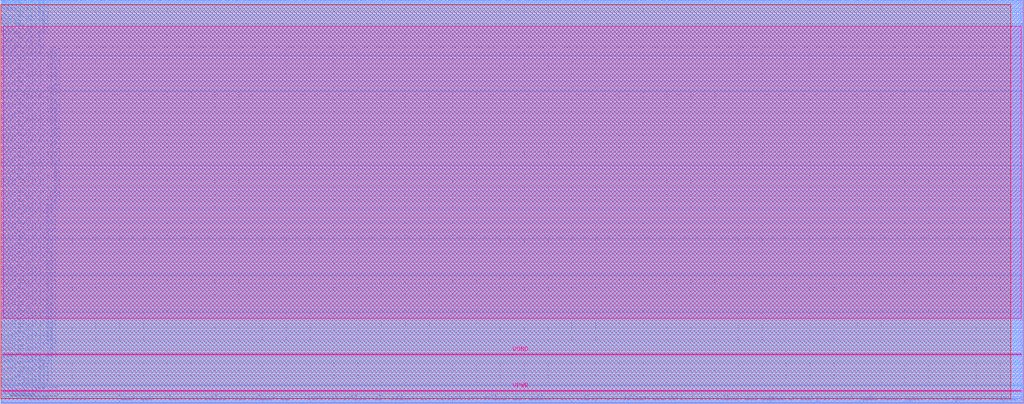
<source format=lef>
VERSION 5.7 ;
  NOWIREEXTENSIONATPIN ON ;
  DIVIDERCHAR "/" ;
  BUSBITCHARS "[]" ;
MACRO mgmt_core
  CLASS BLOCK ;
  FOREIGN mgmt_core ;
  ORIGIN 0.000 0.000 ;
  SIZE 2150.000 BY 850.000 ;
  PIN clock
    DIRECTION INPUT ;
    PORT
      LAYER met2 ;
        RECT 146.370 0.000 146.650 2.400 ;
    END
  END clock
  PIN core_clk
    DIRECTION OUTPUT TRISTATE ;
    PORT
      LAYER met3 ;
        RECT 2147.600 346.840 2150.000 347.440 ;
    END
  END core_clk
  PIN core_rstn
    DIRECTION OUTPUT TRISTATE ;
    PORT
      LAYER met3 ;
        RECT 2147.600 424.360 2150.000 424.960 ;
    END
  END core_rstn
  PIN flash_clk
    DIRECTION OUTPUT TRISTATE ;
    PORT
      LAYER met2 ;
        RECT 537.370 0.000 537.650 2.400 ;
    END
  END flash_clk
  PIN flash_clk_ieb
    DIRECTION OUTPUT TRISTATE ;
    PORT
      LAYER met2 ;
        RECT 634.890 0.000 635.170 2.400 ;
    END
  END flash_clk_ieb
  PIN flash_clk_oeb
    DIRECTION OUTPUT TRISTATE ;
    PORT
      LAYER met2 ;
        RECT 732.870 0.000 733.150 2.400 ;
    END
  END flash_clk_oeb
  PIN flash_csb
    DIRECTION OUTPUT TRISTATE ;
    PORT
      LAYER met2 ;
        RECT 243.890 0.000 244.170 2.400 ;
    END
  END flash_csb
  PIN flash_csb_ieb
    DIRECTION OUTPUT TRISTATE ;
    PORT
      LAYER met2 ;
        RECT 341.870 0.000 342.150 2.400 ;
    END
  END flash_csb_ieb
  PIN flash_csb_oeb
    DIRECTION OUTPUT TRISTATE ;
    PORT
      LAYER met2 ;
        RECT 439.390 0.000 439.670 2.400 ;
    END
  END flash_csb_oeb
  PIN flash_io0_di
    DIRECTION INPUT ;
    PORT
      LAYER met2 ;
        RECT 830.390 0.000 830.670 2.400 ;
    END
  END flash_io0_di
  PIN flash_io0_do
    DIRECTION OUTPUT TRISTATE ;
    PORT
      LAYER met2 ;
        RECT 928.370 0.000 928.650 2.400 ;
    END
  END flash_io0_do
  PIN flash_io0_ieb
    DIRECTION OUTPUT TRISTATE ;
    PORT
      LAYER met2 ;
        RECT 1025.890 0.000 1026.170 2.400 ;
    END
  END flash_io0_ieb
  PIN flash_io0_oeb
    DIRECTION OUTPUT TRISTATE ;
    PORT
      LAYER met2 ;
        RECT 1123.870 0.000 1124.150 2.400 ;
    END
  END flash_io0_oeb
  PIN flash_io1_di
    DIRECTION INPUT ;
    PORT
      LAYER met2 ;
        RECT 1221.390 0.000 1221.670 2.400 ;
    END
  END flash_io1_di
  PIN flash_io1_do
    DIRECTION OUTPUT TRISTATE ;
    PORT
      LAYER met2 ;
        RECT 1318.910 0.000 1319.190 2.400 ;
    END
  END flash_io1_do
  PIN flash_io1_ieb
    DIRECTION OUTPUT TRISTATE ;
    PORT
      LAYER met2 ;
        RECT 1416.890 0.000 1417.170 2.400 ;
    END
  END flash_io1_ieb
  PIN flash_io1_oeb
    DIRECTION OUTPUT TRISTATE ;
    PORT
      LAYER met2 ;
        RECT 1514.410 0.000 1514.690 2.400 ;
    END
  END flash_io1_oeb
  PIN gpio_in_pad
    DIRECTION INPUT ;
    PORT
      LAYER met2 ;
        RECT 1612.390 0.000 1612.670 2.400 ;
    END
  END gpio_in_pad
  PIN gpio_inenb_pad
    DIRECTION OUTPUT TRISTATE ;
    PORT
      LAYER met2 ;
        RECT 1709.910 0.000 1710.190 2.400 ;
    END
  END gpio_inenb_pad
  PIN gpio_mode0_pad
    DIRECTION OUTPUT TRISTATE ;
    PORT
      LAYER met2 ;
        RECT 1807.890 0.000 1808.170 2.400 ;
    END
  END gpio_mode0_pad
  PIN gpio_mode1_pad
    DIRECTION OUTPUT TRISTATE ;
    PORT
      LAYER met2 ;
        RECT 1905.410 0.000 1905.690 2.400 ;
    END
  END gpio_mode1_pad
  PIN gpio_out_pad
    DIRECTION OUTPUT TRISTATE ;
    PORT
      LAYER met2 ;
        RECT 2003.390 0.000 2003.670 2.400 ;
    END
  END gpio_out_pad
  PIN gpio_outenb_pad
    DIRECTION OUTPUT TRISTATE ;
    PORT
      LAYER met2 ;
        RECT 2100.910 0.000 2101.190 2.400 ;
    END
  END gpio_outenb_pad
  PIN jtag_out
    DIRECTION OUTPUT TRISTATE ;
    PORT
      LAYER met3 ;
        RECT 2147.600 501.200 2150.000 501.800 ;
    END
  END jtag_out
  PIN jtag_outenb
    DIRECTION OUTPUT TRISTATE ;
    PORT
      LAYER met3 ;
        RECT 2147.600 578.720 2150.000 579.320 ;
    END
  END jtag_outenb
  PIN la_input[0]
    DIRECTION INPUT ;
    PORT
      LAYER met2 ;
        RECT 1.470 847.600 1.750 850.000 ;
    END
  END la_input[0]
  PIN la_input[100]
    DIRECTION INPUT ;
    PORT
      LAYER met2 ;
        RECT 940.330 847.600 940.610 850.000 ;
    END
  END la_input[100]
  PIN la_input[101]
    DIRECTION INPUT ;
    PORT
      LAYER met2 ;
        RECT 949.530 847.600 949.810 850.000 ;
    END
  END la_input[101]
  PIN la_input[102]
    DIRECTION INPUT ;
    PORT
      LAYER met2 ;
        RECT 958.730 847.600 959.010 850.000 ;
    END
  END la_input[102]
  PIN la_input[103]
    DIRECTION INPUT ;
    PORT
      LAYER met2 ;
        RECT 968.390 847.600 968.670 850.000 ;
    END
  END la_input[103]
  PIN la_input[104]
    DIRECTION INPUT ;
    PORT
      LAYER met2 ;
        RECT 977.590 847.600 977.870 850.000 ;
    END
  END la_input[104]
  PIN la_input[105]
    DIRECTION INPUT ;
    PORT
      LAYER met2 ;
        RECT 987.250 847.600 987.530 850.000 ;
    END
  END la_input[105]
  PIN la_input[106]
    DIRECTION INPUT ;
    PORT
      LAYER met2 ;
        RECT 996.450 847.600 996.730 850.000 ;
    END
  END la_input[106]
  PIN la_input[107]
    DIRECTION INPUT ;
    PORT
      LAYER met2 ;
        RECT 1005.650 847.600 1005.930 850.000 ;
    END
  END la_input[107]
  PIN la_input[108]
    DIRECTION INPUT ;
    PORT
      LAYER met2 ;
        RECT 1015.310 847.600 1015.590 850.000 ;
    END
  END la_input[108]
  PIN la_input[109]
    DIRECTION INPUT ;
    PORT
      LAYER met2 ;
        RECT 1024.510 847.600 1024.790 850.000 ;
    END
  END la_input[109]
  PIN la_input[10]
    DIRECTION INPUT ;
    PORT
      LAYER met2 ;
        RECT 95.310 847.600 95.590 850.000 ;
    END
  END la_input[10]
  PIN la_input[110]
    DIRECTION INPUT ;
    PORT
      LAYER met2 ;
        RECT 1034.170 847.600 1034.450 850.000 ;
    END
  END la_input[110]
  PIN la_input[111]
    DIRECTION INPUT ;
    PORT
      LAYER met2 ;
        RECT 1043.370 847.600 1043.650 850.000 ;
    END
  END la_input[111]
  PIN la_input[112]
    DIRECTION INPUT ;
    PORT
      LAYER met2 ;
        RECT 1052.570 847.600 1052.850 850.000 ;
    END
  END la_input[112]
  PIN la_input[113]
    DIRECTION INPUT ;
    PORT
      LAYER met2 ;
        RECT 1062.230 847.600 1062.510 850.000 ;
    END
  END la_input[113]
  PIN la_input[114]
    DIRECTION INPUT ;
    PORT
      LAYER met2 ;
        RECT 1071.430 847.600 1071.710 850.000 ;
    END
  END la_input[114]
  PIN la_input[115]
    DIRECTION INPUT ;
    PORT
      LAYER met2 ;
        RECT 1081.090 847.600 1081.370 850.000 ;
    END
  END la_input[115]
  PIN la_input[116]
    DIRECTION INPUT ;
    PORT
      LAYER met2 ;
        RECT 1090.290 847.600 1090.570 850.000 ;
    END
  END la_input[116]
  PIN la_input[117]
    DIRECTION INPUT ;
    PORT
      LAYER met2 ;
        RECT 1099.950 847.600 1100.230 850.000 ;
    END
  END la_input[117]
  PIN la_input[118]
    DIRECTION INPUT ;
    PORT
      LAYER met2 ;
        RECT 1109.150 847.600 1109.430 850.000 ;
    END
  END la_input[118]
  PIN la_input[119]
    DIRECTION INPUT ;
    PORT
      LAYER met2 ;
        RECT 1118.350 847.600 1118.630 850.000 ;
    END
  END la_input[119]
  PIN la_input[11]
    DIRECTION INPUT ;
    PORT
      LAYER met2 ;
        RECT 104.510 847.600 104.790 850.000 ;
    END
  END la_input[11]
  PIN la_input[120]
    DIRECTION INPUT ;
    PORT
      LAYER met2 ;
        RECT 1128.010 847.600 1128.290 850.000 ;
    END
  END la_input[120]
  PIN la_input[121]
    DIRECTION INPUT ;
    PORT
      LAYER met2 ;
        RECT 1137.210 847.600 1137.490 850.000 ;
    END
  END la_input[121]
  PIN la_input[122]
    DIRECTION INPUT ;
    PORT
      LAYER met2 ;
        RECT 1146.870 847.600 1147.150 850.000 ;
    END
  END la_input[122]
  PIN la_input[123]
    DIRECTION INPUT ;
    PORT
      LAYER met2 ;
        RECT 1156.070 847.600 1156.350 850.000 ;
    END
  END la_input[123]
  PIN la_input[124]
    DIRECTION INPUT ;
    PORT
      LAYER met2 ;
        RECT 1165.270 847.600 1165.550 850.000 ;
    END
  END la_input[124]
  PIN la_input[125]
    DIRECTION INPUT ;
    PORT
      LAYER met2 ;
        RECT 1174.930 847.600 1175.210 850.000 ;
    END
  END la_input[125]
  PIN la_input[126]
    DIRECTION INPUT ;
    PORT
      LAYER met2 ;
        RECT 1184.130 847.600 1184.410 850.000 ;
    END
  END la_input[126]
  PIN la_input[127]
    DIRECTION INPUT ;
    PORT
      LAYER met2 ;
        RECT 1193.790 847.600 1194.070 850.000 ;
    END
  END la_input[127]
  PIN la_input[12]
    DIRECTION INPUT ;
    PORT
      LAYER met2 ;
        RECT 113.710 847.600 113.990 850.000 ;
    END
  END la_input[12]
  PIN la_input[13]
    DIRECTION INPUT ;
    PORT
      LAYER met2 ;
        RECT 123.370 847.600 123.650 850.000 ;
    END
  END la_input[13]
  PIN la_input[14]
    DIRECTION INPUT ;
    PORT
      LAYER met2 ;
        RECT 132.570 847.600 132.850 850.000 ;
    END
  END la_input[14]
  PIN la_input[15]
    DIRECTION INPUT ;
    PORT
      LAYER met2 ;
        RECT 142.230 847.600 142.510 850.000 ;
    END
  END la_input[15]
  PIN la_input[16]
    DIRECTION INPUT ;
    PORT
      LAYER met2 ;
        RECT 151.430 847.600 151.710 850.000 ;
    END
  END la_input[16]
  PIN la_input[17]
    DIRECTION INPUT ;
    PORT
      LAYER met2 ;
        RECT 160.630 847.600 160.910 850.000 ;
    END
  END la_input[17]
  PIN la_input[18]
    DIRECTION INPUT ;
    PORT
      LAYER met2 ;
        RECT 170.290 847.600 170.570 850.000 ;
    END
  END la_input[18]
  PIN la_input[19]
    DIRECTION INPUT ;
    PORT
      LAYER met2 ;
        RECT 179.490 847.600 179.770 850.000 ;
    END
  END la_input[19]
  PIN la_input[1]
    DIRECTION INPUT ;
    PORT
      LAYER met2 ;
        RECT 10.670 847.600 10.950 850.000 ;
    END
  END la_input[1]
  PIN la_input[20]
    DIRECTION INPUT ;
    PORT
      LAYER met2 ;
        RECT 189.150 847.600 189.430 850.000 ;
    END
  END la_input[20]
  PIN la_input[21]
    DIRECTION INPUT ;
    PORT
      LAYER met2 ;
        RECT 198.350 847.600 198.630 850.000 ;
    END
  END la_input[21]
  PIN la_input[22]
    DIRECTION INPUT ;
    PORT
      LAYER met2 ;
        RECT 208.010 847.600 208.290 850.000 ;
    END
  END la_input[22]
  PIN la_input[23]
    DIRECTION INPUT ;
    PORT
      LAYER met2 ;
        RECT 217.210 847.600 217.490 850.000 ;
    END
  END la_input[23]
  PIN la_input[24]
    DIRECTION INPUT ;
    PORT
      LAYER met2 ;
        RECT 226.410 847.600 226.690 850.000 ;
    END
  END la_input[24]
  PIN la_input[25]
    DIRECTION INPUT ;
    PORT
      LAYER met2 ;
        RECT 236.070 847.600 236.350 850.000 ;
    END
  END la_input[25]
  PIN la_input[26]
    DIRECTION INPUT ;
    PORT
      LAYER met2 ;
        RECT 245.270 847.600 245.550 850.000 ;
    END
  END la_input[26]
  PIN la_input[27]
    DIRECTION INPUT ;
    PORT
      LAYER met2 ;
        RECT 254.930 847.600 255.210 850.000 ;
    END
  END la_input[27]
  PIN la_input[28]
    DIRECTION INPUT ;
    PORT
      LAYER met2 ;
        RECT 264.130 847.600 264.410 850.000 ;
    END
  END la_input[28]
  PIN la_input[29]
    DIRECTION INPUT ;
    PORT
      LAYER met2 ;
        RECT 273.330 847.600 273.610 850.000 ;
    END
  END la_input[29]
  PIN la_input[2]
    DIRECTION INPUT ;
    PORT
      LAYER met2 ;
        RECT 19.870 847.600 20.150 850.000 ;
    END
  END la_input[2]
  PIN la_input[30]
    DIRECTION INPUT ;
    PORT
      LAYER met2 ;
        RECT 282.990 847.600 283.270 850.000 ;
    END
  END la_input[30]
  PIN la_input[31]
    DIRECTION INPUT ;
    PORT
      LAYER met2 ;
        RECT 292.190 847.600 292.470 850.000 ;
    END
  END la_input[31]
  PIN la_input[32]
    DIRECTION INPUT ;
    PORT
      LAYER met2 ;
        RECT 301.850 847.600 302.130 850.000 ;
    END
  END la_input[32]
  PIN la_input[33]
    DIRECTION INPUT ;
    PORT
      LAYER met2 ;
        RECT 311.050 847.600 311.330 850.000 ;
    END
  END la_input[33]
  PIN la_input[34]
    DIRECTION INPUT ;
    PORT
      LAYER met2 ;
        RECT 320.250 847.600 320.530 850.000 ;
    END
  END la_input[34]
  PIN la_input[35]
    DIRECTION INPUT ;
    PORT
      LAYER met2 ;
        RECT 329.910 847.600 330.190 850.000 ;
    END
  END la_input[35]
  PIN la_input[36]
    DIRECTION INPUT ;
    PORT
      LAYER met2 ;
        RECT 339.110 847.600 339.390 850.000 ;
    END
  END la_input[36]
  PIN la_input[37]
    DIRECTION INPUT ;
    PORT
      LAYER met2 ;
        RECT 348.770 847.600 349.050 850.000 ;
    END
  END la_input[37]
  PIN la_input[38]
    DIRECTION INPUT ;
    PORT
      LAYER met2 ;
        RECT 357.970 847.600 358.250 850.000 ;
    END
  END la_input[38]
  PIN la_input[39]
    DIRECTION INPUT ;
    PORT
      LAYER met2 ;
        RECT 367.630 847.600 367.910 850.000 ;
    END
  END la_input[39]
  PIN la_input[3]
    DIRECTION INPUT ;
    PORT
      LAYER met2 ;
        RECT 29.530 847.600 29.810 850.000 ;
    END
  END la_input[3]
  PIN la_input[40]
    DIRECTION INPUT ;
    PORT
      LAYER met2 ;
        RECT 376.830 847.600 377.110 850.000 ;
    END
  END la_input[40]
  PIN la_input[41]
    DIRECTION INPUT ;
    PORT
      LAYER met2 ;
        RECT 386.030 847.600 386.310 850.000 ;
    END
  END la_input[41]
  PIN la_input[42]
    DIRECTION INPUT ;
    PORT
      LAYER met2 ;
        RECT 395.690 847.600 395.970 850.000 ;
    END
  END la_input[42]
  PIN la_input[43]
    DIRECTION INPUT ;
    PORT
      LAYER met2 ;
        RECT 404.890 847.600 405.170 850.000 ;
    END
  END la_input[43]
  PIN la_input[44]
    DIRECTION INPUT ;
    PORT
      LAYER met2 ;
        RECT 414.550 847.600 414.830 850.000 ;
    END
  END la_input[44]
  PIN la_input[45]
    DIRECTION INPUT ;
    PORT
      LAYER met2 ;
        RECT 423.750 847.600 424.030 850.000 ;
    END
  END la_input[45]
  PIN la_input[46]
    DIRECTION INPUT ;
    PORT
      LAYER met2 ;
        RECT 432.950 847.600 433.230 850.000 ;
    END
  END la_input[46]
  PIN la_input[47]
    DIRECTION INPUT ;
    PORT
      LAYER met2 ;
        RECT 442.610 847.600 442.890 850.000 ;
    END
  END la_input[47]
  PIN la_input[48]
    DIRECTION INPUT ;
    PORT
      LAYER met2 ;
        RECT 451.810 847.600 452.090 850.000 ;
    END
  END la_input[48]
  PIN la_input[49]
    DIRECTION INPUT ;
    PORT
      LAYER met2 ;
        RECT 461.470 847.600 461.750 850.000 ;
    END
  END la_input[49]
  PIN la_input[4]
    DIRECTION INPUT ;
    PORT
      LAYER met2 ;
        RECT 38.730 847.600 39.010 850.000 ;
    END
  END la_input[4]
  PIN la_input[50]
    DIRECTION INPUT ;
    PORT
      LAYER met2 ;
        RECT 470.670 847.600 470.950 850.000 ;
    END
  END la_input[50]
  PIN la_input[51]
    DIRECTION INPUT ;
    PORT
      LAYER met2 ;
        RECT 479.870 847.600 480.150 850.000 ;
    END
  END la_input[51]
  PIN la_input[52]
    DIRECTION INPUT ;
    PORT
      LAYER met2 ;
        RECT 489.530 847.600 489.810 850.000 ;
    END
  END la_input[52]
  PIN la_input[53]
    DIRECTION INPUT ;
    PORT
      LAYER met2 ;
        RECT 498.730 847.600 499.010 850.000 ;
    END
  END la_input[53]
  PIN la_input[54]
    DIRECTION INPUT ;
    PORT
      LAYER met2 ;
        RECT 508.390 847.600 508.670 850.000 ;
    END
  END la_input[54]
  PIN la_input[55]
    DIRECTION INPUT ;
    PORT
      LAYER met2 ;
        RECT 517.590 847.600 517.870 850.000 ;
    END
  END la_input[55]
  PIN la_input[56]
    DIRECTION INPUT ;
    PORT
      LAYER met2 ;
        RECT 526.790 847.600 527.070 850.000 ;
    END
  END la_input[56]
  PIN la_input[57]
    DIRECTION INPUT ;
    PORT
      LAYER met2 ;
        RECT 536.450 847.600 536.730 850.000 ;
    END
  END la_input[57]
  PIN la_input[58]
    DIRECTION INPUT ;
    PORT
      LAYER met2 ;
        RECT 545.650 847.600 545.930 850.000 ;
    END
  END la_input[58]
  PIN la_input[59]
    DIRECTION INPUT ;
    PORT
      LAYER met2 ;
        RECT 555.310 847.600 555.590 850.000 ;
    END
  END la_input[59]
  PIN la_input[5]
    DIRECTION INPUT ;
    PORT
      LAYER met2 ;
        RECT 48.390 847.600 48.670 850.000 ;
    END
  END la_input[5]
  PIN la_input[60]
    DIRECTION INPUT ;
    PORT
      LAYER met2 ;
        RECT 564.510 847.600 564.790 850.000 ;
    END
  END la_input[60]
  PIN la_input[61]
    DIRECTION INPUT ;
    PORT
      LAYER met2 ;
        RECT 574.170 847.600 574.450 850.000 ;
    END
  END la_input[61]
  PIN la_input[62]
    DIRECTION INPUT ;
    PORT
      LAYER met2 ;
        RECT 583.370 847.600 583.650 850.000 ;
    END
  END la_input[62]
  PIN la_input[63]
    DIRECTION INPUT ;
    PORT
      LAYER met2 ;
        RECT 592.570 847.600 592.850 850.000 ;
    END
  END la_input[63]
  PIN la_input[64]
    DIRECTION INPUT ;
    PORT
      LAYER met2 ;
        RECT 602.230 847.600 602.510 850.000 ;
    END
  END la_input[64]
  PIN la_input[65]
    DIRECTION INPUT ;
    PORT
      LAYER met2 ;
        RECT 611.430 847.600 611.710 850.000 ;
    END
  END la_input[65]
  PIN la_input[66]
    DIRECTION INPUT ;
    PORT
      LAYER met2 ;
        RECT 621.090 847.600 621.370 850.000 ;
    END
  END la_input[66]
  PIN la_input[67]
    DIRECTION INPUT ;
    PORT
      LAYER met2 ;
        RECT 630.290 847.600 630.570 850.000 ;
    END
  END la_input[67]
  PIN la_input[68]
    DIRECTION INPUT ;
    PORT
      LAYER met2 ;
        RECT 639.490 847.600 639.770 850.000 ;
    END
  END la_input[68]
  PIN la_input[69]
    DIRECTION INPUT ;
    PORT
      LAYER met2 ;
        RECT 649.150 847.600 649.430 850.000 ;
    END
  END la_input[69]
  PIN la_input[6]
    DIRECTION INPUT ;
    PORT
      LAYER met2 ;
        RECT 57.590 847.600 57.870 850.000 ;
    END
  END la_input[6]
  PIN la_input[70]
    DIRECTION INPUT ;
    PORT
      LAYER met2 ;
        RECT 658.350 847.600 658.630 850.000 ;
    END
  END la_input[70]
  PIN la_input[71]
    DIRECTION INPUT ;
    PORT
      LAYER met2 ;
        RECT 668.010 847.600 668.290 850.000 ;
    END
  END la_input[71]
  PIN la_input[72]
    DIRECTION INPUT ;
    PORT
      LAYER met2 ;
        RECT 677.210 847.600 677.490 850.000 ;
    END
  END la_input[72]
  PIN la_input[73]
    DIRECTION INPUT ;
    PORT
      LAYER met2 ;
        RECT 686.410 847.600 686.690 850.000 ;
    END
  END la_input[73]
  PIN la_input[74]
    DIRECTION INPUT ;
    PORT
      LAYER met2 ;
        RECT 696.070 847.600 696.350 850.000 ;
    END
  END la_input[74]
  PIN la_input[75]
    DIRECTION INPUT ;
    PORT
      LAYER met2 ;
        RECT 705.270 847.600 705.550 850.000 ;
    END
  END la_input[75]
  PIN la_input[76]
    DIRECTION INPUT ;
    PORT
      LAYER met2 ;
        RECT 714.930 847.600 715.210 850.000 ;
    END
  END la_input[76]
  PIN la_input[77]
    DIRECTION INPUT ;
    PORT
      LAYER met2 ;
        RECT 724.130 847.600 724.410 850.000 ;
    END
  END la_input[77]
  PIN la_input[78]
    DIRECTION INPUT ;
    PORT
      LAYER met2 ;
        RECT 733.790 847.600 734.070 850.000 ;
    END
  END la_input[78]
  PIN la_input[79]
    DIRECTION INPUT ;
    PORT
      LAYER met2 ;
        RECT 742.990 847.600 743.270 850.000 ;
    END
  END la_input[79]
  PIN la_input[7]
    DIRECTION INPUT ;
    PORT
      LAYER met2 ;
        RECT 66.790 847.600 67.070 850.000 ;
    END
  END la_input[7]
  PIN la_input[80]
    DIRECTION INPUT ;
    PORT
      LAYER met2 ;
        RECT 752.190 847.600 752.470 850.000 ;
    END
  END la_input[80]
  PIN la_input[81]
    DIRECTION INPUT ;
    PORT
      LAYER met2 ;
        RECT 761.850 847.600 762.130 850.000 ;
    END
  END la_input[81]
  PIN la_input[82]
    DIRECTION INPUT ;
    PORT
      LAYER met2 ;
        RECT 771.050 847.600 771.330 850.000 ;
    END
  END la_input[82]
  PIN la_input[83]
    DIRECTION INPUT ;
    PORT
      LAYER met2 ;
        RECT 780.710 847.600 780.990 850.000 ;
    END
  END la_input[83]
  PIN la_input[84]
    DIRECTION INPUT ;
    PORT
      LAYER met2 ;
        RECT 789.910 847.600 790.190 850.000 ;
    END
  END la_input[84]
  PIN la_input[85]
    DIRECTION INPUT ;
    PORT
      LAYER met2 ;
        RECT 799.110 847.600 799.390 850.000 ;
    END
  END la_input[85]
  PIN la_input[86]
    DIRECTION INPUT ;
    PORT
      LAYER met2 ;
        RECT 808.770 847.600 809.050 850.000 ;
    END
  END la_input[86]
  PIN la_input[87]
    DIRECTION INPUT ;
    PORT
      LAYER met2 ;
        RECT 817.970 847.600 818.250 850.000 ;
    END
  END la_input[87]
  PIN la_input[88]
    DIRECTION INPUT ;
    PORT
      LAYER met2 ;
        RECT 827.630 847.600 827.910 850.000 ;
    END
  END la_input[88]
  PIN la_input[89]
    DIRECTION INPUT ;
    PORT
      LAYER met2 ;
        RECT 836.830 847.600 837.110 850.000 ;
    END
  END la_input[89]
  PIN la_input[8]
    DIRECTION INPUT ;
    PORT
      LAYER met2 ;
        RECT 76.450 847.600 76.730 850.000 ;
    END
  END la_input[8]
  PIN la_input[90]
    DIRECTION INPUT ;
    PORT
      LAYER met2 ;
        RECT 846.030 847.600 846.310 850.000 ;
    END
  END la_input[90]
  PIN la_input[91]
    DIRECTION INPUT ;
    PORT
      LAYER met2 ;
        RECT 855.690 847.600 855.970 850.000 ;
    END
  END la_input[91]
  PIN la_input[92]
    DIRECTION INPUT ;
    PORT
      LAYER met2 ;
        RECT 864.890 847.600 865.170 850.000 ;
    END
  END la_input[92]
  PIN la_input[93]
    DIRECTION INPUT ;
    PORT
      LAYER met2 ;
        RECT 874.550 847.600 874.830 850.000 ;
    END
  END la_input[93]
  PIN la_input[94]
    DIRECTION INPUT ;
    PORT
      LAYER met2 ;
        RECT 883.750 847.600 884.030 850.000 ;
    END
  END la_input[94]
  PIN la_input[95]
    DIRECTION INPUT ;
    PORT
      LAYER met2 ;
        RECT 892.950 847.600 893.230 850.000 ;
    END
  END la_input[95]
  PIN la_input[96]
    DIRECTION INPUT ;
    PORT
      LAYER met2 ;
        RECT 902.610 847.600 902.890 850.000 ;
    END
  END la_input[96]
  PIN la_input[97]
    DIRECTION INPUT ;
    PORT
      LAYER met2 ;
        RECT 911.810 847.600 912.090 850.000 ;
    END
  END la_input[97]
  PIN la_input[98]
    DIRECTION INPUT ;
    PORT
      LAYER met2 ;
        RECT 921.470 847.600 921.750 850.000 ;
    END
  END la_input[98]
  PIN la_input[99]
    DIRECTION INPUT ;
    PORT
      LAYER met2 ;
        RECT 930.670 847.600 930.950 850.000 ;
    END
  END la_input[99]
  PIN la_input[9]
    DIRECTION INPUT ;
    PORT
      LAYER met2 ;
        RECT 85.650 847.600 85.930 850.000 ;
    END
  END la_input[9]
  PIN la_oen[0]
    DIRECTION OUTPUT TRISTATE ;
    PORT
      LAYER met2 ;
        RECT 4.230 847.600 4.510 850.000 ;
    END
  END la_oen[0]
  PIN la_oen[100]
    DIRECTION OUTPUT TRISTATE ;
    PORT
      LAYER met2 ;
        RECT 943.090 847.600 943.370 850.000 ;
    END
  END la_oen[100]
  PIN la_oen[101]
    DIRECTION OUTPUT TRISTATE ;
    PORT
      LAYER met2 ;
        RECT 952.750 847.600 953.030 850.000 ;
    END
  END la_oen[101]
  PIN la_oen[102]
    DIRECTION OUTPUT TRISTATE ;
    PORT
      LAYER met2 ;
        RECT 961.950 847.600 962.230 850.000 ;
    END
  END la_oen[102]
  PIN la_oen[103]
    DIRECTION OUTPUT TRISTATE ;
    PORT
      LAYER met2 ;
        RECT 971.610 847.600 971.890 850.000 ;
    END
  END la_oen[103]
  PIN la_oen[104]
    DIRECTION OUTPUT TRISTATE ;
    PORT
      LAYER met2 ;
        RECT 980.810 847.600 981.090 850.000 ;
    END
  END la_oen[104]
  PIN la_oen[105]
    DIRECTION OUTPUT TRISTATE ;
    PORT
      LAYER met2 ;
        RECT 990.010 847.600 990.290 850.000 ;
    END
  END la_oen[105]
  PIN la_oen[106]
    DIRECTION OUTPUT TRISTATE ;
    PORT
      LAYER met2 ;
        RECT 999.670 847.600 999.950 850.000 ;
    END
  END la_oen[106]
  PIN la_oen[107]
    DIRECTION OUTPUT TRISTATE ;
    PORT
      LAYER met2 ;
        RECT 1008.870 847.600 1009.150 850.000 ;
    END
  END la_oen[107]
  PIN la_oen[108]
    DIRECTION OUTPUT TRISTATE ;
    PORT
      LAYER met2 ;
        RECT 1018.530 847.600 1018.810 850.000 ;
    END
  END la_oen[108]
  PIN la_oen[109]
    DIRECTION OUTPUT TRISTATE ;
    PORT
      LAYER met2 ;
        RECT 1027.730 847.600 1028.010 850.000 ;
    END
  END la_oen[109]
  PIN la_oen[10]
    DIRECTION OUTPUT TRISTATE ;
    PORT
      LAYER met2 ;
        RECT 98.070 847.600 98.350 850.000 ;
    END
  END la_oen[10]
  PIN la_oen[110]
    DIRECTION OUTPUT TRISTATE ;
    PORT
      LAYER met2 ;
        RECT 1036.930 847.600 1037.210 850.000 ;
    END
  END la_oen[110]
  PIN la_oen[111]
    DIRECTION OUTPUT TRISTATE ;
    PORT
      LAYER met2 ;
        RECT 1046.590 847.600 1046.870 850.000 ;
    END
  END la_oen[111]
  PIN la_oen[112]
    DIRECTION OUTPUT TRISTATE ;
    PORT
      LAYER met2 ;
        RECT 1055.790 847.600 1056.070 850.000 ;
    END
  END la_oen[112]
  PIN la_oen[113]
    DIRECTION OUTPUT TRISTATE ;
    PORT
      LAYER met2 ;
        RECT 1065.450 847.600 1065.730 850.000 ;
    END
  END la_oen[113]
  PIN la_oen[114]
    DIRECTION OUTPUT TRISTATE ;
    PORT
      LAYER met2 ;
        RECT 1074.650 847.600 1074.930 850.000 ;
    END
  END la_oen[114]
  PIN la_oen[115]
    DIRECTION OUTPUT TRISTATE ;
    PORT
      LAYER met2 ;
        RECT 1084.310 847.600 1084.590 850.000 ;
    END
  END la_oen[115]
  PIN la_oen[116]
    DIRECTION OUTPUT TRISTATE ;
    PORT
      LAYER met2 ;
        RECT 1093.510 847.600 1093.790 850.000 ;
    END
  END la_oen[116]
  PIN la_oen[117]
    DIRECTION OUTPUT TRISTATE ;
    PORT
      LAYER met2 ;
        RECT 1102.710 847.600 1102.990 850.000 ;
    END
  END la_oen[117]
  PIN la_oen[118]
    DIRECTION OUTPUT TRISTATE ;
    PORT
      LAYER met2 ;
        RECT 1112.370 847.600 1112.650 850.000 ;
    END
  END la_oen[118]
  PIN la_oen[119]
    DIRECTION OUTPUT TRISTATE ;
    PORT
      LAYER met2 ;
        RECT 1121.570 847.600 1121.850 850.000 ;
    END
  END la_oen[119]
  PIN la_oen[11]
    DIRECTION OUTPUT TRISTATE ;
    PORT
      LAYER met2 ;
        RECT 107.730 847.600 108.010 850.000 ;
    END
  END la_oen[11]
  PIN la_oen[120]
    DIRECTION OUTPUT TRISTATE ;
    PORT
      LAYER met2 ;
        RECT 1131.230 847.600 1131.510 850.000 ;
    END
  END la_oen[120]
  PIN la_oen[121]
    DIRECTION OUTPUT TRISTATE ;
    PORT
      LAYER met2 ;
        RECT 1140.430 847.600 1140.710 850.000 ;
    END
  END la_oen[121]
  PIN la_oen[122]
    DIRECTION OUTPUT TRISTATE ;
    PORT
      LAYER met2 ;
        RECT 1149.630 847.600 1149.910 850.000 ;
    END
  END la_oen[122]
  PIN la_oen[123]
    DIRECTION OUTPUT TRISTATE ;
    PORT
      LAYER met2 ;
        RECT 1159.290 847.600 1159.570 850.000 ;
    END
  END la_oen[123]
  PIN la_oen[124]
    DIRECTION OUTPUT TRISTATE ;
    PORT
      LAYER met2 ;
        RECT 1168.490 847.600 1168.770 850.000 ;
    END
  END la_oen[124]
  PIN la_oen[125]
    DIRECTION OUTPUT TRISTATE ;
    PORT
      LAYER met2 ;
        RECT 1178.150 847.600 1178.430 850.000 ;
    END
  END la_oen[125]
  PIN la_oen[126]
    DIRECTION OUTPUT TRISTATE ;
    PORT
      LAYER met2 ;
        RECT 1187.350 847.600 1187.630 850.000 ;
    END
  END la_oen[126]
  PIN la_oen[127]
    DIRECTION OUTPUT TRISTATE ;
    PORT
      LAYER met2 ;
        RECT 1196.550 847.600 1196.830 850.000 ;
    END
  END la_oen[127]
  PIN la_oen[12]
    DIRECTION OUTPUT TRISTATE ;
    PORT
      LAYER met2 ;
        RECT 116.930 847.600 117.210 850.000 ;
    END
  END la_oen[12]
  PIN la_oen[13]
    DIRECTION OUTPUT TRISTATE ;
    PORT
      LAYER met2 ;
        RECT 126.590 847.600 126.870 850.000 ;
    END
  END la_oen[13]
  PIN la_oen[14]
    DIRECTION OUTPUT TRISTATE ;
    PORT
      LAYER met2 ;
        RECT 135.790 847.600 136.070 850.000 ;
    END
  END la_oen[14]
  PIN la_oen[15]
    DIRECTION OUTPUT TRISTATE ;
    PORT
      LAYER met2 ;
        RECT 144.990 847.600 145.270 850.000 ;
    END
  END la_oen[15]
  PIN la_oen[16]
    DIRECTION OUTPUT TRISTATE ;
    PORT
      LAYER met2 ;
        RECT 154.650 847.600 154.930 850.000 ;
    END
  END la_oen[16]
  PIN la_oen[17]
    DIRECTION OUTPUT TRISTATE ;
    PORT
      LAYER met2 ;
        RECT 163.850 847.600 164.130 850.000 ;
    END
  END la_oen[17]
  PIN la_oen[18]
    DIRECTION OUTPUT TRISTATE ;
    PORT
      LAYER met2 ;
        RECT 173.510 847.600 173.790 850.000 ;
    END
  END la_oen[18]
  PIN la_oen[19]
    DIRECTION OUTPUT TRISTATE ;
    PORT
      LAYER met2 ;
        RECT 182.710 847.600 182.990 850.000 ;
    END
  END la_oen[19]
  PIN la_oen[1]
    DIRECTION OUTPUT TRISTATE ;
    PORT
      LAYER met2 ;
        RECT 13.890 847.600 14.170 850.000 ;
    END
  END la_oen[1]
  PIN la_oen[20]
    DIRECTION OUTPUT TRISTATE ;
    PORT
      LAYER met2 ;
        RECT 192.370 847.600 192.650 850.000 ;
    END
  END la_oen[20]
  PIN la_oen[21]
    DIRECTION OUTPUT TRISTATE ;
    PORT
      LAYER met2 ;
        RECT 201.570 847.600 201.850 850.000 ;
    END
  END la_oen[21]
  PIN la_oen[22]
    DIRECTION OUTPUT TRISTATE ;
    PORT
      LAYER met2 ;
        RECT 210.770 847.600 211.050 850.000 ;
    END
  END la_oen[22]
  PIN la_oen[23]
    DIRECTION OUTPUT TRISTATE ;
    PORT
      LAYER met2 ;
        RECT 220.430 847.600 220.710 850.000 ;
    END
  END la_oen[23]
  PIN la_oen[24]
    DIRECTION OUTPUT TRISTATE ;
    PORT
      LAYER met2 ;
        RECT 229.630 847.600 229.910 850.000 ;
    END
  END la_oen[24]
  PIN la_oen[25]
    DIRECTION OUTPUT TRISTATE ;
    PORT
      LAYER met2 ;
        RECT 239.290 847.600 239.570 850.000 ;
    END
  END la_oen[25]
  PIN la_oen[26]
    DIRECTION OUTPUT TRISTATE ;
    PORT
      LAYER met2 ;
        RECT 248.490 847.600 248.770 850.000 ;
    END
  END la_oen[26]
  PIN la_oen[27]
    DIRECTION OUTPUT TRISTATE ;
    PORT
      LAYER met2 ;
        RECT 257.690 847.600 257.970 850.000 ;
    END
  END la_oen[27]
  PIN la_oen[28]
    DIRECTION OUTPUT TRISTATE ;
    PORT
      LAYER met2 ;
        RECT 267.350 847.600 267.630 850.000 ;
    END
  END la_oen[28]
  PIN la_oen[29]
    DIRECTION OUTPUT TRISTATE ;
    PORT
      LAYER met2 ;
        RECT 276.550 847.600 276.830 850.000 ;
    END
  END la_oen[29]
  PIN la_oen[2]
    DIRECTION OUTPUT TRISTATE ;
    PORT
      LAYER met2 ;
        RECT 23.090 847.600 23.370 850.000 ;
    END
  END la_oen[2]
  PIN la_oen[30]
    DIRECTION OUTPUT TRISTATE ;
    PORT
      LAYER met2 ;
        RECT 286.210 847.600 286.490 850.000 ;
    END
  END la_oen[30]
  PIN la_oen[31]
    DIRECTION OUTPUT TRISTATE ;
    PORT
      LAYER met2 ;
        RECT 295.410 847.600 295.690 850.000 ;
    END
  END la_oen[31]
  PIN la_oen[32]
    DIRECTION OUTPUT TRISTATE ;
    PORT
      LAYER met2 ;
        RECT 304.610 847.600 304.890 850.000 ;
    END
  END la_oen[32]
  PIN la_oen[33]
    DIRECTION OUTPUT TRISTATE ;
    PORT
      LAYER met2 ;
        RECT 314.270 847.600 314.550 850.000 ;
    END
  END la_oen[33]
  PIN la_oen[34]
    DIRECTION OUTPUT TRISTATE ;
    PORT
      LAYER met2 ;
        RECT 323.470 847.600 323.750 850.000 ;
    END
  END la_oen[34]
  PIN la_oen[35]
    DIRECTION OUTPUT TRISTATE ;
    PORT
      LAYER met2 ;
        RECT 333.130 847.600 333.410 850.000 ;
    END
  END la_oen[35]
  PIN la_oen[36]
    DIRECTION OUTPUT TRISTATE ;
    PORT
      LAYER met2 ;
        RECT 342.330 847.600 342.610 850.000 ;
    END
  END la_oen[36]
  PIN la_oen[37]
    DIRECTION OUTPUT TRISTATE ;
    PORT
      LAYER met2 ;
        RECT 351.530 847.600 351.810 850.000 ;
    END
  END la_oen[37]
  PIN la_oen[38]
    DIRECTION OUTPUT TRISTATE ;
    PORT
      LAYER met2 ;
        RECT 361.190 847.600 361.470 850.000 ;
    END
  END la_oen[38]
  PIN la_oen[39]
    DIRECTION OUTPUT TRISTATE ;
    PORT
      LAYER met2 ;
        RECT 370.390 847.600 370.670 850.000 ;
    END
  END la_oen[39]
  PIN la_oen[3]
    DIRECTION OUTPUT TRISTATE ;
    PORT
      LAYER met2 ;
        RECT 32.750 847.600 33.030 850.000 ;
    END
  END la_oen[3]
  PIN la_oen[40]
    DIRECTION OUTPUT TRISTATE ;
    PORT
      LAYER met2 ;
        RECT 380.050 847.600 380.330 850.000 ;
    END
  END la_oen[40]
  PIN la_oen[41]
    DIRECTION OUTPUT TRISTATE ;
    PORT
      LAYER met2 ;
        RECT 389.250 847.600 389.530 850.000 ;
    END
  END la_oen[41]
  PIN la_oen[42]
    DIRECTION OUTPUT TRISTATE ;
    PORT
      LAYER met2 ;
        RECT 398.910 847.600 399.190 850.000 ;
    END
  END la_oen[42]
  PIN la_oen[43]
    DIRECTION OUTPUT TRISTATE ;
    PORT
      LAYER met2 ;
        RECT 408.110 847.600 408.390 850.000 ;
    END
  END la_oen[43]
  PIN la_oen[44]
    DIRECTION OUTPUT TRISTATE ;
    PORT
      LAYER met2 ;
        RECT 417.310 847.600 417.590 850.000 ;
    END
  END la_oen[44]
  PIN la_oen[45]
    DIRECTION OUTPUT TRISTATE ;
    PORT
      LAYER met2 ;
        RECT 426.970 847.600 427.250 850.000 ;
    END
  END la_oen[45]
  PIN la_oen[46]
    DIRECTION OUTPUT TRISTATE ;
    PORT
      LAYER met2 ;
        RECT 436.170 847.600 436.450 850.000 ;
    END
  END la_oen[46]
  PIN la_oen[47]
    DIRECTION OUTPUT TRISTATE ;
    PORT
      LAYER met2 ;
        RECT 445.830 847.600 446.110 850.000 ;
    END
  END la_oen[47]
  PIN la_oen[48]
    DIRECTION OUTPUT TRISTATE ;
    PORT
      LAYER met2 ;
        RECT 455.030 847.600 455.310 850.000 ;
    END
  END la_oen[48]
  PIN la_oen[49]
    DIRECTION OUTPUT TRISTATE ;
    PORT
      LAYER met2 ;
        RECT 464.230 847.600 464.510 850.000 ;
    END
  END la_oen[49]
  PIN la_oen[4]
    DIRECTION OUTPUT TRISTATE ;
    PORT
      LAYER met2 ;
        RECT 41.950 847.600 42.230 850.000 ;
    END
  END la_oen[4]
  PIN la_oen[50]
    DIRECTION OUTPUT TRISTATE ;
    PORT
      LAYER met2 ;
        RECT 473.890 847.600 474.170 850.000 ;
    END
  END la_oen[50]
  PIN la_oen[51]
    DIRECTION OUTPUT TRISTATE ;
    PORT
      LAYER met2 ;
        RECT 483.090 847.600 483.370 850.000 ;
    END
  END la_oen[51]
  PIN la_oen[52]
    DIRECTION OUTPUT TRISTATE ;
    PORT
      LAYER met2 ;
        RECT 492.750 847.600 493.030 850.000 ;
    END
  END la_oen[52]
  PIN la_oen[53]
    DIRECTION OUTPUT TRISTATE ;
    PORT
      LAYER met2 ;
        RECT 501.950 847.600 502.230 850.000 ;
    END
  END la_oen[53]
  PIN la_oen[54]
    DIRECTION OUTPUT TRISTATE ;
    PORT
      LAYER met2 ;
        RECT 511.150 847.600 511.430 850.000 ;
    END
  END la_oen[54]
  PIN la_oen[55]
    DIRECTION OUTPUT TRISTATE ;
    PORT
      LAYER met2 ;
        RECT 520.810 847.600 521.090 850.000 ;
    END
  END la_oen[55]
  PIN la_oen[56]
    DIRECTION OUTPUT TRISTATE ;
    PORT
      LAYER met2 ;
        RECT 530.010 847.600 530.290 850.000 ;
    END
  END la_oen[56]
  PIN la_oen[57]
    DIRECTION OUTPUT TRISTATE ;
    PORT
      LAYER met2 ;
        RECT 539.670 847.600 539.950 850.000 ;
    END
  END la_oen[57]
  PIN la_oen[58]
    DIRECTION OUTPUT TRISTATE ;
    PORT
      LAYER met2 ;
        RECT 548.870 847.600 549.150 850.000 ;
    END
  END la_oen[58]
  PIN la_oen[59]
    DIRECTION OUTPUT TRISTATE ;
    PORT
      LAYER met2 ;
        RECT 558.530 847.600 558.810 850.000 ;
    END
  END la_oen[59]
  PIN la_oen[5]
    DIRECTION OUTPUT TRISTATE ;
    PORT
      LAYER met2 ;
        RECT 51.150 847.600 51.430 850.000 ;
    END
  END la_oen[5]
  PIN la_oen[60]
    DIRECTION OUTPUT TRISTATE ;
    PORT
      LAYER met2 ;
        RECT 567.730 847.600 568.010 850.000 ;
    END
  END la_oen[60]
  PIN la_oen[61]
    DIRECTION OUTPUT TRISTATE ;
    PORT
      LAYER met2 ;
        RECT 576.930 847.600 577.210 850.000 ;
    END
  END la_oen[61]
  PIN la_oen[62]
    DIRECTION OUTPUT TRISTATE ;
    PORT
      LAYER met2 ;
        RECT 586.590 847.600 586.870 850.000 ;
    END
  END la_oen[62]
  PIN la_oen[63]
    DIRECTION OUTPUT TRISTATE ;
    PORT
      LAYER met2 ;
        RECT 595.790 847.600 596.070 850.000 ;
    END
  END la_oen[63]
  PIN la_oen[64]
    DIRECTION OUTPUT TRISTATE ;
    PORT
      LAYER met2 ;
        RECT 605.450 847.600 605.730 850.000 ;
    END
  END la_oen[64]
  PIN la_oen[65]
    DIRECTION OUTPUT TRISTATE ;
    PORT
      LAYER met2 ;
        RECT 614.650 847.600 614.930 850.000 ;
    END
  END la_oen[65]
  PIN la_oen[66]
    DIRECTION OUTPUT TRISTATE ;
    PORT
      LAYER met2 ;
        RECT 623.850 847.600 624.130 850.000 ;
    END
  END la_oen[66]
  PIN la_oen[67]
    DIRECTION OUTPUT TRISTATE ;
    PORT
      LAYER met2 ;
        RECT 633.510 847.600 633.790 850.000 ;
    END
  END la_oen[67]
  PIN la_oen[68]
    DIRECTION OUTPUT TRISTATE ;
    PORT
      LAYER met2 ;
        RECT 642.710 847.600 642.990 850.000 ;
    END
  END la_oen[68]
  PIN la_oen[69]
    DIRECTION OUTPUT TRISTATE ;
    PORT
      LAYER met2 ;
        RECT 652.370 847.600 652.650 850.000 ;
    END
  END la_oen[69]
  PIN la_oen[6]
    DIRECTION OUTPUT TRISTATE ;
    PORT
      LAYER met2 ;
        RECT 60.810 847.600 61.090 850.000 ;
    END
  END la_oen[6]
  PIN la_oen[70]
    DIRECTION OUTPUT TRISTATE ;
    PORT
      LAYER met2 ;
        RECT 661.570 847.600 661.850 850.000 ;
    END
  END la_oen[70]
  PIN la_oen[71]
    DIRECTION OUTPUT TRISTATE ;
    PORT
      LAYER met2 ;
        RECT 670.770 847.600 671.050 850.000 ;
    END
  END la_oen[71]
  PIN la_oen[72]
    DIRECTION OUTPUT TRISTATE ;
    PORT
      LAYER met2 ;
        RECT 680.430 847.600 680.710 850.000 ;
    END
  END la_oen[72]
  PIN la_oen[73]
    DIRECTION OUTPUT TRISTATE ;
    PORT
      LAYER met2 ;
        RECT 689.630 847.600 689.910 850.000 ;
    END
  END la_oen[73]
  PIN la_oen[74]
    DIRECTION OUTPUT TRISTATE ;
    PORT
      LAYER met2 ;
        RECT 699.290 847.600 699.570 850.000 ;
    END
  END la_oen[74]
  PIN la_oen[75]
    DIRECTION OUTPUT TRISTATE ;
    PORT
      LAYER met2 ;
        RECT 708.490 847.600 708.770 850.000 ;
    END
  END la_oen[75]
  PIN la_oen[76]
    DIRECTION OUTPUT TRISTATE ;
    PORT
      LAYER met2 ;
        RECT 718.150 847.600 718.430 850.000 ;
    END
  END la_oen[76]
  PIN la_oen[77]
    DIRECTION OUTPUT TRISTATE ;
    PORT
      LAYER met2 ;
        RECT 727.350 847.600 727.630 850.000 ;
    END
  END la_oen[77]
  PIN la_oen[78]
    DIRECTION OUTPUT TRISTATE ;
    PORT
      LAYER met2 ;
        RECT 736.550 847.600 736.830 850.000 ;
    END
  END la_oen[78]
  PIN la_oen[79]
    DIRECTION OUTPUT TRISTATE ;
    PORT
      LAYER met2 ;
        RECT 746.210 847.600 746.490 850.000 ;
    END
  END la_oen[79]
  PIN la_oen[7]
    DIRECTION OUTPUT TRISTATE ;
    PORT
      LAYER met2 ;
        RECT 70.010 847.600 70.290 850.000 ;
    END
  END la_oen[7]
  PIN la_oen[80]
    DIRECTION OUTPUT TRISTATE ;
    PORT
      LAYER met2 ;
        RECT 755.410 847.600 755.690 850.000 ;
    END
  END la_oen[80]
  PIN la_oen[81]
    DIRECTION OUTPUT TRISTATE ;
    PORT
      LAYER met2 ;
        RECT 765.070 847.600 765.350 850.000 ;
    END
  END la_oen[81]
  PIN la_oen[82]
    DIRECTION OUTPUT TRISTATE ;
    PORT
      LAYER met2 ;
        RECT 774.270 847.600 774.550 850.000 ;
    END
  END la_oen[82]
  PIN la_oen[83]
    DIRECTION OUTPUT TRISTATE ;
    PORT
      LAYER met2 ;
        RECT 783.470 847.600 783.750 850.000 ;
    END
  END la_oen[83]
  PIN la_oen[84]
    DIRECTION OUTPUT TRISTATE ;
    PORT
      LAYER met2 ;
        RECT 793.130 847.600 793.410 850.000 ;
    END
  END la_oen[84]
  PIN la_oen[85]
    DIRECTION OUTPUT TRISTATE ;
    PORT
      LAYER met2 ;
        RECT 802.330 847.600 802.610 850.000 ;
    END
  END la_oen[85]
  PIN la_oen[86]
    DIRECTION OUTPUT TRISTATE ;
    PORT
      LAYER met2 ;
        RECT 811.990 847.600 812.270 850.000 ;
    END
  END la_oen[86]
  PIN la_oen[87]
    DIRECTION OUTPUT TRISTATE ;
    PORT
      LAYER met2 ;
        RECT 821.190 847.600 821.470 850.000 ;
    END
  END la_oen[87]
  PIN la_oen[88]
    DIRECTION OUTPUT TRISTATE ;
    PORT
      LAYER met2 ;
        RECT 830.390 847.600 830.670 850.000 ;
    END
  END la_oen[88]
  PIN la_oen[89]
    DIRECTION OUTPUT TRISTATE ;
    PORT
      LAYER met2 ;
        RECT 840.050 847.600 840.330 850.000 ;
    END
  END la_oen[89]
  PIN la_oen[8]
    DIRECTION OUTPUT TRISTATE ;
    PORT
      LAYER met2 ;
        RECT 79.670 847.600 79.950 850.000 ;
    END
  END la_oen[8]
  PIN la_oen[90]
    DIRECTION OUTPUT TRISTATE ;
    PORT
      LAYER met2 ;
        RECT 849.250 847.600 849.530 850.000 ;
    END
  END la_oen[90]
  PIN la_oen[91]
    DIRECTION OUTPUT TRISTATE ;
    PORT
      LAYER met2 ;
        RECT 858.910 847.600 859.190 850.000 ;
    END
  END la_oen[91]
  PIN la_oen[92]
    DIRECTION OUTPUT TRISTATE ;
    PORT
      LAYER met2 ;
        RECT 868.110 847.600 868.390 850.000 ;
    END
  END la_oen[92]
  PIN la_oen[93]
    DIRECTION OUTPUT TRISTATE ;
    PORT
      LAYER met2 ;
        RECT 877.310 847.600 877.590 850.000 ;
    END
  END la_oen[93]
  PIN la_oen[94]
    DIRECTION OUTPUT TRISTATE ;
    PORT
      LAYER met2 ;
        RECT 886.970 847.600 887.250 850.000 ;
    END
  END la_oen[94]
  PIN la_oen[95]
    DIRECTION OUTPUT TRISTATE ;
    PORT
      LAYER met2 ;
        RECT 896.170 847.600 896.450 850.000 ;
    END
  END la_oen[95]
  PIN la_oen[96]
    DIRECTION OUTPUT TRISTATE ;
    PORT
      LAYER met2 ;
        RECT 905.830 847.600 906.110 850.000 ;
    END
  END la_oen[96]
  PIN la_oen[97]
    DIRECTION OUTPUT TRISTATE ;
    PORT
      LAYER met2 ;
        RECT 915.030 847.600 915.310 850.000 ;
    END
  END la_oen[97]
  PIN la_oen[98]
    DIRECTION OUTPUT TRISTATE ;
    PORT
      LAYER met2 ;
        RECT 924.690 847.600 924.970 850.000 ;
    END
  END la_oen[98]
  PIN la_oen[99]
    DIRECTION OUTPUT TRISTATE ;
    PORT
      LAYER met2 ;
        RECT 933.890 847.600 934.170 850.000 ;
    END
  END la_oen[99]
  PIN la_oen[9]
    DIRECTION OUTPUT TRISTATE ;
    PORT
      LAYER met2 ;
        RECT 88.870 847.600 89.150 850.000 ;
    END
  END la_oen[9]
  PIN la_output[0]
    DIRECTION OUTPUT TRISTATE ;
    PORT
      LAYER met2 ;
        RECT 7.450 847.600 7.730 850.000 ;
    END
  END la_output[0]
  PIN la_output[100]
    DIRECTION OUTPUT TRISTATE ;
    PORT
      LAYER met2 ;
        RECT 946.310 847.600 946.590 850.000 ;
    END
  END la_output[100]
  PIN la_output[101]
    DIRECTION OUTPUT TRISTATE ;
    PORT
      LAYER met2 ;
        RECT 955.970 847.600 956.250 850.000 ;
    END
  END la_output[101]
  PIN la_output[102]
    DIRECTION OUTPUT TRISTATE ;
    PORT
      LAYER met2 ;
        RECT 965.170 847.600 965.450 850.000 ;
    END
  END la_output[102]
  PIN la_output[103]
    DIRECTION OUTPUT TRISTATE ;
    PORT
      LAYER met2 ;
        RECT 974.370 847.600 974.650 850.000 ;
    END
  END la_output[103]
  PIN la_output[104]
    DIRECTION OUTPUT TRISTATE ;
    PORT
      LAYER met2 ;
        RECT 984.030 847.600 984.310 850.000 ;
    END
  END la_output[104]
  PIN la_output[105]
    DIRECTION OUTPUT TRISTATE ;
    PORT
      LAYER met2 ;
        RECT 993.230 847.600 993.510 850.000 ;
    END
  END la_output[105]
  PIN la_output[106]
    DIRECTION OUTPUT TRISTATE ;
    PORT
      LAYER met2 ;
        RECT 1002.890 847.600 1003.170 850.000 ;
    END
  END la_output[106]
  PIN la_output[107]
    DIRECTION OUTPUT TRISTATE ;
    PORT
      LAYER met2 ;
        RECT 1012.090 847.600 1012.370 850.000 ;
    END
  END la_output[107]
  PIN la_output[108]
    DIRECTION OUTPUT TRISTATE ;
    PORT
      LAYER met2 ;
        RECT 1021.290 847.600 1021.570 850.000 ;
    END
  END la_output[108]
  PIN la_output[109]
    DIRECTION OUTPUT TRISTATE ;
    PORT
      LAYER met2 ;
        RECT 1030.950 847.600 1031.230 850.000 ;
    END
  END la_output[109]
  PIN la_output[10]
    DIRECTION OUTPUT TRISTATE ;
    PORT
      LAYER met2 ;
        RECT 101.290 847.600 101.570 850.000 ;
    END
  END la_output[10]
  PIN la_output[110]
    DIRECTION OUTPUT TRISTATE ;
    PORT
      LAYER met2 ;
        RECT 1040.150 847.600 1040.430 850.000 ;
    END
  END la_output[110]
  PIN la_output[111]
    DIRECTION OUTPUT TRISTATE ;
    PORT
      LAYER met2 ;
        RECT 1049.810 847.600 1050.090 850.000 ;
    END
  END la_output[111]
  PIN la_output[112]
    DIRECTION OUTPUT TRISTATE ;
    PORT
      LAYER met2 ;
        RECT 1059.010 847.600 1059.290 850.000 ;
    END
  END la_output[112]
  PIN la_output[113]
    DIRECTION OUTPUT TRISTATE ;
    PORT
      LAYER met2 ;
        RECT 1068.210 847.600 1068.490 850.000 ;
    END
  END la_output[113]
  PIN la_output[114]
    DIRECTION OUTPUT TRISTATE ;
    PORT
      LAYER met2 ;
        RECT 1077.870 847.600 1078.150 850.000 ;
    END
  END la_output[114]
  PIN la_output[115]
    DIRECTION OUTPUT TRISTATE ;
    PORT
      LAYER met2 ;
        RECT 1087.070 847.600 1087.350 850.000 ;
    END
  END la_output[115]
  PIN la_output[116]
    DIRECTION OUTPUT TRISTATE ;
    PORT
      LAYER met2 ;
        RECT 1096.730 847.600 1097.010 850.000 ;
    END
  END la_output[116]
  PIN la_output[117]
    DIRECTION OUTPUT TRISTATE ;
    PORT
      LAYER met2 ;
        RECT 1105.930 847.600 1106.210 850.000 ;
    END
  END la_output[117]
  PIN la_output[118]
    DIRECTION OUTPUT TRISTATE ;
    PORT
      LAYER met2 ;
        RECT 1115.590 847.600 1115.870 850.000 ;
    END
  END la_output[118]
  PIN la_output[119]
    DIRECTION OUTPUT TRISTATE ;
    PORT
      LAYER met2 ;
        RECT 1124.790 847.600 1125.070 850.000 ;
    END
  END la_output[119]
  PIN la_output[11]
    DIRECTION OUTPUT TRISTATE ;
    PORT
      LAYER met2 ;
        RECT 110.950 847.600 111.230 850.000 ;
    END
  END la_output[11]
  PIN la_output[120]
    DIRECTION OUTPUT TRISTATE ;
    PORT
      LAYER met2 ;
        RECT 1133.990 847.600 1134.270 850.000 ;
    END
  END la_output[120]
  PIN la_output[121]
    DIRECTION OUTPUT TRISTATE ;
    PORT
      LAYER met2 ;
        RECT 1143.650 847.600 1143.930 850.000 ;
    END
  END la_output[121]
  PIN la_output[122]
    DIRECTION OUTPUT TRISTATE ;
    PORT
      LAYER met2 ;
        RECT 1152.850 847.600 1153.130 850.000 ;
    END
  END la_output[122]
  PIN la_output[123]
    DIRECTION OUTPUT TRISTATE ;
    PORT
      LAYER met2 ;
        RECT 1162.510 847.600 1162.790 850.000 ;
    END
  END la_output[123]
  PIN la_output[124]
    DIRECTION OUTPUT TRISTATE ;
    PORT
      LAYER met2 ;
        RECT 1171.710 847.600 1171.990 850.000 ;
    END
  END la_output[124]
  PIN la_output[125]
    DIRECTION OUTPUT TRISTATE ;
    PORT
      LAYER met2 ;
        RECT 1180.910 847.600 1181.190 850.000 ;
    END
  END la_output[125]
  PIN la_output[126]
    DIRECTION OUTPUT TRISTATE ;
    PORT
      LAYER met2 ;
        RECT 1190.570 847.600 1190.850 850.000 ;
    END
  END la_output[126]
  PIN la_output[127]
    DIRECTION OUTPUT TRISTATE ;
    PORT
      LAYER met2 ;
        RECT 1199.770 847.600 1200.050 850.000 ;
    END
  END la_output[127]
  PIN la_output[12]
    DIRECTION OUTPUT TRISTATE ;
    PORT
      LAYER met2 ;
        RECT 120.150 847.600 120.430 850.000 ;
    END
  END la_output[12]
  PIN la_output[13]
    DIRECTION OUTPUT TRISTATE ;
    PORT
      LAYER met2 ;
        RECT 129.350 847.600 129.630 850.000 ;
    END
  END la_output[13]
  PIN la_output[14]
    DIRECTION OUTPUT TRISTATE ;
    PORT
      LAYER met2 ;
        RECT 139.010 847.600 139.290 850.000 ;
    END
  END la_output[14]
  PIN la_output[15]
    DIRECTION OUTPUT TRISTATE ;
    PORT
      LAYER met2 ;
        RECT 148.210 847.600 148.490 850.000 ;
    END
  END la_output[15]
  PIN la_output[16]
    DIRECTION OUTPUT TRISTATE ;
    PORT
      LAYER met2 ;
        RECT 157.870 847.600 158.150 850.000 ;
    END
  END la_output[16]
  PIN la_output[17]
    DIRECTION OUTPUT TRISTATE ;
    PORT
      LAYER met2 ;
        RECT 167.070 847.600 167.350 850.000 ;
    END
  END la_output[17]
  PIN la_output[18]
    DIRECTION OUTPUT TRISTATE ;
    PORT
      LAYER met2 ;
        RECT 176.270 847.600 176.550 850.000 ;
    END
  END la_output[18]
  PIN la_output[19]
    DIRECTION OUTPUT TRISTATE ;
    PORT
      LAYER met2 ;
        RECT 185.930 847.600 186.210 850.000 ;
    END
  END la_output[19]
  PIN la_output[1]
    DIRECTION OUTPUT TRISTATE ;
    PORT
      LAYER met2 ;
        RECT 17.110 847.600 17.390 850.000 ;
    END
  END la_output[1]
  PIN la_output[20]
    DIRECTION OUTPUT TRISTATE ;
    PORT
      LAYER met2 ;
        RECT 195.130 847.600 195.410 850.000 ;
    END
  END la_output[20]
  PIN la_output[21]
    DIRECTION OUTPUT TRISTATE ;
    PORT
      LAYER met2 ;
        RECT 204.790 847.600 205.070 850.000 ;
    END
  END la_output[21]
  PIN la_output[22]
    DIRECTION OUTPUT TRISTATE ;
    PORT
      LAYER met2 ;
        RECT 213.990 847.600 214.270 850.000 ;
    END
  END la_output[22]
  PIN la_output[23]
    DIRECTION OUTPUT TRISTATE ;
    PORT
      LAYER met2 ;
        RECT 223.650 847.600 223.930 850.000 ;
    END
  END la_output[23]
  PIN la_output[24]
    DIRECTION OUTPUT TRISTATE ;
    PORT
      LAYER met2 ;
        RECT 232.850 847.600 233.130 850.000 ;
    END
  END la_output[24]
  PIN la_output[25]
    DIRECTION OUTPUT TRISTATE ;
    PORT
      LAYER met2 ;
        RECT 242.050 847.600 242.330 850.000 ;
    END
  END la_output[25]
  PIN la_output[26]
    DIRECTION OUTPUT TRISTATE ;
    PORT
      LAYER met2 ;
        RECT 251.710 847.600 251.990 850.000 ;
    END
  END la_output[26]
  PIN la_output[27]
    DIRECTION OUTPUT TRISTATE ;
    PORT
      LAYER met2 ;
        RECT 260.910 847.600 261.190 850.000 ;
    END
  END la_output[27]
  PIN la_output[28]
    DIRECTION OUTPUT TRISTATE ;
    PORT
      LAYER met2 ;
        RECT 270.570 847.600 270.850 850.000 ;
    END
  END la_output[28]
  PIN la_output[29]
    DIRECTION OUTPUT TRISTATE ;
    PORT
      LAYER met2 ;
        RECT 279.770 847.600 280.050 850.000 ;
    END
  END la_output[29]
  PIN la_output[2]
    DIRECTION OUTPUT TRISTATE ;
    PORT
      LAYER met2 ;
        RECT 26.310 847.600 26.590 850.000 ;
    END
  END la_output[2]
  PIN la_output[30]
    DIRECTION OUTPUT TRISTATE ;
    PORT
      LAYER met2 ;
        RECT 288.970 847.600 289.250 850.000 ;
    END
  END la_output[30]
  PIN la_output[31]
    DIRECTION OUTPUT TRISTATE ;
    PORT
      LAYER met2 ;
        RECT 298.630 847.600 298.910 850.000 ;
    END
  END la_output[31]
  PIN la_output[32]
    DIRECTION OUTPUT TRISTATE ;
    PORT
      LAYER met2 ;
        RECT 307.830 847.600 308.110 850.000 ;
    END
  END la_output[32]
  PIN la_output[33]
    DIRECTION OUTPUT TRISTATE ;
    PORT
      LAYER met2 ;
        RECT 317.490 847.600 317.770 850.000 ;
    END
  END la_output[33]
  PIN la_output[34]
    DIRECTION OUTPUT TRISTATE ;
    PORT
      LAYER met2 ;
        RECT 326.690 847.600 326.970 850.000 ;
    END
  END la_output[34]
  PIN la_output[35]
    DIRECTION OUTPUT TRISTATE ;
    PORT
      LAYER met2 ;
        RECT 335.890 847.600 336.170 850.000 ;
    END
  END la_output[35]
  PIN la_output[36]
    DIRECTION OUTPUT TRISTATE ;
    PORT
      LAYER met2 ;
        RECT 345.550 847.600 345.830 850.000 ;
    END
  END la_output[36]
  PIN la_output[37]
    DIRECTION OUTPUT TRISTATE ;
    PORT
      LAYER met2 ;
        RECT 354.750 847.600 355.030 850.000 ;
    END
  END la_output[37]
  PIN la_output[38]
    DIRECTION OUTPUT TRISTATE ;
    PORT
      LAYER met2 ;
        RECT 364.410 847.600 364.690 850.000 ;
    END
  END la_output[38]
  PIN la_output[39]
    DIRECTION OUTPUT TRISTATE ;
    PORT
      LAYER met2 ;
        RECT 373.610 847.600 373.890 850.000 ;
    END
  END la_output[39]
  PIN la_output[3]
    DIRECTION OUTPUT TRISTATE ;
    PORT
      LAYER met2 ;
        RECT 35.510 847.600 35.790 850.000 ;
    END
  END la_output[3]
  PIN la_output[40]
    DIRECTION OUTPUT TRISTATE ;
    PORT
      LAYER met2 ;
        RECT 383.270 847.600 383.550 850.000 ;
    END
  END la_output[40]
  PIN la_output[41]
    DIRECTION OUTPUT TRISTATE ;
    PORT
      LAYER met2 ;
        RECT 392.470 847.600 392.750 850.000 ;
    END
  END la_output[41]
  PIN la_output[42]
    DIRECTION OUTPUT TRISTATE ;
    PORT
      LAYER met2 ;
        RECT 401.670 847.600 401.950 850.000 ;
    END
  END la_output[42]
  PIN la_output[43]
    DIRECTION OUTPUT TRISTATE ;
    PORT
      LAYER met2 ;
        RECT 411.330 847.600 411.610 850.000 ;
    END
  END la_output[43]
  PIN la_output[44]
    DIRECTION OUTPUT TRISTATE ;
    PORT
      LAYER met2 ;
        RECT 420.530 847.600 420.810 850.000 ;
    END
  END la_output[44]
  PIN la_output[45]
    DIRECTION OUTPUT TRISTATE ;
    PORT
      LAYER met2 ;
        RECT 430.190 847.600 430.470 850.000 ;
    END
  END la_output[45]
  PIN la_output[46]
    DIRECTION OUTPUT TRISTATE ;
    PORT
      LAYER met2 ;
        RECT 439.390 847.600 439.670 850.000 ;
    END
  END la_output[46]
  PIN la_output[47]
    DIRECTION OUTPUT TRISTATE ;
    PORT
      LAYER met2 ;
        RECT 448.590 847.600 448.870 850.000 ;
    END
  END la_output[47]
  PIN la_output[48]
    DIRECTION OUTPUT TRISTATE ;
    PORT
      LAYER met2 ;
        RECT 458.250 847.600 458.530 850.000 ;
    END
  END la_output[48]
  PIN la_output[49]
    DIRECTION OUTPUT TRISTATE ;
    PORT
      LAYER met2 ;
        RECT 467.450 847.600 467.730 850.000 ;
    END
  END la_output[49]
  PIN la_output[4]
    DIRECTION OUTPUT TRISTATE ;
    PORT
      LAYER met2 ;
        RECT 45.170 847.600 45.450 850.000 ;
    END
  END la_output[4]
  PIN la_output[50]
    DIRECTION OUTPUT TRISTATE ;
    PORT
      LAYER met2 ;
        RECT 477.110 847.600 477.390 850.000 ;
    END
  END la_output[50]
  PIN la_output[51]
    DIRECTION OUTPUT TRISTATE ;
    PORT
      LAYER met2 ;
        RECT 486.310 847.600 486.590 850.000 ;
    END
  END la_output[51]
  PIN la_output[52]
    DIRECTION OUTPUT TRISTATE ;
    PORT
      LAYER met2 ;
        RECT 495.510 847.600 495.790 850.000 ;
    END
  END la_output[52]
  PIN la_output[53]
    DIRECTION OUTPUT TRISTATE ;
    PORT
      LAYER met2 ;
        RECT 505.170 847.600 505.450 850.000 ;
    END
  END la_output[53]
  PIN la_output[54]
    DIRECTION OUTPUT TRISTATE ;
    PORT
      LAYER met2 ;
        RECT 514.370 847.600 514.650 850.000 ;
    END
  END la_output[54]
  PIN la_output[55]
    DIRECTION OUTPUT TRISTATE ;
    PORT
      LAYER met2 ;
        RECT 524.030 847.600 524.310 850.000 ;
    END
  END la_output[55]
  PIN la_output[56]
    DIRECTION OUTPUT TRISTATE ;
    PORT
      LAYER met2 ;
        RECT 533.230 847.600 533.510 850.000 ;
    END
  END la_output[56]
  PIN la_output[57]
    DIRECTION OUTPUT TRISTATE ;
    PORT
      LAYER met2 ;
        RECT 542.890 847.600 543.170 850.000 ;
    END
  END la_output[57]
  PIN la_output[58]
    DIRECTION OUTPUT TRISTATE ;
    PORT
      LAYER met2 ;
        RECT 552.090 847.600 552.370 850.000 ;
    END
  END la_output[58]
  PIN la_output[59]
    DIRECTION OUTPUT TRISTATE ;
    PORT
      LAYER met2 ;
        RECT 561.290 847.600 561.570 850.000 ;
    END
  END la_output[59]
  PIN la_output[5]
    DIRECTION OUTPUT TRISTATE ;
    PORT
      LAYER met2 ;
        RECT 54.370 847.600 54.650 850.000 ;
    END
  END la_output[5]
  PIN la_output[60]
    DIRECTION OUTPUT TRISTATE ;
    PORT
      LAYER met2 ;
        RECT 570.950 847.600 571.230 850.000 ;
    END
  END la_output[60]
  PIN la_output[61]
    DIRECTION OUTPUT TRISTATE ;
    PORT
      LAYER met2 ;
        RECT 580.150 847.600 580.430 850.000 ;
    END
  END la_output[61]
  PIN la_output[62]
    DIRECTION OUTPUT TRISTATE ;
    PORT
      LAYER met2 ;
        RECT 589.810 847.600 590.090 850.000 ;
    END
  END la_output[62]
  PIN la_output[63]
    DIRECTION OUTPUT TRISTATE ;
    PORT
      LAYER met2 ;
        RECT 599.010 847.600 599.290 850.000 ;
    END
  END la_output[63]
  PIN la_output[64]
    DIRECTION OUTPUT TRISTATE ;
    PORT
      LAYER met2 ;
        RECT 608.210 847.600 608.490 850.000 ;
    END
  END la_output[64]
  PIN la_output[65]
    DIRECTION OUTPUT TRISTATE ;
    PORT
      LAYER met2 ;
        RECT 617.870 847.600 618.150 850.000 ;
    END
  END la_output[65]
  PIN la_output[66]
    DIRECTION OUTPUT TRISTATE ;
    PORT
      LAYER met2 ;
        RECT 627.070 847.600 627.350 850.000 ;
    END
  END la_output[66]
  PIN la_output[67]
    DIRECTION OUTPUT TRISTATE ;
    PORT
      LAYER met2 ;
        RECT 636.730 847.600 637.010 850.000 ;
    END
  END la_output[67]
  PIN la_output[68]
    DIRECTION OUTPUT TRISTATE ;
    PORT
      LAYER met2 ;
        RECT 645.930 847.600 646.210 850.000 ;
    END
  END la_output[68]
  PIN la_output[69]
    DIRECTION OUTPUT TRISTATE ;
    PORT
      LAYER met2 ;
        RECT 655.130 847.600 655.410 850.000 ;
    END
  END la_output[69]
  PIN la_output[6]
    DIRECTION OUTPUT TRISTATE ;
    PORT
      LAYER met2 ;
        RECT 64.030 847.600 64.310 850.000 ;
    END
  END la_output[6]
  PIN la_output[70]
    DIRECTION OUTPUT TRISTATE ;
    PORT
      LAYER met2 ;
        RECT 664.790 847.600 665.070 850.000 ;
    END
  END la_output[70]
  PIN la_output[71]
    DIRECTION OUTPUT TRISTATE ;
    PORT
      LAYER met2 ;
        RECT 673.990 847.600 674.270 850.000 ;
    END
  END la_output[71]
  PIN la_output[72]
    DIRECTION OUTPUT TRISTATE ;
    PORT
      LAYER met2 ;
        RECT 683.650 847.600 683.930 850.000 ;
    END
  END la_output[72]
  PIN la_output[73]
    DIRECTION OUTPUT TRISTATE ;
    PORT
      LAYER met2 ;
        RECT 692.850 847.600 693.130 850.000 ;
    END
  END la_output[73]
  PIN la_output[74]
    DIRECTION OUTPUT TRISTATE ;
    PORT
      LAYER met2 ;
        RECT 702.050 847.600 702.330 850.000 ;
    END
  END la_output[74]
  PIN la_output[75]
    DIRECTION OUTPUT TRISTATE ;
    PORT
      LAYER met2 ;
        RECT 711.710 847.600 711.990 850.000 ;
    END
  END la_output[75]
  PIN la_output[76]
    DIRECTION OUTPUT TRISTATE ;
    PORT
      LAYER met2 ;
        RECT 720.910 847.600 721.190 850.000 ;
    END
  END la_output[76]
  PIN la_output[77]
    DIRECTION OUTPUT TRISTATE ;
    PORT
      LAYER met2 ;
        RECT 730.570 847.600 730.850 850.000 ;
    END
  END la_output[77]
  PIN la_output[78]
    DIRECTION OUTPUT TRISTATE ;
    PORT
      LAYER met2 ;
        RECT 739.770 847.600 740.050 850.000 ;
    END
  END la_output[78]
  PIN la_output[79]
    DIRECTION OUTPUT TRISTATE ;
    PORT
      LAYER met2 ;
        RECT 749.430 847.600 749.710 850.000 ;
    END
  END la_output[79]
  PIN la_output[7]
    DIRECTION OUTPUT TRISTATE ;
    PORT
      LAYER met2 ;
        RECT 73.230 847.600 73.510 850.000 ;
    END
  END la_output[7]
  PIN la_output[80]
    DIRECTION OUTPUT TRISTATE ;
    PORT
      LAYER met2 ;
        RECT 758.630 847.600 758.910 850.000 ;
    END
  END la_output[80]
  PIN la_output[81]
    DIRECTION OUTPUT TRISTATE ;
    PORT
      LAYER met2 ;
        RECT 767.830 847.600 768.110 850.000 ;
    END
  END la_output[81]
  PIN la_output[82]
    DIRECTION OUTPUT TRISTATE ;
    PORT
      LAYER met2 ;
        RECT 777.490 847.600 777.770 850.000 ;
    END
  END la_output[82]
  PIN la_output[83]
    DIRECTION OUTPUT TRISTATE ;
    PORT
      LAYER met2 ;
        RECT 786.690 847.600 786.970 850.000 ;
    END
  END la_output[83]
  PIN la_output[84]
    DIRECTION OUTPUT TRISTATE ;
    PORT
      LAYER met2 ;
        RECT 796.350 847.600 796.630 850.000 ;
    END
  END la_output[84]
  PIN la_output[85]
    DIRECTION OUTPUT TRISTATE ;
    PORT
      LAYER met2 ;
        RECT 805.550 847.600 805.830 850.000 ;
    END
  END la_output[85]
  PIN la_output[86]
    DIRECTION OUTPUT TRISTATE ;
    PORT
      LAYER met2 ;
        RECT 814.750 847.600 815.030 850.000 ;
    END
  END la_output[86]
  PIN la_output[87]
    DIRECTION OUTPUT TRISTATE ;
    PORT
      LAYER met2 ;
        RECT 824.410 847.600 824.690 850.000 ;
    END
  END la_output[87]
  PIN la_output[88]
    DIRECTION OUTPUT TRISTATE ;
    PORT
      LAYER met2 ;
        RECT 833.610 847.600 833.890 850.000 ;
    END
  END la_output[88]
  PIN la_output[89]
    DIRECTION OUTPUT TRISTATE ;
    PORT
      LAYER met2 ;
        RECT 843.270 847.600 843.550 850.000 ;
    END
  END la_output[89]
  PIN la_output[8]
    DIRECTION OUTPUT TRISTATE ;
    PORT
      LAYER met2 ;
        RECT 82.430 847.600 82.710 850.000 ;
    END
  END la_output[8]
  PIN la_output[90]
    DIRECTION OUTPUT TRISTATE ;
    PORT
      LAYER met2 ;
        RECT 852.470 847.600 852.750 850.000 ;
    END
  END la_output[90]
  PIN la_output[91]
    DIRECTION OUTPUT TRISTATE ;
    PORT
      LAYER met2 ;
        RECT 861.670 847.600 861.950 850.000 ;
    END
  END la_output[91]
  PIN la_output[92]
    DIRECTION OUTPUT TRISTATE ;
    PORT
      LAYER met2 ;
        RECT 871.330 847.600 871.610 850.000 ;
    END
  END la_output[92]
  PIN la_output[93]
    DIRECTION OUTPUT TRISTATE ;
    PORT
      LAYER met2 ;
        RECT 880.530 847.600 880.810 850.000 ;
    END
  END la_output[93]
  PIN la_output[94]
    DIRECTION OUTPUT TRISTATE ;
    PORT
      LAYER met2 ;
        RECT 890.190 847.600 890.470 850.000 ;
    END
  END la_output[94]
  PIN la_output[95]
    DIRECTION OUTPUT TRISTATE ;
    PORT
      LAYER met2 ;
        RECT 899.390 847.600 899.670 850.000 ;
    END
  END la_output[95]
  PIN la_output[96]
    DIRECTION OUTPUT TRISTATE ;
    PORT
      LAYER met2 ;
        RECT 909.050 847.600 909.330 850.000 ;
    END
  END la_output[96]
  PIN la_output[97]
    DIRECTION OUTPUT TRISTATE ;
    PORT
      LAYER met2 ;
        RECT 918.250 847.600 918.530 850.000 ;
    END
  END la_output[97]
  PIN la_output[98]
    DIRECTION OUTPUT TRISTATE ;
    PORT
      LAYER met2 ;
        RECT 927.450 847.600 927.730 850.000 ;
    END
  END la_output[98]
  PIN la_output[99]
    DIRECTION OUTPUT TRISTATE ;
    PORT
      LAYER met2 ;
        RECT 937.110 847.600 937.390 850.000 ;
    END
  END la_output[99]
  PIN la_output[9]
    DIRECTION OUTPUT TRISTATE ;
    PORT
      LAYER met2 ;
        RECT 92.090 847.600 92.370 850.000 ;
    END
  END la_output[9]
  PIN mask_rev[0]
    DIRECTION INPUT ;
    PORT
      LAYER met3 ;
        RECT 0.000 737.160 2.400 737.760 ;
    END
  END mask_rev[0]
  PIN mask_rev[10]
    DIRECTION INPUT ;
    PORT
      LAYER met3 ;
        RECT 0.000 772.520 2.400 773.120 ;
    END
  END mask_rev[10]
  PIN mask_rev[11]
    DIRECTION INPUT ;
    PORT
      LAYER met3 ;
        RECT 0.000 776.600 2.400 777.200 ;
    END
  END mask_rev[11]
  PIN mask_rev[12]
    DIRECTION INPUT ;
    PORT
      LAYER met3 ;
        RECT 0.000 780.000 2.400 780.600 ;
    END
  END mask_rev[12]
  PIN mask_rev[13]
    DIRECTION INPUT ;
    PORT
      LAYER met3 ;
        RECT 0.000 783.400 2.400 784.000 ;
    END
  END mask_rev[13]
  PIN mask_rev[14]
    DIRECTION INPUT ;
    PORT
      LAYER met3 ;
        RECT 0.000 786.800 2.400 787.400 ;
    END
  END mask_rev[14]
  PIN mask_rev[15]
    DIRECTION INPUT ;
    PORT
      LAYER met3 ;
        RECT 0.000 790.880 2.400 791.480 ;
    END
  END mask_rev[15]
  PIN mask_rev[16]
    DIRECTION INPUT ;
    PORT
      LAYER met3 ;
        RECT 0.000 794.280 2.400 794.880 ;
    END
  END mask_rev[16]
  PIN mask_rev[17]
    DIRECTION INPUT ;
    PORT
      LAYER met3 ;
        RECT 0.000 797.680 2.400 798.280 ;
    END
  END mask_rev[17]
  PIN mask_rev[18]
    DIRECTION INPUT ;
    PORT
      LAYER met3 ;
        RECT 0.000 801.080 2.400 801.680 ;
    END
  END mask_rev[18]
  PIN mask_rev[19]
    DIRECTION INPUT ;
    PORT
      LAYER met3 ;
        RECT 0.000 805.160 2.400 805.760 ;
    END
  END mask_rev[19]
  PIN mask_rev[1]
    DIRECTION INPUT ;
    PORT
      LAYER met3 ;
        RECT 0.000 740.560 2.400 741.160 ;
    END
  END mask_rev[1]
  PIN mask_rev[20]
    DIRECTION INPUT ;
    PORT
      LAYER met3 ;
        RECT 0.000 808.560 2.400 809.160 ;
    END
  END mask_rev[20]
  PIN mask_rev[21]
    DIRECTION INPUT ;
    PORT
      LAYER met3 ;
        RECT 0.000 811.960 2.400 812.560 ;
    END
  END mask_rev[21]
  PIN mask_rev[22]
    DIRECTION INPUT ;
    PORT
      LAYER met3 ;
        RECT 0.000 815.360 2.400 815.960 ;
    END
  END mask_rev[22]
  PIN mask_rev[23]
    DIRECTION INPUT ;
    PORT
      LAYER met3 ;
        RECT 0.000 818.760 2.400 819.360 ;
    END
  END mask_rev[23]
  PIN mask_rev[24]
    DIRECTION INPUT ;
    PORT
      LAYER met3 ;
        RECT 0.000 822.840 2.400 823.440 ;
    END
  END mask_rev[24]
  PIN mask_rev[25]
    DIRECTION INPUT ;
    PORT
      LAYER met3 ;
        RECT 0.000 826.240 2.400 826.840 ;
    END
  END mask_rev[25]
  PIN mask_rev[26]
    DIRECTION INPUT ;
    PORT
      LAYER met3 ;
        RECT 0.000 829.640 2.400 830.240 ;
    END
  END mask_rev[26]
  PIN mask_rev[27]
    DIRECTION INPUT ;
    PORT
      LAYER met3 ;
        RECT 0.000 833.040 2.400 833.640 ;
    END
  END mask_rev[27]
  PIN mask_rev[28]
    DIRECTION INPUT ;
    PORT
      LAYER met3 ;
        RECT 0.000 837.120 2.400 837.720 ;
    END
  END mask_rev[28]
  PIN mask_rev[29]
    DIRECTION INPUT ;
    PORT
      LAYER met3 ;
        RECT 0.000 840.520 2.400 841.120 ;
    END
  END mask_rev[29]
  PIN mask_rev[2]
    DIRECTION INPUT ;
    PORT
      LAYER met3 ;
        RECT 0.000 744.640 2.400 745.240 ;
    END
  END mask_rev[2]
  PIN mask_rev[30]
    DIRECTION INPUT ;
    PORT
      LAYER met3 ;
        RECT 0.000 843.920 2.400 844.520 ;
    END
  END mask_rev[30]
  PIN mask_rev[31]
    DIRECTION INPUT ;
    PORT
      LAYER met3 ;
        RECT 0.000 847.320 2.400 847.920 ;
    END
  END mask_rev[31]
  PIN mask_rev[3]
    DIRECTION INPUT ;
    PORT
      LAYER met3 ;
        RECT 0.000 748.040 2.400 748.640 ;
    END
  END mask_rev[3]
  PIN mask_rev[4]
    DIRECTION INPUT ;
    PORT
      LAYER met3 ;
        RECT 0.000 751.440 2.400 752.040 ;
    END
  END mask_rev[4]
  PIN mask_rev[5]
    DIRECTION INPUT ;
    PORT
      LAYER met3 ;
        RECT 0.000 754.840 2.400 755.440 ;
    END
  END mask_rev[5]
  PIN mask_rev[6]
    DIRECTION INPUT ;
    PORT
      LAYER met3 ;
        RECT 0.000 758.920 2.400 759.520 ;
    END
  END mask_rev[6]
  PIN mask_rev[7]
    DIRECTION INPUT ;
    PORT
      LAYER met3 ;
        RECT 0.000 762.320 2.400 762.920 ;
    END
  END mask_rev[7]
  PIN mask_rev[8]
    DIRECTION INPUT ;
    PORT
      LAYER met3 ;
        RECT 0.000 765.720 2.400 766.320 ;
    END
  END mask_rev[8]
  PIN mask_rev[9]
    DIRECTION INPUT ;
    PORT
      LAYER met3 ;
        RECT 0.000 769.120 2.400 769.720 ;
    END
  END mask_rev[9]
  PIN mgmt_addr[0]
    DIRECTION OUTPUT TRISTATE ;
    PORT
      LAYER met2 ;
        RECT 1202.990 847.600 1203.270 850.000 ;
    END
  END mgmt_addr[0]
  PIN mgmt_addr[1]
    DIRECTION OUTPUT TRISTATE ;
    PORT
      LAYER met2 ;
        RECT 1227.830 847.600 1228.110 850.000 ;
    END
  END mgmt_addr[1]
  PIN mgmt_addr[2]
    DIRECTION OUTPUT TRISTATE ;
    PORT
      LAYER met2 ;
        RECT 1253.130 847.600 1253.410 850.000 ;
    END
  END mgmt_addr[2]
  PIN mgmt_addr[3]
    DIRECTION OUTPUT TRISTATE ;
    PORT
      LAYER met2 ;
        RECT 1271.990 847.600 1272.270 850.000 ;
    END
  END mgmt_addr[3]
  PIN mgmt_addr[4]
    DIRECTION OUTPUT TRISTATE ;
    PORT
      LAYER met2 ;
        RECT 1290.850 847.600 1291.130 850.000 ;
    END
  END mgmt_addr[4]
  PIN mgmt_addr[5]
    DIRECTION OUTPUT TRISTATE ;
    PORT
      LAYER met2 ;
        RECT 1309.250 847.600 1309.530 850.000 ;
    END
  END mgmt_addr[5]
  PIN mgmt_addr[6]
    DIRECTION OUTPUT TRISTATE ;
    PORT
      LAYER met2 ;
        RECT 1328.110 847.600 1328.390 850.000 ;
    END
  END mgmt_addr[6]
  PIN mgmt_addr[7]
    DIRECTION OUTPUT TRISTATE ;
    PORT
      LAYER met2 ;
        RECT 1346.970 847.600 1347.250 850.000 ;
    END
  END mgmt_addr[7]
  PIN mgmt_ena[0]
    DIRECTION OUTPUT TRISTATE ;
    PORT
      LAYER met2 ;
        RECT 1206.210 847.600 1206.490 850.000 ;
    END
  END mgmt_ena[0]
  PIN mgmt_ena[1]
    DIRECTION OUTPUT TRISTATE ;
    PORT
      LAYER met2 ;
        RECT 1231.050 847.600 1231.330 850.000 ;
    END
  END mgmt_ena[1]
  PIN mgmt_in_data[0]
    DIRECTION INPUT ;
    PORT
      LAYER met2 ;
        RECT 1209.430 847.600 1209.710 850.000 ;
    END
  END mgmt_in_data[0]
  PIN mgmt_in_data[10]
    DIRECTION INPUT ;
    PORT
      LAYER met2 ;
        RECT 1390.670 847.600 1390.950 850.000 ;
    END
  END mgmt_in_data[10]
  PIN mgmt_in_data[11]
    DIRECTION INPUT ;
    PORT
      LAYER met2 ;
        RECT 1403.090 847.600 1403.370 850.000 ;
    END
  END mgmt_in_data[11]
  PIN mgmt_in_data[12]
    DIRECTION INPUT ;
    PORT
      LAYER met2 ;
        RECT 1415.970 847.600 1416.250 850.000 ;
    END
  END mgmt_in_data[12]
  PIN mgmt_in_data[13]
    DIRECTION INPUT ;
    PORT
      LAYER met2 ;
        RECT 1428.390 847.600 1428.670 850.000 ;
    END
  END mgmt_in_data[13]
  PIN mgmt_in_data[14]
    DIRECTION INPUT ;
    PORT
      LAYER met2 ;
        RECT 1440.810 847.600 1441.090 850.000 ;
    END
  END mgmt_in_data[14]
  PIN mgmt_in_data[15]
    DIRECTION INPUT ;
    PORT
      LAYER met2 ;
        RECT 1453.230 847.600 1453.510 850.000 ;
    END
  END mgmt_in_data[15]
  PIN mgmt_in_data[16]
    DIRECTION INPUT ;
    PORT
      LAYER met2 ;
        RECT 1466.110 847.600 1466.390 850.000 ;
    END
  END mgmt_in_data[16]
  PIN mgmt_in_data[17]
    DIRECTION INPUT ;
    PORT
      LAYER met2 ;
        RECT 1478.530 847.600 1478.810 850.000 ;
    END
  END mgmt_in_data[17]
  PIN mgmt_in_data[18]
    DIRECTION INPUT ;
    PORT
      LAYER met2 ;
        RECT 1490.950 847.600 1491.230 850.000 ;
    END
  END mgmt_in_data[18]
  PIN mgmt_in_data[19]
    DIRECTION INPUT ;
    PORT
      LAYER met2 ;
        RECT 1503.370 847.600 1503.650 850.000 ;
    END
  END mgmt_in_data[19]
  PIN mgmt_in_data[1]
    DIRECTION INPUT ;
    PORT
      LAYER met2 ;
        RECT 1234.270 847.600 1234.550 850.000 ;
    END
  END mgmt_in_data[1]
  PIN mgmt_in_data[20]
    DIRECTION INPUT ;
    PORT
      LAYER met2 ;
        RECT 1515.790 847.600 1516.070 850.000 ;
    END
  END mgmt_in_data[20]
  PIN mgmt_in_data[21]
    DIRECTION INPUT ;
    PORT
      LAYER met2 ;
        RECT 1528.670 847.600 1528.950 850.000 ;
    END
  END mgmt_in_data[21]
  PIN mgmt_in_data[22]
    DIRECTION INPUT ;
    PORT
      LAYER met2 ;
        RECT 1541.090 847.600 1541.370 850.000 ;
    END
  END mgmt_in_data[22]
  PIN mgmt_in_data[23]
    DIRECTION INPUT ;
    PORT
      LAYER met2 ;
        RECT 1553.510 847.600 1553.790 850.000 ;
    END
  END mgmt_in_data[23]
  PIN mgmt_in_data[24]
    DIRECTION INPUT ;
    PORT
      LAYER met2 ;
        RECT 1565.930 847.600 1566.210 850.000 ;
    END
  END mgmt_in_data[24]
  PIN mgmt_in_data[25]
    DIRECTION INPUT ;
    PORT
      LAYER met2 ;
        RECT 1578.350 847.600 1578.630 850.000 ;
    END
  END mgmt_in_data[25]
  PIN mgmt_in_data[26]
    DIRECTION INPUT ;
    PORT
      LAYER met2 ;
        RECT 1591.230 847.600 1591.510 850.000 ;
    END
  END mgmt_in_data[26]
  PIN mgmt_in_data[27]
    DIRECTION INPUT ;
    PORT
      LAYER met2 ;
        RECT 1603.650 847.600 1603.930 850.000 ;
    END
  END mgmt_in_data[27]
  PIN mgmt_in_data[28]
    DIRECTION INPUT ;
    PORT
      LAYER met2 ;
        RECT 1616.070 847.600 1616.350 850.000 ;
    END
  END mgmt_in_data[28]
  PIN mgmt_in_data[29]
    DIRECTION INPUT ;
    PORT
      LAYER met2 ;
        RECT 1628.490 847.600 1628.770 850.000 ;
    END
  END mgmt_in_data[29]
  PIN mgmt_in_data[2]
    DIRECTION INPUT ;
    PORT
      LAYER met2 ;
        RECT 1256.350 847.600 1256.630 850.000 ;
    END
  END mgmt_in_data[2]
  PIN mgmt_in_data[30]
    DIRECTION INPUT ;
    PORT
      LAYER met2 ;
        RECT 1641.370 847.600 1641.650 850.000 ;
    END
  END mgmt_in_data[30]
  PIN mgmt_in_data[31]
    DIRECTION INPUT ;
    PORT
      LAYER met2 ;
        RECT 1653.790 847.600 1654.070 850.000 ;
    END
  END mgmt_in_data[31]
  PIN mgmt_in_data[32]
    DIRECTION INPUT ;
    PORT
      LAYER met2 ;
        RECT 1666.210 847.600 1666.490 850.000 ;
    END
  END mgmt_in_data[32]
  PIN mgmt_in_data[33]
    DIRECTION INPUT ;
    PORT
      LAYER met2 ;
        RECT 1675.410 847.600 1675.690 850.000 ;
    END
  END mgmt_in_data[33]
  PIN mgmt_in_data[34]
    DIRECTION INPUT ;
    PORT
      LAYER met2 ;
        RECT 1685.070 847.600 1685.350 850.000 ;
    END
  END mgmt_in_data[34]
  PIN mgmt_in_data[35]
    DIRECTION INPUT ;
    PORT
      LAYER met2 ;
        RECT 1694.270 847.600 1694.550 850.000 ;
    END
  END mgmt_in_data[35]
  PIN mgmt_in_data[36]
    DIRECTION INPUT ;
    PORT
      LAYER met2 ;
        RECT 1703.930 847.600 1704.210 850.000 ;
    END
  END mgmt_in_data[36]
  PIN mgmt_in_data[37]
    DIRECTION INPUT ;
    PORT
      LAYER met2 ;
        RECT 1713.130 847.600 1713.410 850.000 ;
    END
  END mgmt_in_data[37]
  PIN mgmt_in_data[3]
    DIRECTION INPUT ;
    PORT
      LAYER met2 ;
        RECT 1275.210 847.600 1275.490 850.000 ;
    END
  END mgmt_in_data[3]
  PIN mgmt_in_data[4]
    DIRECTION INPUT ;
    PORT
      LAYER met2 ;
        RECT 1293.610 847.600 1293.890 850.000 ;
    END
  END mgmt_in_data[4]
  PIN mgmt_in_data[5]
    DIRECTION INPUT ;
    PORT
      LAYER met2 ;
        RECT 1312.470 847.600 1312.750 850.000 ;
    END
  END mgmt_in_data[5]
  PIN mgmt_in_data[6]
    DIRECTION INPUT ;
    PORT
      LAYER met2 ;
        RECT 1331.330 847.600 1331.610 850.000 ;
    END
  END mgmt_in_data[6]
  PIN mgmt_in_data[7]
    DIRECTION INPUT ;
    PORT
      LAYER met2 ;
        RECT 1350.190 847.600 1350.470 850.000 ;
    END
  END mgmt_in_data[7]
  PIN mgmt_in_data[8]
    DIRECTION INPUT ;
    PORT
      LAYER met2 ;
        RECT 1365.830 847.600 1366.110 850.000 ;
    END
  END mgmt_in_data[8]
  PIN mgmt_in_data[9]
    DIRECTION INPUT ;
    PORT
      LAYER met2 ;
        RECT 1378.250 847.600 1378.530 850.000 ;
    END
  END mgmt_in_data[9]
  PIN mgmt_out_data[0]
    DIRECTION OUTPUT TRISTATE ;
    PORT
      LAYER met2 ;
        RECT 1212.190 847.600 1212.470 850.000 ;
    END
  END mgmt_out_data[0]
  PIN mgmt_out_data[10]
    DIRECTION OUTPUT TRISTATE ;
    PORT
      LAYER met2 ;
        RECT 1393.890 847.600 1394.170 850.000 ;
    END
  END mgmt_out_data[10]
  PIN mgmt_out_data[11]
    DIRECTION OUTPUT TRISTATE ;
    PORT
      LAYER met2 ;
        RECT 1406.310 847.600 1406.590 850.000 ;
    END
  END mgmt_out_data[11]
  PIN mgmt_out_data[12]
    DIRECTION OUTPUT TRISTATE ;
    PORT
      LAYER met2 ;
        RECT 1418.730 847.600 1419.010 850.000 ;
    END
  END mgmt_out_data[12]
  PIN mgmt_out_data[13]
    DIRECTION OUTPUT TRISTATE ;
    PORT
      LAYER met2 ;
        RECT 1431.610 847.600 1431.890 850.000 ;
    END
  END mgmt_out_data[13]
  PIN mgmt_out_data[14]
    DIRECTION OUTPUT TRISTATE ;
    PORT
      LAYER met2 ;
        RECT 1444.030 847.600 1444.310 850.000 ;
    END
  END mgmt_out_data[14]
  PIN mgmt_out_data[15]
    DIRECTION OUTPUT TRISTATE ;
    PORT
      LAYER met2 ;
        RECT 1456.450 847.600 1456.730 850.000 ;
    END
  END mgmt_out_data[15]
  PIN mgmt_out_data[16]
    DIRECTION OUTPUT TRISTATE ;
    PORT
      LAYER met2 ;
        RECT 1468.870 847.600 1469.150 850.000 ;
    END
  END mgmt_out_data[16]
  PIN mgmt_out_data[17]
    DIRECTION OUTPUT TRISTATE ;
    PORT
      LAYER met2 ;
        RECT 1481.750 847.600 1482.030 850.000 ;
    END
  END mgmt_out_data[17]
  PIN mgmt_out_data[18]
    DIRECTION OUTPUT TRISTATE ;
    PORT
      LAYER met2 ;
        RECT 1494.170 847.600 1494.450 850.000 ;
    END
  END mgmt_out_data[18]
  PIN mgmt_out_data[19]
    DIRECTION OUTPUT TRISTATE ;
    PORT
      LAYER met2 ;
        RECT 1506.590 847.600 1506.870 850.000 ;
    END
  END mgmt_out_data[19]
  PIN mgmt_out_data[1]
    DIRECTION OUTPUT TRISTATE ;
    PORT
      LAYER met2 ;
        RECT 1237.490 847.600 1237.770 850.000 ;
    END
  END mgmt_out_data[1]
  PIN mgmt_out_data[20]
    DIRECTION OUTPUT TRISTATE ;
    PORT
      LAYER met2 ;
        RECT 1519.010 847.600 1519.290 850.000 ;
    END
  END mgmt_out_data[20]
  PIN mgmt_out_data[21]
    DIRECTION OUTPUT TRISTATE ;
    PORT
      LAYER met2 ;
        RECT 1531.430 847.600 1531.710 850.000 ;
    END
  END mgmt_out_data[21]
  PIN mgmt_out_data[22]
    DIRECTION OUTPUT TRISTATE ;
    PORT
      LAYER met2 ;
        RECT 1544.310 847.600 1544.590 850.000 ;
    END
  END mgmt_out_data[22]
  PIN mgmt_out_data[23]
    DIRECTION OUTPUT TRISTATE ;
    PORT
      LAYER met2 ;
        RECT 1556.730 847.600 1557.010 850.000 ;
    END
  END mgmt_out_data[23]
  PIN mgmt_out_data[24]
    DIRECTION OUTPUT TRISTATE ;
    PORT
      LAYER met2 ;
        RECT 1569.150 847.600 1569.430 850.000 ;
    END
  END mgmt_out_data[24]
  PIN mgmt_out_data[25]
    DIRECTION OUTPUT TRISTATE ;
    PORT
      LAYER met2 ;
        RECT 1581.570 847.600 1581.850 850.000 ;
    END
  END mgmt_out_data[25]
  PIN mgmt_out_data[26]
    DIRECTION OUTPUT TRISTATE ;
    PORT
      LAYER met2 ;
        RECT 1593.990 847.600 1594.270 850.000 ;
    END
  END mgmt_out_data[26]
  PIN mgmt_out_data[27]
    DIRECTION OUTPUT TRISTATE ;
    PORT
      LAYER met2 ;
        RECT 1606.870 847.600 1607.150 850.000 ;
    END
  END mgmt_out_data[27]
  PIN mgmt_out_data[28]
    DIRECTION OUTPUT TRISTATE ;
    PORT
      LAYER met2 ;
        RECT 1619.290 847.600 1619.570 850.000 ;
    END
  END mgmt_out_data[28]
  PIN mgmt_out_data[29]
    DIRECTION OUTPUT TRISTATE ;
    PORT
      LAYER met2 ;
        RECT 1631.710 847.600 1631.990 850.000 ;
    END
  END mgmt_out_data[29]
  PIN mgmt_out_data[2]
    DIRECTION OUTPUT TRISTATE ;
    PORT
      LAYER met2 ;
        RECT 1259.570 847.600 1259.850 850.000 ;
    END
  END mgmt_out_data[2]
  PIN mgmt_out_data[30]
    DIRECTION OUTPUT TRISTATE ;
    PORT
      LAYER met2 ;
        RECT 1644.130 847.600 1644.410 850.000 ;
    END
  END mgmt_out_data[30]
  PIN mgmt_out_data[31]
    DIRECTION OUTPUT TRISTATE ;
    PORT
      LAYER met2 ;
        RECT 1657.010 847.600 1657.290 850.000 ;
    END
  END mgmt_out_data[31]
  PIN mgmt_out_data[32]
    DIRECTION OUTPUT TRISTATE ;
    PORT
      LAYER met2 ;
        RECT 1669.430 847.600 1669.710 850.000 ;
    END
  END mgmt_out_data[32]
  PIN mgmt_out_data[33]
    DIRECTION OUTPUT TRISTATE ;
    PORT
      LAYER met2 ;
        RECT 1678.630 847.600 1678.910 850.000 ;
    END
  END mgmt_out_data[33]
  PIN mgmt_out_data[34]
    DIRECTION OUTPUT TRISTATE ;
    PORT
      LAYER met2 ;
        RECT 1688.290 847.600 1688.570 850.000 ;
    END
  END mgmt_out_data[34]
  PIN mgmt_out_data[35]
    DIRECTION OUTPUT TRISTATE ;
    PORT
      LAYER met2 ;
        RECT 1697.490 847.600 1697.770 850.000 ;
    END
  END mgmt_out_data[35]
  PIN mgmt_out_data[36]
    DIRECTION OUTPUT TRISTATE ;
    PORT
      LAYER met2 ;
        RECT 1706.690 847.600 1706.970 850.000 ;
    END
  END mgmt_out_data[36]
  PIN mgmt_out_data[37]
    DIRECTION OUTPUT TRISTATE ;
    PORT
      LAYER met2 ;
        RECT 1716.350 847.600 1716.630 850.000 ;
    END
  END mgmt_out_data[37]
  PIN mgmt_out_data[3]
    DIRECTION OUTPUT TRISTATE ;
    PORT
      LAYER met2 ;
        RECT 1277.970 847.600 1278.250 850.000 ;
    END
  END mgmt_out_data[3]
  PIN mgmt_out_data[4]
    DIRECTION OUTPUT TRISTATE ;
    PORT
      LAYER met2 ;
        RECT 1296.830 847.600 1297.110 850.000 ;
    END
  END mgmt_out_data[4]
  PIN mgmt_out_data[5]
    DIRECTION OUTPUT TRISTATE ;
    PORT
      LAYER met2 ;
        RECT 1315.690 847.600 1315.970 850.000 ;
    END
  END mgmt_out_data[5]
  PIN mgmt_out_data[6]
    DIRECTION OUTPUT TRISTATE ;
    PORT
      LAYER met2 ;
        RECT 1334.550 847.600 1334.830 850.000 ;
    END
  END mgmt_out_data[6]
  PIN mgmt_out_data[7]
    DIRECTION OUTPUT TRISTATE ;
    PORT
      LAYER met2 ;
        RECT 1353.410 847.600 1353.690 850.000 ;
    END
  END mgmt_out_data[7]
  PIN mgmt_out_data[8]
    DIRECTION OUTPUT TRISTATE ;
    PORT
      LAYER met2 ;
        RECT 1369.050 847.600 1369.330 850.000 ;
    END
  END mgmt_out_data[8]
  PIN mgmt_out_data[9]
    DIRECTION OUTPUT TRISTATE ;
    PORT
      LAYER met2 ;
        RECT 1381.470 847.600 1381.750 850.000 ;
    END
  END mgmt_out_data[9]
  PIN mgmt_rdata[0]
    DIRECTION INPUT ;
    PORT
      LAYER met2 ;
        RECT 1215.410 847.600 1215.690 850.000 ;
    END
  END mgmt_rdata[0]
  PIN mgmt_rdata[10]
    DIRECTION INPUT ;
    PORT
      LAYER met2 ;
        RECT 1397.110 847.600 1397.390 850.000 ;
    END
  END mgmt_rdata[10]
  PIN mgmt_rdata[11]
    DIRECTION INPUT ;
    PORT
      LAYER met2 ;
        RECT 1409.530 847.600 1409.810 850.000 ;
    END
  END mgmt_rdata[11]
  PIN mgmt_rdata[12]
    DIRECTION INPUT ;
    PORT
      LAYER met2 ;
        RECT 1421.950 847.600 1422.230 850.000 ;
    END
  END mgmt_rdata[12]
  PIN mgmt_rdata[13]
    DIRECTION INPUT ;
    PORT
      LAYER met2 ;
        RECT 1434.830 847.600 1435.110 850.000 ;
    END
  END mgmt_rdata[13]
  PIN mgmt_rdata[14]
    DIRECTION INPUT ;
    PORT
      LAYER met2 ;
        RECT 1447.250 847.600 1447.530 850.000 ;
    END
  END mgmt_rdata[14]
  PIN mgmt_rdata[15]
    DIRECTION INPUT ;
    PORT
      LAYER met2 ;
        RECT 1459.670 847.600 1459.950 850.000 ;
    END
  END mgmt_rdata[15]
  PIN mgmt_rdata[16]
    DIRECTION INPUT ;
    PORT
      LAYER met2 ;
        RECT 1472.090 847.600 1472.370 850.000 ;
    END
  END mgmt_rdata[16]
  PIN mgmt_rdata[17]
    DIRECTION INPUT ;
    PORT
      LAYER met2 ;
        RECT 1484.510 847.600 1484.790 850.000 ;
    END
  END mgmt_rdata[17]
  PIN mgmt_rdata[18]
    DIRECTION INPUT ;
    PORT
      LAYER met2 ;
        RECT 1497.390 847.600 1497.670 850.000 ;
    END
  END mgmt_rdata[18]
  PIN mgmt_rdata[19]
    DIRECTION INPUT ;
    PORT
      LAYER met2 ;
        RECT 1509.810 847.600 1510.090 850.000 ;
    END
  END mgmt_rdata[19]
  PIN mgmt_rdata[1]
    DIRECTION INPUT ;
    PORT
      LAYER met2 ;
        RECT 1240.710 847.600 1240.990 850.000 ;
    END
  END mgmt_rdata[1]
  PIN mgmt_rdata[20]
    DIRECTION INPUT ;
    PORT
      LAYER met2 ;
        RECT 1522.230 847.600 1522.510 850.000 ;
    END
  END mgmt_rdata[20]
  PIN mgmt_rdata[21]
    DIRECTION INPUT ;
    PORT
      LAYER met2 ;
        RECT 1534.650 847.600 1534.930 850.000 ;
    END
  END mgmt_rdata[21]
  PIN mgmt_rdata[22]
    DIRECTION INPUT ;
    PORT
      LAYER met2 ;
        RECT 1547.070 847.600 1547.350 850.000 ;
    END
  END mgmt_rdata[22]
  PIN mgmt_rdata[23]
    DIRECTION INPUT ;
    PORT
      LAYER met2 ;
        RECT 1559.950 847.600 1560.230 850.000 ;
    END
  END mgmt_rdata[23]
  PIN mgmt_rdata[24]
    DIRECTION INPUT ;
    PORT
      LAYER met2 ;
        RECT 1572.370 847.600 1572.650 850.000 ;
    END
  END mgmt_rdata[24]
  PIN mgmt_rdata[25]
    DIRECTION INPUT ;
    PORT
      LAYER met2 ;
        RECT 1584.790 847.600 1585.070 850.000 ;
    END
  END mgmt_rdata[25]
  PIN mgmt_rdata[26]
    DIRECTION INPUT ;
    PORT
      LAYER met2 ;
        RECT 1597.210 847.600 1597.490 850.000 ;
    END
  END mgmt_rdata[26]
  PIN mgmt_rdata[27]
    DIRECTION INPUT ;
    PORT
      LAYER met2 ;
        RECT 1609.630 847.600 1609.910 850.000 ;
    END
  END mgmt_rdata[27]
  PIN mgmt_rdata[28]
    DIRECTION INPUT ;
    PORT
      LAYER met2 ;
        RECT 1622.510 847.600 1622.790 850.000 ;
    END
  END mgmt_rdata[28]
  PIN mgmt_rdata[29]
    DIRECTION INPUT ;
    PORT
      LAYER met2 ;
        RECT 1634.930 847.600 1635.210 850.000 ;
    END
  END mgmt_rdata[29]
  PIN mgmt_rdata[2]
    DIRECTION INPUT ;
    PORT
      LAYER met2 ;
        RECT 1262.330 847.600 1262.610 850.000 ;
    END
  END mgmt_rdata[2]
  PIN mgmt_rdata[30]
    DIRECTION INPUT ;
    PORT
      LAYER met2 ;
        RECT 1647.350 847.600 1647.630 850.000 ;
    END
  END mgmt_rdata[30]
  PIN mgmt_rdata[31]
    DIRECTION INPUT ;
    PORT
      LAYER met2 ;
        RECT 1659.770 847.600 1660.050 850.000 ;
    END
  END mgmt_rdata[31]
  PIN mgmt_rdata[32]
    DIRECTION INPUT ;
    PORT
      LAYER met2 ;
        RECT 1672.650 847.600 1672.930 850.000 ;
    END
  END mgmt_rdata[32]
  PIN mgmt_rdata[33]
    DIRECTION INPUT ;
    PORT
      LAYER met2 ;
        RECT 1681.850 847.600 1682.130 850.000 ;
    END
  END mgmt_rdata[33]
  PIN mgmt_rdata[34]
    DIRECTION INPUT ;
    PORT
      LAYER met2 ;
        RECT 1691.050 847.600 1691.330 850.000 ;
    END
  END mgmt_rdata[34]
  PIN mgmt_rdata[35]
    DIRECTION INPUT ;
    PORT
      LAYER met2 ;
        RECT 1700.710 847.600 1700.990 850.000 ;
    END
  END mgmt_rdata[35]
  PIN mgmt_rdata[36]
    DIRECTION INPUT ;
    PORT
      LAYER met2 ;
        RECT 1709.910 847.600 1710.190 850.000 ;
    END
  END mgmt_rdata[36]
  PIN mgmt_rdata[37]
    DIRECTION INPUT ;
    PORT
      LAYER met2 ;
        RECT 1719.570 847.600 1719.850 850.000 ;
    END
  END mgmt_rdata[37]
  PIN mgmt_rdata[38]
    DIRECTION INPUT ;
    PORT
      LAYER met2 ;
        RECT 1722.330 847.600 1722.610 850.000 ;
    END
  END mgmt_rdata[38]
  PIN mgmt_rdata[39]
    DIRECTION INPUT ;
    PORT
      LAYER met2 ;
        RECT 1725.550 847.600 1725.830 850.000 ;
    END
  END mgmt_rdata[39]
  PIN mgmt_rdata[3]
    DIRECTION INPUT ;
    PORT
      LAYER met2 ;
        RECT 1281.190 847.600 1281.470 850.000 ;
    END
  END mgmt_rdata[3]
  PIN mgmt_rdata[40]
    DIRECTION INPUT ;
    PORT
      LAYER met2 ;
        RECT 1728.770 847.600 1729.050 850.000 ;
    END
  END mgmt_rdata[40]
  PIN mgmt_rdata[41]
    DIRECTION INPUT ;
    PORT
      LAYER met2 ;
        RECT 1731.990 847.600 1732.270 850.000 ;
    END
  END mgmt_rdata[41]
  PIN mgmt_rdata[42]
    DIRECTION INPUT ;
    PORT
      LAYER met2 ;
        RECT 1735.210 847.600 1735.490 850.000 ;
    END
  END mgmt_rdata[42]
  PIN mgmt_rdata[43]
    DIRECTION INPUT ;
    PORT
      LAYER met2 ;
        RECT 1737.970 847.600 1738.250 850.000 ;
    END
  END mgmt_rdata[43]
  PIN mgmt_rdata[44]
    DIRECTION INPUT ;
    PORT
      LAYER met2 ;
        RECT 1741.190 847.600 1741.470 850.000 ;
    END
  END mgmt_rdata[44]
  PIN mgmt_rdata[45]
    DIRECTION INPUT ;
    PORT
      LAYER met2 ;
        RECT 1744.410 847.600 1744.690 850.000 ;
    END
  END mgmt_rdata[45]
  PIN mgmt_rdata[46]
    DIRECTION INPUT ;
    PORT
      LAYER met2 ;
        RECT 1747.630 847.600 1747.910 850.000 ;
    END
  END mgmt_rdata[46]
  PIN mgmt_rdata[47]
    DIRECTION INPUT ;
    PORT
      LAYER met2 ;
        RECT 1750.850 847.600 1751.130 850.000 ;
    END
  END mgmt_rdata[47]
  PIN mgmt_rdata[48]
    DIRECTION INPUT ;
    PORT
      LAYER met2 ;
        RECT 1753.610 847.600 1753.890 850.000 ;
    END
  END mgmt_rdata[48]
  PIN mgmt_rdata[49]
    DIRECTION INPUT ;
    PORT
      LAYER met2 ;
        RECT 1756.830 847.600 1757.110 850.000 ;
    END
  END mgmt_rdata[49]
  PIN mgmt_rdata[4]
    DIRECTION INPUT ;
    PORT
      LAYER met2 ;
        RECT 1300.050 847.600 1300.330 850.000 ;
    END
  END mgmt_rdata[4]
  PIN mgmt_rdata[50]
    DIRECTION INPUT ;
    PORT
      LAYER met2 ;
        RECT 1760.050 847.600 1760.330 850.000 ;
    END
  END mgmt_rdata[50]
  PIN mgmt_rdata[51]
    DIRECTION INPUT ;
    PORT
      LAYER met2 ;
        RECT 1763.270 847.600 1763.550 850.000 ;
    END
  END mgmt_rdata[51]
  PIN mgmt_rdata[52]
    DIRECTION INPUT ;
    PORT
      LAYER met2 ;
        RECT 1766.490 847.600 1766.770 850.000 ;
    END
  END mgmt_rdata[52]
  PIN mgmt_rdata[53]
    DIRECTION INPUT ;
    PORT
      LAYER met2 ;
        RECT 1769.250 847.600 1769.530 850.000 ;
    END
  END mgmt_rdata[53]
  PIN mgmt_rdata[54]
    DIRECTION INPUT ;
    PORT
      LAYER met2 ;
        RECT 1772.470 847.600 1772.750 850.000 ;
    END
  END mgmt_rdata[54]
  PIN mgmt_rdata[55]
    DIRECTION INPUT ;
    PORT
      LAYER met2 ;
        RECT 1775.690 847.600 1775.970 850.000 ;
    END
  END mgmt_rdata[55]
  PIN mgmt_rdata[56]
    DIRECTION INPUT ;
    PORT
      LAYER met2 ;
        RECT 1778.910 847.600 1779.190 850.000 ;
    END
  END mgmt_rdata[56]
  PIN mgmt_rdata[57]
    DIRECTION INPUT ;
    PORT
      LAYER met2 ;
        RECT 1782.130 847.600 1782.410 850.000 ;
    END
  END mgmt_rdata[57]
  PIN mgmt_rdata[58]
    DIRECTION INPUT ;
    PORT
      LAYER met2 ;
        RECT 1784.890 847.600 1785.170 850.000 ;
    END
  END mgmt_rdata[58]
  PIN mgmt_rdata[59]
    DIRECTION INPUT ;
    PORT
      LAYER met2 ;
        RECT 1788.110 847.600 1788.390 850.000 ;
    END
  END mgmt_rdata[59]
  PIN mgmt_rdata[5]
    DIRECTION INPUT ;
    PORT
      LAYER met2 ;
        RECT 1318.910 847.600 1319.190 850.000 ;
    END
  END mgmt_rdata[5]
  PIN mgmt_rdata[60]
    DIRECTION INPUT ;
    PORT
      LAYER met2 ;
        RECT 1791.330 847.600 1791.610 850.000 ;
    END
  END mgmt_rdata[60]
  PIN mgmt_rdata[61]
    DIRECTION INPUT ;
    PORT
      LAYER met2 ;
        RECT 1794.550 847.600 1794.830 850.000 ;
    END
  END mgmt_rdata[61]
  PIN mgmt_rdata[62]
    DIRECTION INPUT ;
    PORT
      LAYER met2 ;
        RECT 1797.770 847.600 1798.050 850.000 ;
    END
  END mgmt_rdata[62]
  PIN mgmt_rdata[63]
    DIRECTION INPUT ;
    PORT
      LAYER met2 ;
        RECT 1800.990 847.600 1801.270 850.000 ;
    END
  END mgmt_rdata[63]
  PIN mgmt_rdata[6]
    DIRECTION INPUT ;
    PORT
      LAYER met2 ;
        RECT 1337.770 847.600 1338.050 850.000 ;
    END
  END mgmt_rdata[6]
  PIN mgmt_rdata[7]
    DIRECTION INPUT ;
    PORT
      LAYER met2 ;
        RECT 1356.170 847.600 1356.450 850.000 ;
    END
  END mgmt_rdata[7]
  PIN mgmt_rdata[8]
    DIRECTION INPUT ;
    PORT
      LAYER met2 ;
        RECT 1371.810 847.600 1372.090 850.000 ;
    END
  END mgmt_rdata[8]
  PIN mgmt_rdata[9]
    DIRECTION INPUT ;
    PORT
      LAYER met2 ;
        RECT 1384.690 847.600 1384.970 850.000 ;
    END
  END mgmt_rdata[9]
  PIN mgmt_wdata[0]
    DIRECTION OUTPUT TRISTATE ;
    PORT
      LAYER met2 ;
        RECT 1218.630 847.600 1218.910 850.000 ;
    END
  END mgmt_wdata[0]
  PIN mgmt_wdata[10]
    DIRECTION OUTPUT TRISTATE ;
    PORT
      LAYER met2 ;
        RECT 1400.330 847.600 1400.610 850.000 ;
    END
  END mgmt_wdata[10]
  PIN mgmt_wdata[11]
    DIRECTION OUTPUT TRISTATE ;
    PORT
      LAYER met2 ;
        RECT 1412.750 847.600 1413.030 850.000 ;
    END
  END mgmt_wdata[11]
  PIN mgmt_wdata[12]
    DIRECTION OUTPUT TRISTATE ;
    PORT
      LAYER met2 ;
        RECT 1425.170 847.600 1425.450 850.000 ;
    END
  END mgmt_wdata[12]
  PIN mgmt_wdata[13]
    DIRECTION OUTPUT TRISTATE ;
    PORT
      LAYER met2 ;
        RECT 1437.590 847.600 1437.870 850.000 ;
    END
  END mgmt_wdata[13]
  PIN mgmt_wdata[14]
    DIRECTION OUTPUT TRISTATE ;
    PORT
      LAYER met2 ;
        RECT 1450.470 847.600 1450.750 850.000 ;
    END
  END mgmt_wdata[14]
  PIN mgmt_wdata[15]
    DIRECTION OUTPUT TRISTATE ;
    PORT
      LAYER met2 ;
        RECT 1462.890 847.600 1463.170 850.000 ;
    END
  END mgmt_wdata[15]
  PIN mgmt_wdata[16]
    DIRECTION OUTPUT TRISTATE ;
    PORT
      LAYER met2 ;
        RECT 1475.310 847.600 1475.590 850.000 ;
    END
  END mgmt_wdata[16]
  PIN mgmt_wdata[17]
    DIRECTION OUTPUT TRISTATE ;
    PORT
      LAYER met2 ;
        RECT 1487.730 847.600 1488.010 850.000 ;
    END
  END mgmt_wdata[17]
  PIN mgmt_wdata[18]
    DIRECTION OUTPUT TRISTATE ;
    PORT
      LAYER met2 ;
        RECT 1500.150 847.600 1500.430 850.000 ;
    END
  END mgmt_wdata[18]
  PIN mgmt_wdata[19]
    DIRECTION OUTPUT TRISTATE ;
    PORT
      LAYER met2 ;
        RECT 1513.030 847.600 1513.310 850.000 ;
    END
  END mgmt_wdata[19]
  PIN mgmt_wdata[1]
    DIRECTION OUTPUT TRISTATE ;
    PORT
      LAYER met2 ;
        RECT 1243.470 847.600 1243.750 850.000 ;
    END
  END mgmt_wdata[1]
  PIN mgmt_wdata[20]
    DIRECTION OUTPUT TRISTATE ;
    PORT
      LAYER met2 ;
        RECT 1525.450 847.600 1525.730 850.000 ;
    END
  END mgmt_wdata[20]
  PIN mgmt_wdata[21]
    DIRECTION OUTPUT TRISTATE ;
    PORT
      LAYER met2 ;
        RECT 1537.870 847.600 1538.150 850.000 ;
    END
  END mgmt_wdata[21]
  PIN mgmt_wdata[22]
    DIRECTION OUTPUT TRISTATE ;
    PORT
      LAYER met2 ;
        RECT 1550.290 847.600 1550.570 850.000 ;
    END
  END mgmt_wdata[22]
  PIN mgmt_wdata[23]
    DIRECTION OUTPUT TRISTATE ;
    PORT
      LAYER met2 ;
        RECT 1562.710 847.600 1562.990 850.000 ;
    END
  END mgmt_wdata[23]
  PIN mgmt_wdata[24]
    DIRECTION OUTPUT TRISTATE ;
    PORT
      LAYER met2 ;
        RECT 1575.590 847.600 1575.870 850.000 ;
    END
  END mgmt_wdata[24]
  PIN mgmt_wdata[25]
    DIRECTION OUTPUT TRISTATE ;
    PORT
      LAYER met2 ;
        RECT 1588.010 847.600 1588.290 850.000 ;
    END
  END mgmt_wdata[25]
  PIN mgmt_wdata[26]
    DIRECTION OUTPUT TRISTATE ;
    PORT
      LAYER met2 ;
        RECT 1600.430 847.600 1600.710 850.000 ;
    END
  END mgmt_wdata[26]
  PIN mgmt_wdata[27]
    DIRECTION OUTPUT TRISTATE ;
    PORT
      LAYER met2 ;
        RECT 1612.850 847.600 1613.130 850.000 ;
    END
  END mgmt_wdata[27]
  PIN mgmt_wdata[28]
    DIRECTION OUTPUT TRISTATE ;
    PORT
      LAYER met2 ;
        RECT 1625.730 847.600 1626.010 850.000 ;
    END
  END mgmt_wdata[28]
  PIN mgmt_wdata[29]
    DIRECTION OUTPUT TRISTATE ;
    PORT
      LAYER met2 ;
        RECT 1638.150 847.600 1638.430 850.000 ;
    END
  END mgmt_wdata[29]
  PIN mgmt_wdata[2]
    DIRECTION OUTPUT TRISTATE ;
    PORT
      LAYER met2 ;
        RECT 1265.550 847.600 1265.830 850.000 ;
    END
  END mgmt_wdata[2]
  PIN mgmt_wdata[30]
    DIRECTION OUTPUT TRISTATE ;
    PORT
      LAYER met2 ;
        RECT 1650.570 847.600 1650.850 850.000 ;
    END
  END mgmt_wdata[30]
  PIN mgmt_wdata[31]
    DIRECTION OUTPUT TRISTATE ;
    PORT
      LAYER met2 ;
        RECT 1662.990 847.600 1663.270 850.000 ;
    END
  END mgmt_wdata[31]
  PIN mgmt_wdata[3]
    DIRECTION OUTPUT TRISTATE ;
    PORT
      LAYER met2 ;
        RECT 1284.410 847.600 1284.690 850.000 ;
    END
  END mgmt_wdata[3]
  PIN mgmt_wdata[4]
    DIRECTION OUTPUT TRISTATE ;
    PORT
      LAYER met2 ;
        RECT 1303.270 847.600 1303.550 850.000 ;
    END
  END mgmt_wdata[4]
  PIN mgmt_wdata[5]
    DIRECTION OUTPUT TRISTATE ;
    PORT
      LAYER met2 ;
        RECT 1322.130 847.600 1322.410 850.000 ;
    END
  END mgmt_wdata[5]
  PIN mgmt_wdata[6]
    DIRECTION OUTPUT TRISTATE ;
    PORT
      LAYER met2 ;
        RECT 1340.530 847.600 1340.810 850.000 ;
    END
  END mgmt_wdata[6]
  PIN mgmt_wdata[7]
    DIRECTION OUTPUT TRISTATE ;
    PORT
      LAYER met2 ;
        RECT 1359.390 847.600 1359.670 850.000 ;
    END
  END mgmt_wdata[7]
  PIN mgmt_wdata[8]
    DIRECTION OUTPUT TRISTATE ;
    PORT
      LAYER met2 ;
        RECT 1375.030 847.600 1375.310 850.000 ;
    END
  END mgmt_wdata[8]
  PIN mgmt_wdata[9]
    DIRECTION OUTPUT TRISTATE ;
    PORT
      LAYER met2 ;
        RECT 1387.450 847.600 1387.730 850.000 ;
    END
  END mgmt_wdata[9]
  PIN mgmt_wen[0]
    DIRECTION OUTPUT TRISTATE ;
    PORT
      LAYER met2 ;
        RECT 1221.850 847.600 1222.130 850.000 ;
    END
  END mgmt_wen[0]
  PIN mgmt_wen[1]
    DIRECTION OUTPUT TRISTATE ;
    PORT
      LAYER met2 ;
        RECT 1246.690 847.600 1246.970 850.000 ;
    END
  END mgmt_wen[1]
  PIN mgmt_wen_mask[0]
    DIRECTION OUTPUT TRISTATE ;
    PORT
      LAYER met2 ;
        RECT 1225.070 847.600 1225.350 850.000 ;
    END
  END mgmt_wen_mask[0]
  PIN mgmt_wen_mask[1]
    DIRECTION OUTPUT TRISTATE ;
    PORT
      LAYER met2 ;
        RECT 1249.910 847.600 1250.190 850.000 ;
    END
  END mgmt_wen_mask[1]
  PIN mgmt_wen_mask[2]
    DIRECTION OUTPUT TRISTATE ;
    PORT
      LAYER met2 ;
        RECT 1268.770 847.600 1269.050 850.000 ;
    END
  END mgmt_wen_mask[2]
  PIN mgmt_wen_mask[3]
    DIRECTION OUTPUT TRISTATE ;
    PORT
      LAYER met2 ;
        RECT 1287.630 847.600 1287.910 850.000 ;
    END
  END mgmt_wen_mask[3]
  PIN mgmt_wen_mask[4]
    DIRECTION OUTPUT TRISTATE ;
    PORT
      LAYER met2 ;
        RECT 1306.490 847.600 1306.770 850.000 ;
    END
  END mgmt_wen_mask[4]
  PIN mgmt_wen_mask[5]
    DIRECTION OUTPUT TRISTATE ;
    PORT
      LAYER met2 ;
        RECT 1324.890 847.600 1325.170 850.000 ;
    END
  END mgmt_wen_mask[5]
  PIN mgmt_wen_mask[6]
    DIRECTION OUTPUT TRISTATE ;
    PORT
      LAYER met2 ;
        RECT 1343.750 847.600 1344.030 850.000 ;
    END
  END mgmt_wen_mask[6]
  PIN mgmt_wen_mask[7]
    DIRECTION OUTPUT TRISTATE ;
    PORT
      LAYER met2 ;
        RECT 1362.610 847.600 1362.890 850.000 ;
    END
  END mgmt_wen_mask[7]
  PIN mprj2_vcc_pwrgood
    DIRECTION INPUT ;
    PORT
      LAYER met2 ;
        RECT 1803.750 847.600 1804.030 850.000 ;
    END
  END mprj2_vcc_pwrgood
  PIN mprj2_vdd_pwrgood
    DIRECTION INPUT ;
    PORT
      LAYER met2 ;
        RECT 1806.970 847.600 1807.250 850.000 ;
    END
  END mprj2_vdd_pwrgood
  PIN mprj_ack_i
    DIRECTION INPUT ;
    PORT
      LAYER met2 ;
        RECT 1810.190 847.600 1810.470 850.000 ;
    END
  END mprj_ack_i
  PIN mprj_adr_o[0]
    DIRECTION OUTPUT TRISTATE ;
    PORT
      LAYER met2 ;
        RECT 1838.250 847.600 1838.530 850.000 ;
    END
  END mprj_adr_o[0]
  PIN mprj_adr_o[10]
    DIRECTION OUTPUT TRISTATE ;
    PORT
      LAYER met2 ;
        RECT 1944.510 847.600 1944.790 850.000 ;
    END
  END mprj_adr_o[10]
  PIN mprj_adr_o[11]
    DIRECTION OUTPUT TRISTATE ;
    PORT
      LAYER met2 ;
        RECT 1954.170 847.600 1954.450 850.000 ;
    END
  END mprj_adr_o[11]
  PIN mprj_adr_o[12]
    DIRECTION OUTPUT TRISTATE ;
    PORT
      LAYER met2 ;
        RECT 1963.370 847.600 1963.650 850.000 ;
    END
  END mprj_adr_o[12]
  PIN mprj_adr_o[13]
    DIRECTION OUTPUT TRISTATE ;
    PORT
      LAYER met2 ;
        RECT 1973.030 847.600 1973.310 850.000 ;
    END
  END mprj_adr_o[13]
  PIN mprj_adr_o[14]
    DIRECTION OUTPUT TRISTATE ;
    PORT
      LAYER met2 ;
        RECT 1982.230 847.600 1982.510 850.000 ;
    END
  END mprj_adr_o[14]
  PIN mprj_adr_o[15]
    DIRECTION OUTPUT TRISTATE ;
    PORT
      LAYER met2 ;
        RECT 1991.890 847.600 1992.170 850.000 ;
    END
  END mprj_adr_o[15]
  PIN mprj_adr_o[16]
    DIRECTION OUTPUT TRISTATE ;
    PORT
      LAYER met2 ;
        RECT 2001.090 847.600 2001.370 850.000 ;
    END
  END mprj_adr_o[16]
  PIN mprj_adr_o[17]
    DIRECTION OUTPUT TRISTATE ;
    PORT
      LAYER met2 ;
        RECT 2010.290 847.600 2010.570 850.000 ;
    END
  END mprj_adr_o[17]
  PIN mprj_adr_o[18]
    DIRECTION OUTPUT TRISTATE ;
    PORT
      LAYER met2 ;
        RECT 2019.950 847.600 2020.230 850.000 ;
    END
  END mprj_adr_o[18]
  PIN mprj_adr_o[19]
    DIRECTION OUTPUT TRISTATE ;
    PORT
      LAYER met2 ;
        RECT 2029.150 847.600 2029.430 850.000 ;
    END
  END mprj_adr_o[19]
  PIN mprj_adr_o[1]
    DIRECTION OUTPUT TRISTATE ;
    PORT
      LAYER met2 ;
        RECT 1850.670 847.600 1850.950 850.000 ;
    END
  END mprj_adr_o[1]
  PIN mprj_adr_o[20]
    DIRECTION OUTPUT TRISTATE ;
    PORT
      LAYER met2 ;
        RECT 2038.810 847.600 2039.090 850.000 ;
    END
  END mprj_adr_o[20]
  PIN mprj_adr_o[21]
    DIRECTION OUTPUT TRISTATE ;
    PORT
      LAYER met2 ;
        RECT 2048.010 847.600 2048.290 850.000 ;
    END
  END mprj_adr_o[21]
  PIN mprj_adr_o[22]
    DIRECTION OUTPUT TRISTATE ;
    PORT
      LAYER met2 ;
        RECT 2057.210 847.600 2057.490 850.000 ;
    END
  END mprj_adr_o[22]
  PIN mprj_adr_o[23]
    DIRECTION OUTPUT TRISTATE ;
    PORT
      LAYER met2 ;
        RECT 2066.870 847.600 2067.150 850.000 ;
    END
  END mprj_adr_o[23]
  PIN mprj_adr_o[24]
    DIRECTION OUTPUT TRISTATE ;
    PORT
      LAYER met2 ;
        RECT 2076.070 847.600 2076.350 850.000 ;
    END
  END mprj_adr_o[24]
  PIN mprj_adr_o[25]
    DIRECTION OUTPUT TRISTATE ;
    PORT
      LAYER met2 ;
        RECT 2085.730 847.600 2086.010 850.000 ;
    END
  END mprj_adr_o[25]
  PIN mprj_adr_o[26]
    DIRECTION OUTPUT TRISTATE ;
    PORT
      LAYER met2 ;
        RECT 2094.930 847.600 2095.210 850.000 ;
    END
  END mprj_adr_o[26]
  PIN mprj_adr_o[27]
    DIRECTION OUTPUT TRISTATE ;
    PORT
      LAYER met2 ;
        RECT 2104.130 847.600 2104.410 850.000 ;
    END
  END mprj_adr_o[27]
  PIN mprj_adr_o[28]
    DIRECTION OUTPUT TRISTATE ;
    PORT
      LAYER met2 ;
        RECT 2113.790 847.600 2114.070 850.000 ;
    END
  END mprj_adr_o[28]
  PIN mprj_adr_o[29]
    DIRECTION OUTPUT TRISTATE ;
    PORT
      LAYER met2 ;
        RECT 2122.990 847.600 2123.270 850.000 ;
    END
  END mprj_adr_o[29]
  PIN mprj_adr_o[2]
    DIRECTION OUTPUT TRISTATE ;
    PORT
      LAYER met2 ;
        RECT 1863.550 847.600 1863.830 850.000 ;
    END
  END mprj_adr_o[2]
  PIN mprj_adr_o[30]
    DIRECTION OUTPUT TRISTATE ;
    PORT
      LAYER met2 ;
        RECT 2132.650 847.600 2132.930 850.000 ;
    END
  END mprj_adr_o[30]
  PIN mprj_adr_o[31]
    DIRECTION OUTPUT TRISTATE ;
    PORT
      LAYER met2 ;
        RECT 2141.850 847.600 2142.130 850.000 ;
    END
  END mprj_adr_o[31]
  PIN mprj_adr_o[3]
    DIRECTION OUTPUT TRISTATE ;
    PORT
      LAYER met2 ;
        RECT 1875.970 847.600 1876.250 850.000 ;
    END
  END mprj_adr_o[3]
  PIN mprj_adr_o[4]
    DIRECTION OUTPUT TRISTATE ;
    PORT
      LAYER met2 ;
        RECT 1888.390 847.600 1888.670 850.000 ;
    END
  END mprj_adr_o[4]
  PIN mprj_adr_o[5]
    DIRECTION OUTPUT TRISTATE ;
    PORT
      LAYER met2 ;
        RECT 1897.590 847.600 1897.870 850.000 ;
    END
  END mprj_adr_o[5]
  PIN mprj_adr_o[6]
    DIRECTION OUTPUT TRISTATE ;
    PORT
      LAYER met2 ;
        RECT 1907.250 847.600 1907.530 850.000 ;
    END
  END mprj_adr_o[6]
  PIN mprj_adr_o[7]
    DIRECTION OUTPUT TRISTATE ;
    PORT
      LAYER met2 ;
        RECT 1916.450 847.600 1916.730 850.000 ;
    END
  END mprj_adr_o[7]
  PIN mprj_adr_o[8]
    DIRECTION OUTPUT TRISTATE ;
    PORT
      LAYER met2 ;
        RECT 1926.110 847.600 1926.390 850.000 ;
    END
  END mprj_adr_o[8]
  PIN mprj_adr_o[9]
    DIRECTION OUTPUT TRISTATE ;
    PORT
      LAYER met2 ;
        RECT 1935.310 847.600 1935.590 850.000 ;
    END
  END mprj_adr_o[9]
  PIN mprj_cyc_o
    DIRECTION OUTPUT TRISTATE ;
    PORT
      LAYER met2 ;
        RECT 1813.410 847.600 1813.690 850.000 ;
    END
  END mprj_cyc_o
  PIN mprj_dat_i[0]
    DIRECTION INPUT ;
    PORT
      LAYER met2 ;
        RECT 1841.470 847.600 1841.750 850.000 ;
    END
  END mprj_dat_i[0]
  PIN mprj_dat_i[10]
    DIRECTION INPUT ;
    PORT
      LAYER met2 ;
        RECT 1947.730 847.600 1948.010 850.000 ;
    END
  END mprj_dat_i[10]
  PIN mprj_dat_i[11]
    DIRECTION INPUT ;
    PORT
      LAYER met2 ;
        RECT 1957.390 847.600 1957.670 850.000 ;
    END
  END mprj_dat_i[11]
  PIN mprj_dat_i[12]
    DIRECTION INPUT ;
    PORT
      LAYER met2 ;
        RECT 1966.590 847.600 1966.870 850.000 ;
    END
  END mprj_dat_i[12]
  PIN mprj_dat_i[13]
    DIRECTION INPUT ;
    PORT
      LAYER met2 ;
        RECT 1976.250 847.600 1976.530 850.000 ;
    END
  END mprj_dat_i[13]
  PIN mprj_dat_i[14]
    DIRECTION INPUT ;
    PORT
      LAYER met2 ;
        RECT 1985.450 847.600 1985.730 850.000 ;
    END
  END mprj_dat_i[14]
  PIN mprj_dat_i[15]
    DIRECTION INPUT ;
    PORT
      LAYER met2 ;
        RECT 1994.650 847.600 1994.930 850.000 ;
    END
  END mprj_dat_i[15]
  PIN mprj_dat_i[16]
    DIRECTION INPUT ;
    PORT
      LAYER met2 ;
        RECT 2004.310 847.600 2004.590 850.000 ;
    END
  END mprj_dat_i[16]
  PIN mprj_dat_i[17]
    DIRECTION INPUT ;
    PORT
      LAYER met2 ;
        RECT 2013.510 847.600 2013.790 850.000 ;
    END
  END mprj_dat_i[17]
  PIN mprj_dat_i[18]
    DIRECTION INPUT ;
    PORT
      LAYER met2 ;
        RECT 2023.170 847.600 2023.450 850.000 ;
    END
  END mprj_dat_i[18]
  PIN mprj_dat_i[19]
    DIRECTION INPUT ;
    PORT
      LAYER met2 ;
        RECT 2032.370 847.600 2032.650 850.000 ;
    END
  END mprj_dat_i[19]
  PIN mprj_dat_i[1]
    DIRECTION INPUT ;
    PORT
      LAYER met2 ;
        RECT 1853.890 847.600 1854.170 850.000 ;
    END
  END mprj_dat_i[1]
  PIN mprj_dat_i[20]
    DIRECTION INPUT ;
    PORT
      LAYER met2 ;
        RECT 2041.570 847.600 2041.850 850.000 ;
    END
  END mprj_dat_i[20]
  PIN mprj_dat_i[21]
    DIRECTION INPUT ;
    PORT
      LAYER met2 ;
        RECT 2051.230 847.600 2051.510 850.000 ;
    END
  END mprj_dat_i[21]
  PIN mprj_dat_i[22]
    DIRECTION INPUT ;
    PORT
      LAYER met2 ;
        RECT 2060.430 847.600 2060.710 850.000 ;
    END
  END mprj_dat_i[22]
  PIN mprj_dat_i[23]
    DIRECTION INPUT ;
    PORT
      LAYER met2 ;
        RECT 2070.090 847.600 2070.370 850.000 ;
    END
  END mprj_dat_i[23]
  PIN mprj_dat_i[24]
    DIRECTION INPUT ;
    PORT
      LAYER met2 ;
        RECT 2079.290 847.600 2079.570 850.000 ;
    END
  END mprj_dat_i[24]
  PIN mprj_dat_i[25]
    DIRECTION INPUT ;
    PORT
      LAYER met2 ;
        RECT 2088.490 847.600 2088.770 850.000 ;
    END
  END mprj_dat_i[25]
  PIN mprj_dat_i[26]
    DIRECTION INPUT ;
    PORT
      LAYER met2 ;
        RECT 2098.150 847.600 2098.430 850.000 ;
    END
  END mprj_dat_i[26]
  PIN mprj_dat_i[27]
    DIRECTION INPUT ;
    PORT
      LAYER met2 ;
        RECT 2107.350 847.600 2107.630 850.000 ;
    END
  END mprj_dat_i[27]
  PIN mprj_dat_i[28]
    DIRECTION INPUT ;
    PORT
      LAYER met2 ;
        RECT 2117.010 847.600 2117.290 850.000 ;
    END
  END mprj_dat_i[28]
  PIN mprj_dat_i[29]
    DIRECTION INPUT ;
    PORT
      LAYER met2 ;
        RECT 2126.210 847.600 2126.490 850.000 ;
    END
  END mprj_dat_i[29]
  PIN mprj_dat_i[2]
    DIRECTION INPUT ;
    PORT
      LAYER met2 ;
        RECT 1866.310 847.600 1866.590 850.000 ;
    END
  END mprj_dat_i[2]
  PIN mprj_dat_i[30]
    DIRECTION INPUT ;
    PORT
      LAYER met2 ;
        RECT 2135.410 847.600 2135.690 850.000 ;
    END
  END mprj_dat_i[30]
  PIN mprj_dat_i[31]
    DIRECTION INPUT ;
    PORT
      LAYER met2 ;
        RECT 2145.070 847.600 2145.350 850.000 ;
    END
  END mprj_dat_i[31]
  PIN mprj_dat_i[3]
    DIRECTION INPUT ;
    PORT
      LAYER met2 ;
        RECT 1879.190 847.600 1879.470 850.000 ;
    END
  END mprj_dat_i[3]
  PIN mprj_dat_i[4]
    DIRECTION INPUT ;
    PORT
      LAYER met2 ;
        RECT 1891.610 847.600 1891.890 850.000 ;
    END
  END mprj_dat_i[4]
  PIN mprj_dat_i[5]
    DIRECTION INPUT ;
    PORT
      LAYER met2 ;
        RECT 1900.810 847.600 1901.090 850.000 ;
    END
  END mprj_dat_i[5]
  PIN mprj_dat_i[6]
    DIRECTION INPUT ;
    PORT
      LAYER met2 ;
        RECT 1910.470 847.600 1910.750 850.000 ;
    END
  END mprj_dat_i[6]
  PIN mprj_dat_i[7]
    DIRECTION INPUT ;
    PORT
      LAYER met2 ;
        RECT 1919.670 847.600 1919.950 850.000 ;
    END
  END mprj_dat_i[7]
  PIN mprj_dat_i[8]
    DIRECTION INPUT ;
    PORT
      LAYER met2 ;
        RECT 1928.870 847.600 1929.150 850.000 ;
    END
  END mprj_dat_i[8]
  PIN mprj_dat_i[9]
    DIRECTION INPUT ;
    PORT
      LAYER met2 ;
        RECT 1938.530 847.600 1938.810 850.000 ;
    END
  END mprj_dat_i[9]
  PIN mprj_dat_o[0]
    DIRECTION OUTPUT TRISTATE ;
    PORT
      LAYER met2 ;
        RECT 1844.690 847.600 1844.970 850.000 ;
    END
  END mprj_dat_o[0]
  PIN mprj_dat_o[10]
    DIRECTION OUTPUT TRISTATE ;
    PORT
      LAYER met2 ;
        RECT 1950.950 847.600 1951.230 850.000 ;
    END
  END mprj_dat_o[10]
  PIN mprj_dat_o[11]
    DIRECTION OUTPUT TRISTATE ;
    PORT
      LAYER met2 ;
        RECT 1960.150 847.600 1960.430 850.000 ;
    END
  END mprj_dat_o[11]
  PIN mprj_dat_o[12]
    DIRECTION OUTPUT TRISTATE ;
    PORT
      LAYER met2 ;
        RECT 1969.810 847.600 1970.090 850.000 ;
    END
  END mprj_dat_o[12]
  PIN mprj_dat_o[13]
    DIRECTION OUTPUT TRISTATE ;
    PORT
      LAYER met2 ;
        RECT 1979.010 847.600 1979.290 850.000 ;
    END
  END mprj_dat_o[13]
  PIN mprj_dat_o[14]
    DIRECTION OUTPUT TRISTATE ;
    PORT
      LAYER met2 ;
        RECT 1988.670 847.600 1988.950 850.000 ;
    END
  END mprj_dat_o[14]
  PIN mprj_dat_o[15]
    DIRECTION OUTPUT TRISTATE ;
    PORT
      LAYER met2 ;
        RECT 1997.870 847.600 1998.150 850.000 ;
    END
  END mprj_dat_o[15]
  PIN mprj_dat_o[16]
    DIRECTION OUTPUT TRISTATE ;
    PORT
      LAYER met2 ;
        RECT 2007.530 847.600 2007.810 850.000 ;
    END
  END mprj_dat_o[16]
  PIN mprj_dat_o[17]
    DIRECTION OUTPUT TRISTATE ;
    PORT
      LAYER met2 ;
        RECT 2016.730 847.600 2017.010 850.000 ;
    END
  END mprj_dat_o[17]
  PIN mprj_dat_o[18]
    DIRECTION OUTPUT TRISTATE ;
    PORT
      LAYER met2 ;
        RECT 2025.930 847.600 2026.210 850.000 ;
    END
  END mprj_dat_o[18]
  PIN mprj_dat_o[19]
    DIRECTION OUTPUT TRISTATE ;
    PORT
      LAYER met2 ;
        RECT 2035.590 847.600 2035.870 850.000 ;
    END
  END mprj_dat_o[19]
  PIN mprj_dat_o[1]
    DIRECTION OUTPUT TRISTATE ;
    PORT
      LAYER met2 ;
        RECT 1857.110 847.600 1857.390 850.000 ;
    END
  END mprj_dat_o[1]
  PIN mprj_dat_o[20]
    DIRECTION OUTPUT TRISTATE ;
    PORT
      LAYER met2 ;
        RECT 2044.790 847.600 2045.070 850.000 ;
    END
  END mprj_dat_o[20]
  PIN mprj_dat_o[21]
    DIRECTION OUTPUT TRISTATE ;
    PORT
      LAYER met2 ;
        RECT 2054.450 847.600 2054.730 850.000 ;
    END
  END mprj_dat_o[21]
  PIN mprj_dat_o[22]
    DIRECTION OUTPUT TRISTATE ;
    PORT
      LAYER met2 ;
        RECT 2063.650 847.600 2063.930 850.000 ;
    END
  END mprj_dat_o[22]
  PIN mprj_dat_o[23]
    DIRECTION OUTPUT TRISTATE ;
    PORT
      LAYER met2 ;
        RECT 2072.850 847.600 2073.130 850.000 ;
    END
  END mprj_dat_o[23]
  PIN mprj_dat_o[24]
    DIRECTION OUTPUT TRISTATE ;
    PORT
      LAYER met2 ;
        RECT 2082.510 847.600 2082.790 850.000 ;
    END
  END mprj_dat_o[24]
  PIN mprj_dat_o[25]
    DIRECTION OUTPUT TRISTATE ;
    PORT
      LAYER met2 ;
        RECT 2091.710 847.600 2091.990 850.000 ;
    END
  END mprj_dat_o[25]
  PIN mprj_dat_o[26]
    DIRECTION OUTPUT TRISTATE ;
    PORT
      LAYER met2 ;
        RECT 2101.370 847.600 2101.650 850.000 ;
    END
  END mprj_dat_o[26]
  PIN mprj_dat_o[27]
    DIRECTION OUTPUT TRISTATE ;
    PORT
      LAYER met2 ;
        RECT 2110.570 847.600 2110.850 850.000 ;
    END
  END mprj_dat_o[27]
  PIN mprj_dat_o[28]
    DIRECTION OUTPUT TRISTATE ;
    PORT
      LAYER met2 ;
        RECT 2119.770 847.600 2120.050 850.000 ;
    END
  END mprj_dat_o[28]
  PIN mprj_dat_o[29]
    DIRECTION OUTPUT TRISTATE ;
    PORT
      LAYER met2 ;
        RECT 2129.430 847.600 2129.710 850.000 ;
    END
  END mprj_dat_o[29]
  PIN mprj_dat_o[2]
    DIRECTION OUTPUT TRISTATE ;
    PORT
      LAYER met2 ;
        RECT 1869.530 847.600 1869.810 850.000 ;
    END
  END mprj_dat_o[2]
  PIN mprj_dat_o[30]
    DIRECTION OUTPUT TRISTATE ;
    PORT
      LAYER met2 ;
        RECT 2138.630 847.600 2138.910 850.000 ;
    END
  END mprj_dat_o[30]
  PIN mprj_dat_o[31]
    DIRECTION OUTPUT TRISTATE ;
    PORT
      LAYER met2 ;
        RECT 2148.290 847.600 2148.570 850.000 ;
    END
  END mprj_dat_o[31]
  PIN mprj_dat_o[3]
    DIRECTION OUTPUT TRISTATE ;
    PORT
      LAYER met2 ;
        RECT 1881.950 847.600 1882.230 850.000 ;
    END
  END mprj_dat_o[3]
  PIN mprj_dat_o[4]
    DIRECTION OUTPUT TRISTATE ;
    PORT
      LAYER met2 ;
        RECT 1894.830 847.600 1895.110 850.000 ;
    END
  END mprj_dat_o[4]
  PIN mprj_dat_o[5]
    DIRECTION OUTPUT TRISTATE ;
    PORT
      LAYER met2 ;
        RECT 1904.030 847.600 1904.310 850.000 ;
    END
  END mprj_dat_o[5]
  PIN mprj_dat_o[6]
    DIRECTION OUTPUT TRISTATE ;
    PORT
      LAYER met2 ;
        RECT 1913.230 847.600 1913.510 850.000 ;
    END
  END mprj_dat_o[6]
  PIN mprj_dat_o[7]
    DIRECTION OUTPUT TRISTATE ;
    PORT
      LAYER met2 ;
        RECT 1922.890 847.600 1923.170 850.000 ;
    END
  END mprj_dat_o[7]
  PIN mprj_dat_o[8]
    DIRECTION OUTPUT TRISTATE ;
    PORT
      LAYER met2 ;
        RECT 1932.090 847.600 1932.370 850.000 ;
    END
  END mprj_dat_o[8]
  PIN mprj_dat_o[9]
    DIRECTION OUTPUT TRISTATE ;
    PORT
      LAYER met2 ;
        RECT 1941.750 847.600 1942.030 850.000 ;
    END
  END mprj_dat_o[9]
  PIN mprj_io_loader_clock
    DIRECTION OUTPUT TRISTATE ;
    PORT
      LAYER met2 ;
        RECT 1816.630 847.600 1816.910 850.000 ;
    END
  END mprj_io_loader_clock
  PIN mprj_io_loader_data
    DIRECTION OUTPUT TRISTATE ;
    PORT
      LAYER met2 ;
        RECT 1819.390 847.600 1819.670 850.000 ;
    END
  END mprj_io_loader_data
  PIN mprj_io_loader_resetn
    DIRECTION OUTPUT TRISTATE ;
    PORT
      LAYER met2 ;
        RECT 1822.610 847.600 1822.890 850.000 ;
    END
  END mprj_io_loader_resetn
  PIN mprj_sel_o[0]
    DIRECTION OUTPUT TRISTATE ;
    PORT
      LAYER met2 ;
        RECT 1847.910 847.600 1848.190 850.000 ;
    END
  END mprj_sel_o[0]
  PIN mprj_sel_o[1]
    DIRECTION OUTPUT TRISTATE ;
    PORT
      LAYER met2 ;
        RECT 1860.330 847.600 1860.610 850.000 ;
    END
  END mprj_sel_o[1]
  PIN mprj_sel_o[2]
    DIRECTION OUTPUT TRISTATE ;
    PORT
      LAYER met2 ;
        RECT 1872.750 847.600 1873.030 850.000 ;
    END
  END mprj_sel_o[2]
  PIN mprj_sel_o[3]
    DIRECTION OUTPUT TRISTATE ;
    PORT
      LAYER met2 ;
        RECT 1885.170 847.600 1885.450 850.000 ;
    END
  END mprj_sel_o[3]
  PIN mprj_stb_o
    DIRECTION OUTPUT TRISTATE ;
    PORT
      LAYER met2 ;
        RECT 1825.830 847.600 1826.110 850.000 ;
    END
  END mprj_stb_o
  PIN mprj_vcc_pwrgood
    DIRECTION INPUT ;
    PORT
      LAYER met2 ;
        RECT 1829.050 847.600 1829.330 850.000 ;
    END
  END mprj_vcc_pwrgood
  PIN mprj_vdd_pwrgood
    DIRECTION INPUT ;
    PORT
      LAYER met2 ;
        RECT 1832.270 847.600 1832.550 850.000 ;
    END
  END mprj_vdd_pwrgood
  PIN mprj_we_o
    DIRECTION OUTPUT TRISTATE ;
    PORT
      LAYER met2 ;
        RECT 1835.030 847.600 1835.310 850.000 ;
    END
  END mprj_we_o
  PIN porb
    DIRECTION INPUT ;
    PORT
      LAYER met3 ;
        RECT 2147.600 810.600 2150.000 811.200 ;
    END
  END porb
  PIN pwr_ctrl_out[0]
    DIRECTION OUTPUT TRISTATE ;
    PORT
      LAYER met3 ;
        RECT 2147.600 38.120 2150.000 38.720 ;
    END
  END pwr_ctrl_out[0]
  PIN pwr_ctrl_out[1]
    DIRECTION OUTPUT TRISTATE ;
    PORT
      LAYER met3 ;
        RECT 2147.600 114.960 2150.000 115.560 ;
    END
  END pwr_ctrl_out[1]
  PIN pwr_ctrl_out[2]
    DIRECTION OUTPUT TRISTATE ;
    PORT
      LAYER met3 ;
        RECT 2147.600 192.480 2150.000 193.080 ;
    END
  END pwr_ctrl_out[2]
  PIN pwr_ctrl_out[3]
    DIRECTION OUTPUT TRISTATE ;
    PORT
      LAYER met3 ;
        RECT 2147.600 269.320 2150.000 269.920 ;
    END
  END pwr_ctrl_out[3]
  PIN resetb
    DIRECTION INPUT ;
    PORT
      LAYER met2 ;
        RECT 48.850 0.000 49.130 2.400 ;
    END
  END resetb
  PIN sdo_out
    DIRECTION OUTPUT TRISTATE ;
    PORT
      LAYER met3 ;
        RECT 2147.600 656.240 2150.000 656.840 ;
    END
  END sdo_out
  PIN sdo_outenb
    DIRECTION OUTPUT TRISTATE ;
    PORT
      LAYER met3 ;
        RECT 2147.600 733.080 2150.000 733.680 ;
    END
  END sdo_outenb
  PIN user_addr[0]
    DIRECTION OUTPUT TRISTATE ;
    PORT
      LAYER met3 ;
        RECT 0.000 4.800 2.400 5.400 ;
    END
  END user_addr[0]
  PIN user_addr[1]
    DIRECTION OUTPUT TRISTATE ;
    PORT
      LAYER met3 ;
        RECT 0.000 15.000 2.400 15.600 ;
    END
  END user_addr[1]
  PIN user_addr[2]
    DIRECTION OUTPUT TRISTATE ;
    PORT
      LAYER met3 ;
        RECT 0.000 25.880 2.400 26.480 ;
    END
  END user_addr[2]
  PIN user_addr[3]
    DIRECTION OUTPUT TRISTATE ;
    PORT
      LAYER met3 ;
        RECT 0.000 36.760 2.400 37.360 ;
    END
  END user_addr[3]
  PIN user_addr[4]
    DIRECTION OUTPUT TRISTATE ;
    PORT
      LAYER met3 ;
        RECT 0.000 46.960 2.400 47.560 ;
    END
  END user_addr[4]
  PIN user_addr[5]
    DIRECTION OUTPUT TRISTATE ;
    PORT
      LAYER met3 ;
        RECT 0.000 57.840 2.400 58.440 ;
    END
  END user_addr[5]
  PIN user_addr[6]
    DIRECTION OUTPUT TRISTATE ;
    PORT
      LAYER met3 ;
        RECT 0.000 68.720 2.400 69.320 ;
    END
  END user_addr[6]
  PIN user_addr[7]
    DIRECTION OUTPUT TRISTATE ;
    PORT
      LAYER met3 ;
        RECT 0.000 75.520 2.400 76.120 ;
    END
  END user_addr[7]
  PIN user_clk
    DIRECTION OUTPUT TRISTATE ;
    PORT
      LAYER met3 ;
        RECT 0.000 1.400 2.400 2.000 ;
    END
  END user_clk
  PIN user_ena[0]
    DIRECTION OUTPUT TRISTATE ;
    PORT
      LAYER met3 ;
        RECT 0.000 8.200 2.400 8.800 ;
    END
  END user_ena[0]
  PIN user_ena[1]
    DIRECTION OUTPUT TRISTATE ;
    PORT
      LAYER met3 ;
        RECT 0.000 19.080 2.400 19.680 ;
    END
  END user_ena[1]
  PIN user_ena[2]
    DIRECTION OUTPUT TRISTATE ;
    PORT
      LAYER met3 ;
        RECT 0.000 29.280 2.400 29.880 ;
    END
  END user_ena[2]
  PIN user_ena[3]
    DIRECTION OUTPUT TRISTATE ;
    PORT
      LAYER met3 ;
        RECT 0.000 40.160 2.400 40.760 ;
    END
  END user_ena[3]
  PIN user_ena[4]
    DIRECTION OUTPUT TRISTATE ;
    PORT
      LAYER met3 ;
        RECT 0.000 51.040 2.400 51.640 ;
    END
  END user_ena[4]
  PIN user_ena[5]
    DIRECTION OUTPUT TRISTATE ;
    PORT
      LAYER met3 ;
        RECT 0.000 61.240 2.400 61.840 ;
    END
  END user_ena[5]
  PIN user_rdata[0]
    DIRECTION INPUT ;
    PORT
      LAYER met3 ;
        RECT 0.000 11.600 2.400 12.200 ;
    END
  END user_rdata[0]
  PIN user_rdata[100]
    DIRECTION INPUT ;
    PORT
      LAYER met3 ;
        RECT 0.000 410.080 2.400 410.680 ;
    END
  END user_rdata[100]
  PIN user_rdata[101]
    DIRECTION INPUT ;
    PORT
      LAYER met3 ;
        RECT 0.000 413.480 2.400 414.080 ;
    END
  END user_rdata[101]
  PIN user_rdata[102]
    DIRECTION INPUT ;
    PORT
      LAYER met3 ;
        RECT 0.000 416.880 2.400 417.480 ;
    END
  END user_rdata[102]
  PIN user_rdata[103]
    DIRECTION INPUT ;
    PORT
      LAYER met3 ;
        RECT 0.000 420.960 2.400 421.560 ;
    END
  END user_rdata[103]
  PIN user_rdata[104]
    DIRECTION INPUT ;
    PORT
      LAYER met3 ;
        RECT 0.000 424.360 2.400 424.960 ;
    END
  END user_rdata[104]
  PIN user_rdata[105]
    DIRECTION INPUT ;
    PORT
      LAYER met3 ;
        RECT 0.000 427.760 2.400 428.360 ;
    END
  END user_rdata[105]
  PIN user_rdata[106]
    DIRECTION INPUT ;
    PORT
      LAYER met3 ;
        RECT 0.000 431.160 2.400 431.760 ;
    END
  END user_rdata[106]
  PIN user_rdata[107]
    DIRECTION INPUT ;
    PORT
      LAYER met3 ;
        RECT 0.000 435.240 2.400 435.840 ;
    END
  END user_rdata[107]
  PIN user_rdata[108]
    DIRECTION INPUT ;
    PORT
      LAYER met3 ;
        RECT 0.000 438.640 2.400 439.240 ;
    END
  END user_rdata[108]
  PIN user_rdata[109]
    DIRECTION INPUT ;
    PORT
      LAYER met3 ;
        RECT 0.000 442.040 2.400 442.640 ;
    END
  END user_rdata[109]
  PIN user_rdata[10]
    DIRECTION INPUT ;
    PORT
      LAYER met3 ;
        RECT 0.000 89.800 2.400 90.400 ;
    END
  END user_rdata[10]
  PIN user_rdata[110]
    DIRECTION INPUT ;
    PORT
      LAYER met3 ;
        RECT 0.000 445.440 2.400 446.040 ;
    END
  END user_rdata[110]
  PIN user_rdata[111]
    DIRECTION INPUT ;
    PORT
      LAYER met3 ;
        RECT 0.000 448.840 2.400 449.440 ;
    END
  END user_rdata[111]
  PIN user_rdata[112]
    DIRECTION INPUT ;
    PORT
      LAYER met3 ;
        RECT 0.000 452.920 2.400 453.520 ;
    END
  END user_rdata[112]
  PIN user_rdata[113]
    DIRECTION INPUT ;
    PORT
      LAYER met3 ;
        RECT 0.000 456.320 2.400 456.920 ;
    END
  END user_rdata[113]
  PIN user_rdata[114]
    DIRECTION INPUT ;
    PORT
      LAYER met3 ;
        RECT 0.000 459.720 2.400 460.320 ;
    END
  END user_rdata[114]
  PIN user_rdata[115]
    DIRECTION INPUT ;
    PORT
      LAYER met3 ;
        RECT 0.000 463.120 2.400 463.720 ;
    END
  END user_rdata[115]
  PIN user_rdata[116]
    DIRECTION INPUT ;
    PORT
      LAYER met3 ;
        RECT 0.000 467.200 2.400 467.800 ;
    END
  END user_rdata[116]
  PIN user_rdata[117]
    DIRECTION INPUT ;
    PORT
      LAYER met3 ;
        RECT 0.000 470.600 2.400 471.200 ;
    END
  END user_rdata[117]
  PIN user_rdata[118]
    DIRECTION INPUT ;
    PORT
      LAYER met3 ;
        RECT 0.000 474.000 2.400 474.600 ;
    END
  END user_rdata[118]
  PIN user_rdata[119]
    DIRECTION INPUT ;
    PORT
      LAYER met3 ;
        RECT 0.000 477.400 2.400 478.000 ;
    END
  END user_rdata[119]
  PIN user_rdata[11]
    DIRECTION INPUT ;
    PORT
      LAYER met3 ;
        RECT 0.000 93.200 2.400 93.800 ;
    END
  END user_rdata[11]
  PIN user_rdata[120]
    DIRECTION INPUT ;
    PORT
      LAYER met3 ;
        RECT 0.000 481.480 2.400 482.080 ;
    END
  END user_rdata[120]
  PIN user_rdata[121]
    DIRECTION INPUT ;
    PORT
      LAYER met3 ;
        RECT 0.000 484.880 2.400 485.480 ;
    END
  END user_rdata[121]
  PIN user_rdata[122]
    DIRECTION INPUT ;
    PORT
      LAYER met3 ;
        RECT 0.000 488.280 2.400 488.880 ;
    END
  END user_rdata[122]
  PIN user_rdata[123]
    DIRECTION INPUT ;
    PORT
      LAYER met3 ;
        RECT 0.000 491.680 2.400 492.280 ;
    END
  END user_rdata[123]
  PIN user_rdata[124]
    DIRECTION INPUT ;
    PORT
      LAYER met3 ;
        RECT 0.000 495.080 2.400 495.680 ;
    END
  END user_rdata[124]
  PIN user_rdata[125]
    DIRECTION INPUT ;
    PORT
      LAYER met3 ;
        RECT 0.000 499.160 2.400 499.760 ;
    END
  END user_rdata[125]
  PIN user_rdata[126]
    DIRECTION INPUT ;
    PORT
      LAYER met3 ;
        RECT 0.000 502.560 2.400 503.160 ;
    END
  END user_rdata[126]
  PIN user_rdata[127]
    DIRECTION INPUT ;
    PORT
      LAYER met3 ;
        RECT 0.000 505.960 2.400 506.560 ;
    END
  END user_rdata[127]
  PIN user_rdata[128]
    DIRECTION INPUT ;
    PORT
      LAYER met3 ;
        RECT 0.000 509.360 2.400 509.960 ;
    END
  END user_rdata[128]
  PIN user_rdata[129]
    DIRECTION INPUT ;
    PORT
      LAYER met3 ;
        RECT 0.000 513.440 2.400 514.040 ;
    END
  END user_rdata[129]
  PIN user_rdata[12]
    DIRECTION INPUT ;
    PORT
      LAYER met3 ;
        RECT 0.000 97.280 2.400 97.880 ;
    END
  END user_rdata[12]
  PIN user_rdata[130]
    DIRECTION INPUT ;
    PORT
      LAYER met3 ;
        RECT 0.000 516.840 2.400 517.440 ;
    END
  END user_rdata[130]
  PIN user_rdata[131]
    DIRECTION INPUT ;
    PORT
      LAYER met3 ;
        RECT 0.000 520.240 2.400 520.840 ;
    END
  END user_rdata[131]
  PIN user_rdata[132]
    DIRECTION INPUT ;
    PORT
      LAYER met3 ;
        RECT 0.000 523.640 2.400 524.240 ;
    END
  END user_rdata[132]
  PIN user_rdata[133]
    DIRECTION INPUT ;
    PORT
      LAYER met3 ;
        RECT 0.000 527.720 2.400 528.320 ;
    END
  END user_rdata[133]
  PIN user_rdata[134]
    DIRECTION INPUT ;
    PORT
      LAYER met3 ;
        RECT 0.000 531.120 2.400 531.720 ;
    END
  END user_rdata[134]
  PIN user_rdata[135]
    DIRECTION INPUT ;
    PORT
      LAYER met3 ;
        RECT 0.000 534.520 2.400 535.120 ;
    END
  END user_rdata[135]
  PIN user_rdata[136]
    DIRECTION INPUT ;
    PORT
      LAYER met3 ;
        RECT 0.000 537.920 2.400 538.520 ;
    END
  END user_rdata[136]
  PIN user_rdata[137]
    DIRECTION INPUT ;
    PORT
      LAYER met3 ;
        RECT 0.000 541.320 2.400 541.920 ;
    END
  END user_rdata[137]
  PIN user_rdata[138]
    DIRECTION INPUT ;
    PORT
      LAYER met3 ;
        RECT 0.000 545.400 2.400 546.000 ;
    END
  END user_rdata[138]
  PIN user_rdata[139]
    DIRECTION INPUT ;
    PORT
      LAYER met3 ;
        RECT 0.000 548.800 2.400 549.400 ;
    END
  END user_rdata[139]
  PIN user_rdata[13]
    DIRECTION INPUT ;
    PORT
      LAYER met3 ;
        RECT 0.000 100.680 2.400 101.280 ;
    END
  END user_rdata[13]
  PIN user_rdata[140]
    DIRECTION INPUT ;
    PORT
      LAYER met3 ;
        RECT 0.000 552.200 2.400 552.800 ;
    END
  END user_rdata[140]
  PIN user_rdata[141]
    DIRECTION INPUT ;
    PORT
      LAYER met3 ;
        RECT 0.000 555.600 2.400 556.200 ;
    END
  END user_rdata[141]
  PIN user_rdata[142]
    DIRECTION INPUT ;
    PORT
      LAYER met3 ;
        RECT 0.000 559.680 2.400 560.280 ;
    END
  END user_rdata[142]
  PIN user_rdata[143]
    DIRECTION INPUT ;
    PORT
      LAYER met3 ;
        RECT 0.000 563.080 2.400 563.680 ;
    END
  END user_rdata[143]
  PIN user_rdata[144]
    DIRECTION INPUT ;
    PORT
      LAYER met3 ;
        RECT 0.000 566.480 2.400 567.080 ;
    END
  END user_rdata[144]
  PIN user_rdata[145]
    DIRECTION INPUT ;
    PORT
      LAYER met3 ;
        RECT 0.000 569.880 2.400 570.480 ;
    END
  END user_rdata[145]
  PIN user_rdata[146]
    DIRECTION INPUT ;
    PORT
      LAYER met3 ;
        RECT 0.000 573.960 2.400 574.560 ;
    END
  END user_rdata[146]
  PIN user_rdata[147]
    DIRECTION INPUT ;
    PORT
      LAYER met3 ;
        RECT 0.000 577.360 2.400 577.960 ;
    END
  END user_rdata[147]
  PIN user_rdata[148]
    DIRECTION INPUT ;
    PORT
      LAYER met3 ;
        RECT 0.000 580.760 2.400 581.360 ;
    END
  END user_rdata[148]
  PIN user_rdata[149]
    DIRECTION INPUT ;
    PORT
      LAYER met3 ;
        RECT 0.000 584.160 2.400 584.760 ;
    END
  END user_rdata[149]
  PIN user_rdata[14]
    DIRECTION INPUT ;
    PORT
      LAYER met3 ;
        RECT 0.000 104.080 2.400 104.680 ;
    END
  END user_rdata[14]
  PIN user_rdata[150]
    DIRECTION INPUT ;
    PORT
      LAYER met3 ;
        RECT 0.000 587.560 2.400 588.160 ;
    END
  END user_rdata[150]
  PIN user_rdata[151]
    DIRECTION INPUT ;
    PORT
      LAYER met3 ;
        RECT 0.000 591.640 2.400 592.240 ;
    END
  END user_rdata[151]
  PIN user_rdata[152]
    DIRECTION INPUT ;
    PORT
      LAYER met3 ;
        RECT 0.000 595.040 2.400 595.640 ;
    END
  END user_rdata[152]
  PIN user_rdata[153]
    DIRECTION INPUT ;
    PORT
      LAYER met3 ;
        RECT 0.000 598.440 2.400 599.040 ;
    END
  END user_rdata[153]
  PIN user_rdata[154]
    DIRECTION INPUT ;
    PORT
      LAYER met3 ;
        RECT 0.000 601.840 2.400 602.440 ;
    END
  END user_rdata[154]
  PIN user_rdata[155]
    DIRECTION INPUT ;
    PORT
      LAYER met3 ;
        RECT 0.000 605.920 2.400 606.520 ;
    END
  END user_rdata[155]
  PIN user_rdata[156]
    DIRECTION INPUT ;
    PORT
      LAYER met3 ;
        RECT 0.000 609.320 2.400 609.920 ;
    END
  END user_rdata[156]
  PIN user_rdata[157]
    DIRECTION INPUT ;
    PORT
      LAYER met3 ;
        RECT 0.000 612.720 2.400 613.320 ;
    END
  END user_rdata[157]
  PIN user_rdata[158]
    DIRECTION INPUT ;
    PORT
      LAYER met3 ;
        RECT 0.000 616.120 2.400 616.720 ;
    END
  END user_rdata[158]
  PIN user_rdata[159]
    DIRECTION INPUT ;
    PORT
      LAYER met3 ;
        RECT 0.000 620.200 2.400 620.800 ;
    END
  END user_rdata[159]
  PIN user_rdata[15]
    DIRECTION INPUT ;
    PORT
      LAYER met3 ;
        RECT 0.000 107.480 2.400 108.080 ;
    END
  END user_rdata[15]
  PIN user_rdata[160]
    DIRECTION INPUT ;
    PORT
      LAYER met3 ;
        RECT 0.000 623.600 2.400 624.200 ;
    END
  END user_rdata[160]
  PIN user_rdata[161]
    DIRECTION INPUT ;
    PORT
      LAYER met3 ;
        RECT 0.000 627.000 2.400 627.600 ;
    END
  END user_rdata[161]
  PIN user_rdata[162]
    DIRECTION INPUT ;
    PORT
      LAYER met3 ;
        RECT 0.000 630.400 2.400 631.000 ;
    END
  END user_rdata[162]
  PIN user_rdata[163]
    DIRECTION INPUT ;
    PORT
      LAYER met3 ;
        RECT 0.000 633.800 2.400 634.400 ;
    END
  END user_rdata[163]
  PIN user_rdata[164]
    DIRECTION INPUT ;
    PORT
      LAYER met3 ;
        RECT 0.000 637.880 2.400 638.480 ;
    END
  END user_rdata[164]
  PIN user_rdata[165]
    DIRECTION INPUT ;
    PORT
      LAYER met3 ;
        RECT 0.000 641.280 2.400 641.880 ;
    END
  END user_rdata[165]
  PIN user_rdata[166]
    DIRECTION INPUT ;
    PORT
      LAYER met3 ;
        RECT 0.000 644.680 2.400 645.280 ;
    END
  END user_rdata[166]
  PIN user_rdata[167]
    DIRECTION INPUT ;
    PORT
      LAYER met3 ;
        RECT 0.000 648.080 2.400 648.680 ;
    END
  END user_rdata[167]
  PIN user_rdata[168]
    DIRECTION INPUT ;
    PORT
      LAYER met3 ;
        RECT 0.000 652.160 2.400 652.760 ;
    END
  END user_rdata[168]
  PIN user_rdata[169]
    DIRECTION INPUT ;
    PORT
      LAYER met3 ;
        RECT 0.000 655.560 2.400 656.160 ;
    END
  END user_rdata[169]
  PIN user_rdata[16]
    DIRECTION INPUT ;
    PORT
      LAYER met3 ;
        RECT 0.000 111.560 2.400 112.160 ;
    END
  END user_rdata[16]
  PIN user_rdata[170]
    DIRECTION INPUT ;
    PORT
      LAYER met3 ;
        RECT 0.000 658.960 2.400 659.560 ;
    END
  END user_rdata[170]
  PIN user_rdata[171]
    DIRECTION INPUT ;
    PORT
      LAYER met3 ;
        RECT 0.000 662.360 2.400 662.960 ;
    END
  END user_rdata[171]
  PIN user_rdata[172]
    DIRECTION INPUT ;
    PORT
      LAYER met3 ;
        RECT 0.000 666.440 2.400 667.040 ;
    END
  END user_rdata[172]
  PIN user_rdata[173]
    DIRECTION INPUT ;
    PORT
      LAYER met3 ;
        RECT 0.000 669.840 2.400 670.440 ;
    END
  END user_rdata[173]
  PIN user_rdata[174]
    DIRECTION INPUT ;
    PORT
      LAYER met3 ;
        RECT 0.000 673.240 2.400 673.840 ;
    END
  END user_rdata[174]
  PIN user_rdata[175]
    DIRECTION INPUT ;
    PORT
      LAYER met3 ;
        RECT 0.000 676.640 2.400 677.240 ;
    END
  END user_rdata[175]
  PIN user_rdata[176]
    DIRECTION INPUT ;
    PORT
      LAYER met3 ;
        RECT 0.000 680.040 2.400 680.640 ;
    END
  END user_rdata[176]
  PIN user_rdata[177]
    DIRECTION INPUT ;
    PORT
      LAYER met3 ;
        RECT 0.000 684.120 2.400 684.720 ;
    END
  END user_rdata[177]
  PIN user_rdata[178]
    DIRECTION INPUT ;
    PORT
      LAYER met3 ;
        RECT 0.000 687.520 2.400 688.120 ;
    END
  END user_rdata[178]
  PIN user_rdata[179]
    DIRECTION INPUT ;
    PORT
      LAYER met3 ;
        RECT 0.000 690.920 2.400 691.520 ;
    END
  END user_rdata[179]
  PIN user_rdata[17]
    DIRECTION INPUT ;
    PORT
      LAYER met3 ;
        RECT 0.000 114.960 2.400 115.560 ;
    END
  END user_rdata[17]
  PIN user_rdata[180]
    DIRECTION INPUT ;
    PORT
      LAYER met3 ;
        RECT 0.000 694.320 2.400 694.920 ;
    END
  END user_rdata[180]
  PIN user_rdata[181]
    DIRECTION INPUT ;
    PORT
      LAYER met3 ;
        RECT 0.000 698.400 2.400 699.000 ;
    END
  END user_rdata[181]
  PIN user_rdata[182]
    DIRECTION INPUT ;
    PORT
      LAYER met3 ;
        RECT 0.000 701.800 2.400 702.400 ;
    END
  END user_rdata[182]
  PIN user_rdata[183]
    DIRECTION INPUT ;
    PORT
      LAYER met3 ;
        RECT 0.000 705.200 2.400 705.800 ;
    END
  END user_rdata[183]
  PIN user_rdata[184]
    DIRECTION INPUT ;
    PORT
      LAYER met3 ;
        RECT 0.000 708.600 2.400 709.200 ;
    END
  END user_rdata[184]
  PIN user_rdata[185]
    DIRECTION INPUT ;
    PORT
      LAYER met3 ;
        RECT 0.000 712.680 2.400 713.280 ;
    END
  END user_rdata[185]
  PIN user_rdata[186]
    DIRECTION INPUT ;
    PORT
      LAYER met3 ;
        RECT 0.000 716.080 2.400 716.680 ;
    END
  END user_rdata[186]
  PIN user_rdata[187]
    DIRECTION INPUT ;
    PORT
      LAYER met3 ;
        RECT 0.000 719.480 2.400 720.080 ;
    END
  END user_rdata[187]
  PIN user_rdata[188]
    DIRECTION INPUT ;
    PORT
      LAYER met3 ;
        RECT 0.000 722.880 2.400 723.480 ;
    END
  END user_rdata[188]
  PIN user_rdata[189]
    DIRECTION INPUT ;
    PORT
      LAYER met3 ;
        RECT 0.000 726.280 2.400 726.880 ;
    END
  END user_rdata[189]
  PIN user_rdata[18]
    DIRECTION INPUT ;
    PORT
      LAYER met3 ;
        RECT 0.000 118.360 2.400 118.960 ;
    END
  END user_rdata[18]
  PIN user_rdata[190]
    DIRECTION INPUT ;
    PORT
      LAYER met3 ;
        RECT 0.000 730.360 2.400 730.960 ;
    END
  END user_rdata[190]
  PIN user_rdata[191]
    DIRECTION INPUT ;
    PORT
      LAYER met3 ;
        RECT 0.000 733.760 2.400 734.360 ;
    END
  END user_rdata[191]
  PIN user_rdata[19]
    DIRECTION INPUT ;
    PORT
      LAYER met3 ;
        RECT 0.000 121.760 2.400 122.360 ;
    END
  END user_rdata[19]
  PIN user_rdata[1]
    DIRECTION INPUT ;
    PORT
      LAYER met3 ;
        RECT 0.000 22.480 2.400 23.080 ;
    END
  END user_rdata[1]
  PIN user_rdata[20]
    DIRECTION INPUT ;
    PORT
      LAYER met3 ;
        RECT 0.000 125.840 2.400 126.440 ;
    END
  END user_rdata[20]
  PIN user_rdata[21]
    DIRECTION INPUT ;
    PORT
      LAYER met3 ;
        RECT 0.000 129.240 2.400 129.840 ;
    END
  END user_rdata[21]
  PIN user_rdata[22]
    DIRECTION INPUT ;
    PORT
      LAYER met3 ;
        RECT 0.000 132.640 2.400 133.240 ;
    END
  END user_rdata[22]
  PIN user_rdata[23]
    DIRECTION INPUT ;
    PORT
      LAYER met3 ;
        RECT 0.000 136.040 2.400 136.640 ;
    END
  END user_rdata[23]
  PIN user_rdata[24]
    DIRECTION INPUT ;
    PORT
      LAYER met3 ;
        RECT 0.000 139.440 2.400 140.040 ;
    END
  END user_rdata[24]
  PIN user_rdata[25]
    DIRECTION INPUT ;
    PORT
      LAYER met3 ;
        RECT 0.000 143.520 2.400 144.120 ;
    END
  END user_rdata[25]
  PIN user_rdata[26]
    DIRECTION INPUT ;
    PORT
      LAYER met3 ;
        RECT 0.000 146.920 2.400 147.520 ;
    END
  END user_rdata[26]
  PIN user_rdata[27]
    DIRECTION INPUT ;
    PORT
      LAYER met3 ;
        RECT 0.000 150.320 2.400 150.920 ;
    END
  END user_rdata[27]
  PIN user_rdata[28]
    DIRECTION INPUT ;
    PORT
      LAYER met3 ;
        RECT 0.000 153.720 2.400 154.320 ;
    END
  END user_rdata[28]
  PIN user_rdata[29]
    DIRECTION INPUT ;
    PORT
      LAYER met3 ;
        RECT 0.000 157.800 2.400 158.400 ;
    END
  END user_rdata[29]
  PIN user_rdata[2]
    DIRECTION INPUT ;
    PORT
      LAYER met3 ;
        RECT 0.000 33.360 2.400 33.960 ;
    END
  END user_rdata[2]
  PIN user_rdata[30]
    DIRECTION INPUT ;
    PORT
      LAYER met3 ;
        RECT 0.000 161.200 2.400 161.800 ;
    END
  END user_rdata[30]
  PIN user_rdata[31]
    DIRECTION INPUT ;
    PORT
      LAYER met3 ;
        RECT 0.000 164.600 2.400 165.200 ;
    END
  END user_rdata[31]
  PIN user_rdata[32]
    DIRECTION INPUT ;
    PORT
      LAYER met3 ;
        RECT 0.000 168.000 2.400 168.600 ;
    END
  END user_rdata[32]
  PIN user_rdata[33]
    DIRECTION INPUT ;
    PORT
      LAYER met3 ;
        RECT 0.000 172.080 2.400 172.680 ;
    END
  END user_rdata[33]
  PIN user_rdata[34]
    DIRECTION INPUT ;
    PORT
      LAYER met3 ;
        RECT 0.000 175.480 2.400 176.080 ;
    END
  END user_rdata[34]
  PIN user_rdata[35]
    DIRECTION INPUT ;
    PORT
      LAYER met3 ;
        RECT 0.000 178.880 2.400 179.480 ;
    END
  END user_rdata[35]
  PIN user_rdata[36]
    DIRECTION INPUT ;
    PORT
      LAYER met3 ;
        RECT 0.000 182.280 2.400 182.880 ;
    END
  END user_rdata[36]
  PIN user_rdata[37]
    DIRECTION INPUT ;
    PORT
      LAYER met3 ;
        RECT 0.000 185.680 2.400 186.280 ;
    END
  END user_rdata[37]
  PIN user_rdata[38]
    DIRECTION INPUT ;
    PORT
      LAYER met3 ;
        RECT 0.000 189.760 2.400 190.360 ;
    END
  END user_rdata[38]
  PIN user_rdata[39]
    DIRECTION INPUT ;
    PORT
      LAYER met3 ;
        RECT 0.000 193.160 2.400 193.760 ;
    END
  END user_rdata[39]
  PIN user_rdata[3]
    DIRECTION INPUT ;
    PORT
      LAYER met3 ;
        RECT 0.000 43.560 2.400 44.160 ;
    END
  END user_rdata[3]
  PIN user_rdata[40]
    DIRECTION INPUT ;
    PORT
      LAYER met3 ;
        RECT 0.000 196.560 2.400 197.160 ;
    END
  END user_rdata[40]
  PIN user_rdata[41]
    DIRECTION INPUT ;
    PORT
      LAYER met3 ;
        RECT 0.000 199.960 2.400 200.560 ;
    END
  END user_rdata[41]
  PIN user_rdata[42]
    DIRECTION INPUT ;
    PORT
      LAYER met3 ;
        RECT 0.000 204.040 2.400 204.640 ;
    END
  END user_rdata[42]
  PIN user_rdata[43]
    DIRECTION INPUT ;
    PORT
      LAYER met3 ;
        RECT 0.000 207.440 2.400 208.040 ;
    END
  END user_rdata[43]
  PIN user_rdata[44]
    DIRECTION INPUT ;
    PORT
      LAYER met3 ;
        RECT 0.000 210.840 2.400 211.440 ;
    END
  END user_rdata[44]
  PIN user_rdata[45]
    DIRECTION INPUT ;
    PORT
      LAYER met3 ;
        RECT 0.000 214.240 2.400 214.840 ;
    END
  END user_rdata[45]
  PIN user_rdata[46]
    DIRECTION INPUT ;
    PORT
      LAYER met3 ;
        RECT 0.000 218.320 2.400 218.920 ;
    END
  END user_rdata[46]
  PIN user_rdata[47]
    DIRECTION INPUT ;
    PORT
      LAYER met3 ;
        RECT 0.000 221.720 2.400 222.320 ;
    END
  END user_rdata[47]
  PIN user_rdata[48]
    DIRECTION INPUT ;
    PORT
      LAYER met3 ;
        RECT 0.000 225.120 2.400 225.720 ;
    END
  END user_rdata[48]
  PIN user_rdata[49]
    DIRECTION INPUT ;
    PORT
      LAYER met3 ;
        RECT 0.000 228.520 2.400 229.120 ;
    END
  END user_rdata[49]
  PIN user_rdata[4]
    DIRECTION INPUT ;
    PORT
      LAYER met3 ;
        RECT 0.000 54.440 2.400 55.040 ;
    END
  END user_rdata[4]
  PIN user_rdata[50]
    DIRECTION INPUT ;
    PORT
      LAYER met3 ;
        RECT 0.000 231.920 2.400 232.520 ;
    END
  END user_rdata[50]
  PIN user_rdata[51]
    DIRECTION INPUT ;
    PORT
      LAYER met3 ;
        RECT 0.000 236.000 2.400 236.600 ;
    END
  END user_rdata[51]
  PIN user_rdata[52]
    DIRECTION INPUT ;
    PORT
      LAYER met3 ;
        RECT 0.000 239.400 2.400 240.000 ;
    END
  END user_rdata[52]
  PIN user_rdata[53]
    DIRECTION INPUT ;
    PORT
      LAYER met3 ;
        RECT 0.000 242.800 2.400 243.400 ;
    END
  END user_rdata[53]
  PIN user_rdata[54]
    DIRECTION INPUT ;
    PORT
      LAYER met3 ;
        RECT 0.000 246.200 2.400 246.800 ;
    END
  END user_rdata[54]
  PIN user_rdata[55]
    DIRECTION INPUT ;
    PORT
      LAYER met3 ;
        RECT 0.000 250.280 2.400 250.880 ;
    END
  END user_rdata[55]
  PIN user_rdata[56]
    DIRECTION INPUT ;
    PORT
      LAYER met3 ;
        RECT 0.000 253.680 2.400 254.280 ;
    END
  END user_rdata[56]
  PIN user_rdata[57]
    DIRECTION INPUT ;
    PORT
      LAYER met3 ;
        RECT 0.000 257.080 2.400 257.680 ;
    END
  END user_rdata[57]
  PIN user_rdata[58]
    DIRECTION INPUT ;
    PORT
      LAYER met3 ;
        RECT 0.000 260.480 2.400 261.080 ;
    END
  END user_rdata[58]
  PIN user_rdata[59]
    DIRECTION INPUT ;
    PORT
      LAYER met3 ;
        RECT 0.000 264.560 2.400 265.160 ;
    END
  END user_rdata[59]
  PIN user_rdata[5]
    DIRECTION INPUT ;
    PORT
      LAYER met3 ;
        RECT 0.000 65.320 2.400 65.920 ;
    END
  END user_rdata[5]
  PIN user_rdata[60]
    DIRECTION INPUT ;
    PORT
      LAYER met3 ;
        RECT 0.000 267.960 2.400 268.560 ;
    END
  END user_rdata[60]
  PIN user_rdata[61]
    DIRECTION INPUT ;
    PORT
      LAYER met3 ;
        RECT 0.000 271.360 2.400 271.960 ;
    END
  END user_rdata[61]
  PIN user_rdata[62]
    DIRECTION INPUT ;
    PORT
      LAYER met3 ;
        RECT 0.000 274.760 2.400 275.360 ;
    END
  END user_rdata[62]
  PIN user_rdata[63]
    DIRECTION INPUT ;
    PORT
      LAYER met3 ;
        RECT 0.000 278.160 2.400 278.760 ;
    END
  END user_rdata[63]
  PIN user_rdata[64]
    DIRECTION INPUT ;
    PORT
      LAYER met3 ;
        RECT 0.000 282.240 2.400 282.840 ;
    END
  END user_rdata[64]
  PIN user_rdata[65]
    DIRECTION INPUT ;
    PORT
      LAYER met3 ;
        RECT 0.000 285.640 2.400 286.240 ;
    END
  END user_rdata[65]
  PIN user_rdata[66]
    DIRECTION INPUT ;
    PORT
      LAYER met3 ;
        RECT 0.000 289.040 2.400 289.640 ;
    END
  END user_rdata[66]
  PIN user_rdata[67]
    DIRECTION INPUT ;
    PORT
      LAYER met3 ;
        RECT 0.000 292.440 2.400 293.040 ;
    END
  END user_rdata[67]
  PIN user_rdata[68]
    DIRECTION INPUT ;
    PORT
      LAYER met3 ;
        RECT 0.000 296.520 2.400 297.120 ;
    END
  END user_rdata[68]
  PIN user_rdata[69]
    DIRECTION INPUT ;
    PORT
      LAYER met3 ;
        RECT 0.000 299.920 2.400 300.520 ;
    END
  END user_rdata[69]
  PIN user_rdata[6]
    DIRECTION INPUT ;
    PORT
      LAYER met3 ;
        RECT 0.000 72.120 2.400 72.720 ;
    END
  END user_rdata[6]
  PIN user_rdata[70]
    DIRECTION INPUT ;
    PORT
      LAYER met3 ;
        RECT 0.000 303.320 2.400 303.920 ;
    END
  END user_rdata[70]
  PIN user_rdata[71]
    DIRECTION INPUT ;
    PORT
      LAYER met3 ;
        RECT 0.000 306.720 2.400 307.320 ;
    END
  END user_rdata[71]
  PIN user_rdata[72]
    DIRECTION INPUT ;
    PORT
      LAYER met3 ;
        RECT 0.000 310.800 2.400 311.400 ;
    END
  END user_rdata[72]
  PIN user_rdata[73]
    DIRECTION INPUT ;
    PORT
      LAYER met3 ;
        RECT 0.000 314.200 2.400 314.800 ;
    END
  END user_rdata[73]
  PIN user_rdata[74]
    DIRECTION INPUT ;
    PORT
      LAYER met3 ;
        RECT 0.000 317.600 2.400 318.200 ;
    END
  END user_rdata[74]
  PIN user_rdata[75]
    DIRECTION INPUT ;
    PORT
      LAYER met3 ;
        RECT 0.000 321.000 2.400 321.600 ;
    END
  END user_rdata[75]
  PIN user_rdata[76]
    DIRECTION INPUT ;
    PORT
      LAYER met3 ;
        RECT 0.000 324.400 2.400 325.000 ;
    END
  END user_rdata[76]
  PIN user_rdata[77]
    DIRECTION INPUT ;
    PORT
      LAYER met3 ;
        RECT 0.000 328.480 2.400 329.080 ;
    END
  END user_rdata[77]
  PIN user_rdata[78]
    DIRECTION INPUT ;
    PORT
      LAYER met3 ;
        RECT 0.000 331.880 2.400 332.480 ;
    END
  END user_rdata[78]
  PIN user_rdata[79]
    DIRECTION INPUT ;
    PORT
      LAYER met3 ;
        RECT 0.000 335.280 2.400 335.880 ;
    END
  END user_rdata[79]
  PIN user_rdata[7]
    DIRECTION INPUT ;
    PORT
      LAYER met3 ;
        RECT 0.000 79.600 2.400 80.200 ;
    END
  END user_rdata[7]
  PIN user_rdata[80]
    DIRECTION INPUT ;
    PORT
      LAYER met3 ;
        RECT 0.000 338.680 2.400 339.280 ;
    END
  END user_rdata[80]
  PIN user_rdata[81]
    DIRECTION INPUT ;
    PORT
      LAYER met3 ;
        RECT 0.000 342.760 2.400 343.360 ;
    END
  END user_rdata[81]
  PIN user_rdata[82]
    DIRECTION INPUT ;
    PORT
      LAYER met3 ;
        RECT 0.000 346.160 2.400 346.760 ;
    END
  END user_rdata[82]
  PIN user_rdata[83]
    DIRECTION INPUT ;
    PORT
      LAYER met3 ;
        RECT 0.000 349.560 2.400 350.160 ;
    END
  END user_rdata[83]
  PIN user_rdata[84]
    DIRECTION INPUT ;
    PORT
      LAYER met3 ;
        RECT 0.000 352.960 2.400 353.560 ;
    END
  END user_rdata[84]
  PIN user_rdata[85]
    DIRECTION INPUT ;
    PORT
      LAYER met3 ;
        RECT 0.000 357.040 2.400 357.640 ;
    END
  END user_rdata[85]
  PIN user_rdata[86]
    DIRECTION INPUT ;
    PORT
      LAYER met3 ;
        RECT 0.000 360.440 2.400 361.040 ;
    END
  END user_rdata[86]
  PIN user_rdata[87]
    DIRECTION INPUT ;
    PORT
      LAYER met3 ;
        RECT 0.000 363.840 2.400 364.440 ;
    END
  END user_rdata[87]
  PIN user_rdata[88]
    DIRECTION INPUT ;
    PORT
      LAYER met3 ;
        RECT 0.000 367.240 2.400 367.840 ;
    END
  END user_rdata[88]
  PIN user_rdata[89]
    DIRECTION INPUT ;
    PORT
      LAYER met3 ;
        RECT 0.000 370.640 2.400 371.240 ;
    END
  END user_rdata[89]
  PIN user_rdata[8]
    DIRECTION INPUT ;
    PORT
      LAYER met3 ;
        RECT 0.000 83.000 2.400 83.600 ;
    END
  END user_rdata[8]
  PIN user_rdata[90]
    DIRECTION INPUT ;
    PORT
      LAYER met3 ;
        RECT 0.000 374.720 2.400 375.320 ;
    END
  END user_rdata[90]
  PIN user_rdata[91]
    DIRECTION INPUT ;
    PORT
      LAYER met3 ;
        RECT 0.000 378.120 2.400 378.720 ;
    END
  END user_rdata[91]
  PIN user_rdata[92]
    DIRECTION INPUT ;
    PORT
      LAYER met3 ;
        RECT 0.000 381.520 2.400 382.120 ;
    END
  END user_rdata[92]
  PIN user_rdata[93]
    DIRECTION INPUT ;
    PORT
      LAYER met3 ;
        RECT 0.000 384.920 2.400 385.520 ;
    END
  END user_rdata[93]
  PIN user_rdata[94]
    DIRECTION INPUT ;
    PORT
      LAYER met3 ;
        RECT 0.000 389.000 2.400 389.600 ;
    END
  END user_rdata[94]
  PIN user_rdata[95]
    DIRECTION INPUT ;
    PORT
      LAYER met3 ;
        RECT 0.000 392.400 2.400 393.000 ;
    END
  END user_rdata[95]
  PIN user_rdata[96]
    DIRECTION INPUT ;
    PORT
      LAYER met3 ;
        RECT 0.000 395.800 2.400 396.400 ;
    END
  END user_rdata[96]
  PIN user_rdata[97]
    DIRECTION INPUT ;
    PORT
      LAYER met3 ;
        RECT 0.000 399.200 2.400 399.800 ;
    END
  END user_rdata[97]
  PIN user_rdata[98]
    DIRECTION INPUT ;
    PORT
      LAYER met3 ;
        RECT 0.000 403.280 2.400 403.880 ;
    END
  END user_rdata[98]
  PIN user_rdata[99]
    DIRECTION INPUT ;
    PORT
      LAYER met3 ;
        RECT 0.000 406.680 2.400 407.280 ;
    END
  END user_rdata[99]
  PIN user_rdata[9]
    DIRECTION INPUT ;
    PORT
      LAYER met3 ;
        RECT 0.000 86.400 2.400 87.000 ;
    END
  END user_rdata[9]
  PIN VPWR
    DIRECTION INPUT ;
    USE POWER ;
    PORT
      LAYER met5 ;
        RECT 5.520 26.490 2144.060 28.090 ;
    END
  END VPWR
  PIN VGND
    DIRECTION INPUT ;
    USE GROUND ;
    PORT
      LAYER met5 ;
        RECT 5.520 103.080 2144.060 104.680 ;
    END
  END VGND
  OBS
      LAYER li1 ;
        RECT 3.365 10.795 2144.060 847.875 ;
      LAYER met1 ;
        RECT 0.070 1.740 2148.590 849.620 ;
      LAYER met2 ;
        RECT 0.100 847.320 1.190 849.650 ;
        RECT 2.030 847.320 3.950 849.650 ;
        RECT 4.790 847.320 7.170 849.650 ;
        RECT 8.010 847.320 10.390 849.650 ;
        RECT 11.230 847.320 13.610 849.650 ;
        RECT 14.450 847.320 16.830 849.650 ;
        RECT 17.670 847.320 19.590 849.650 ;
        RECT 20.430 847.320 22.810 849.650 ;
        RECT 23.650 847.320 26.030 849.650 ;
        RECT 26.870 847.320 29.250 849.650 ;
        RECT 30.090 847.320 32.470 849.650 ;
        RECT 33.310 847.320 35.230 849.650 ;
        RECT 36.070 847.320 38.450 849.650 ;
        RECT 39.290 847.320 41.670 849.650 ;
        RECT 42.510 847.320 44.890 849.650 ;
        RECT 45.730 847.320 48.110 849.650 ;
        RECT 48.950 847.320 50.870 849.650 ;
        RECT 51.710 847.320 54.090 849.650 ;
        RECT 54.930 847.320 57.310 849.650 ;
        RECT 58.150 847.320 60.530 849.650 ;
        RECT 61.370 847.320 63.750 849.650 ;
        RECT 64.590 847.320 66.510 849.650 ;
        RECT 67.350 847.320 69.730 849.650 ;
        RECT 70.570 847.320 72.950 849.650 ;
        RECT 73.790 847.320 76.170 849.650 ;
        RECT 77.010 847.320 79.390 849.650 ;
        RECT 80.230 847.320 82.150 849.650 ;
        RECT 82.990 847.320 85.370 849.650 ;
        RECT 86.210 847.320 88.590 849.650 ;
        RECT 89.430 847.320 91.810 849.650 ;
        RECT 92.650 847.320 95.030 849.650 ;
        RECT 95.870 847.320 97.790 849.650 ;
        RECT 98.630 847.320 101.010 849.650 ;
        RECT 101.850 847.320 104.230 849.650 ;
        RECT 105.070 847.320 107.450 849.650 ;
        RECT 108.290 847.320 110.670 849.650 ;
        RECT 111.510 847.320 113.430 849.650 ;
        RECT 114.270 847.320 116.650 849.650 ;
        RECT 117.490 847.320 119.870 849.650 ;
        RECT 120.710 847.320 123.090 849.650 ;
        RECT 123.930 847.320 126.310 849.650 ;
        RECT 127.150 847.320 129.070 849.650 ;
        RECT 129.910 847.320 132.290 849.650 ;
        RECT 133.130 847.320 135.510 849.650 ;
        RECT 136.350 847.320 138.730 849.650 ;
        RECT 139.570 847.320 141.950 849.650 ;
        RECT 142.790 847.320 144.710 849.650 ;
        RECT 145.550 847.320 147.930 849.650 ;
        RECT 148.770 847.320 151.150 849.650 ;
        RECT 151.990 847.320 154.370 849.650 ;
        RECT 155.210 847.320 157.590 849.650 ;
        RECT 158.430 847.320 160.350 849.650 ;
        RECT 161.190 847.320 163.570 849.650 ;
        RECT 164.410 847.320 166.790 849.650 ;
        RECT 167.630 847.320 170.010 849.650 ;
        RECT 170.850 847.320 173.230 849.650 ;
        RECT 174.070 847.320 175.990 849.650 ;
        RECT 176.830 847.320 179.210 849.650 ;
        RECT 180.050 847.320 182.430 849.650 ;
        RECT 183.270 847.320 185.650 849.650 ;
        RECT 186.490 847.320 188.870 849.650 ;
        RECT 189.710 847.320 192.090 849.650 ;
        RECT 192.930 847.320 194.850 849.650 ;
        RECT 195.690 847.320 198.070 849.650 ;
        RECT 198.910 847.320 201.290 849.650 ;
        RECT 202.130 847.320 204.510 849.650 ;
        RECT 205.350 847.320 207.730 849.650 ;
        RECT 208.570 847.320 210.490 849.650 ;
        RECT 211.330 847.320 213.710 849.650 ;
        RECT 214.550 847.320 216.930 849.650 ;
        RECT 217.770 847.320 220.150 849.650 ;
        RECT 220.990 847.320 223.370 849.650 ;
        RECT 224.210 847.320 226.130 849.650 ;
        RECT 226.970 847.320 229.350 849.650 ;
        RECT 230.190 847.320 232.570 849.650 ;
        RECT 233.410 847.320 235.790 849.650 ;
        RECT 236.630 847.320 239.010 849.650 ;
        RECT 239.850 847.320 241.770 849.650 ;
        RECT 242.610 847.320 244.990 849.650 ;
        RECT 245.830 847.320 248.210 849.650 ;
        RECT 249.050 847.320 251.430 849.650 ;
        RECT 252.270 847.320 254.650 849.650 ;
        RECT 255.490 847.320 257.410 849.650 ;
        RECT 258.250 847.320 260.630 849.650 ;
        RECT 261.470 847.320 263.850 849.650 ;
        RECT 264.690 847.320 267.070 849.650 ;
        RECT 267.910 847.320 270.290 849.650 ;
        RECT 271.130 847.320 273.050 849.650 ;
        RECT 273.890 847.320 276.270 849.650 ;
        RECT 277.110 847.320 279.490 849.650 ;
        RECT 280.330 847.320 282.710 849.650 ;
        RECT 283.550 847.320 285.930 849.650 ;
        RECT 286.770 847.320 288.690 849.650 ;
        RECT 289.530 847.320 291.910 849.650 ;
        RECT 292.750 847.320 295.130 849.650 ;
        RECT 295.970 847.320 298.350 849.650 ;
        RECT 299.190 847.320 301.570 849.650 ;
        RECT 302.410 847.320 304.330 849.650 ;
        RECT 305.170 847.320 307.550 849.650 ;
        RECT 308.390 847.320 310.770 849.650 ;
        RECT 311.610 847.320 313.990 849.650 ;
        RECT 314.830 847.320 317.210 849.650 ;
        RECT 318.050 847.320 319.970 849.650 ;
        RECT 320.810 847.320 323.190 849.650 ;
        RECT 324.030 847.320 326.410 849.650 ;
        RECT 327.250 847.320 329.630 849.650 ;
        RECT 330.470 847.320 332.850 849.650 ;
        RECT 333.690 847.320 335.610 849.650 ;
        RECT 336.450 847.320 338.830 849.650 ;
        RECT 339.670 847.320 342.050 849.650 ;
        RECT 342.890 847.320 345.270 849.650 ;
        RECT 346.110 847.320 348.490 849.650 ;
        RECT 349.330 847.320 351.250 849.650 ;
        RECT 352.090 847.320 354.470 849.650 ;
        RECT 355.310 847.320 357.690 849.650 ;
        RECT 358.530 847.320 360.910 849.650 ;
        RECT 361.750 847.320 364.130 849.650 ;
        RECT 364.970 847.320 367.350 849.650 ;
        RECT 368.190 847.320 370.110 849.650 ;
        RECT 370.950 847.320 373.330 849.650 ;
        RECT 374.170 847.320 376.550 849.650 ;
        RECT 377.390 847.320 379.770 849.650 ;
        RECT 380.610 847.320 382.990 849.650 ;
        RECT 383.830 847.320 385.750 849.650 ;
        RECT 386.590 847.320 388.970 849.650 ;
        RECT 389.810 847.320 392.190 849.650 ;
        RECT 393.030 847.320 395.410 849.650 ;
        RECT 396.250 847.320 398.630 849.650 ;
        RECT 399.470 847.320 401.390 849.650 ;
        RECT 402.230 847.320 404.610 849.650 ;
        RECT 405.450 847.320 407.830 849.650 ;
        RECT 408.670 847.320 411.050 849.650 ;
        RECT 411.890 847.320 414.270 849.650 ;
        RECT 415.110 847.320 417.030 849.650 ;
        RECT 417.870 847.320 420.250 849.650 ;
        RECT 421.090 847.320 423.470 849.650 ;
        RECT 424.310 847.320 426.690 849.650 ;
        RECT 427.530 847.320 429.910 849.650 ;
        RECT 430.750 847.320 432.670 849.650 ;
        RECT 433.510 847.320 435.890 849.650 ;
        RECT 436.730 847.320 439.110 849.650 ;
        RECT 439.950 847.320 442.330 849.650 ;
        RECT 443.170 847.320 445.550 849.650 ;
        RECT 446.390 847.320 448.310 849.650 ;
        RECT 449.150 847.320 451.530 849.650 ;
        RECT 452.370 847.320 454.750 849.650 ;
        RECT 455.590 847.320 457.970 849.650 ;
        RECT 458.810 847.320 461.190 849.650 ;
        RECT 462.030 847.320 463.950 849.650 ;
        RECT 464.790 847.320 467.170 849.650 ;
        RECT 468.010 847.320 470.390 849.650 ;
        RECT 471.230 847.320 473.610 849.650 ;
        RECT 474.450 847.320 476.830 849.650 ;
        RECT 477.670 847.320 479.590 849.650 ;
        RECT 480.430 847.320 482.810 849.650 ;
        RECT 483.650 847.320 486.030 849.650 ;
        RECT 486.870 847.320 489.250 849.650 ;
        RECT 490.090 847.320 492.470 849.650 ;
        RECT 493.310 847.320 495.230 849.650 ;
        RECT 496.070 847.320 498.450 849.650 ;
        RECT 499.290 847.320 501.670 849.650 ;
        RECT 502.510 847.320 504.890 849.650 ;
        RECT 505.730 847.320 508.110 849.650 ;
        RECT 508.950 847.320 510.870 849.650 ;
        RECT 511.710 847.320 514.090 849.650 ;
        RECT 514.930 847.320 517.310 849.650 ;
        RECT 518.150 847.320 520.530 849.650 ;
        RECT 521.370 847.320 523.750 849.650 ;
        RECT 524.590 847.320 526.510 849.650 ;
        RECT 527.350 847.320 529.730 849.650 ;
        RECT 530.570 847.320 532.950 849.650 ;
        RECT 533.790 847.320 536.170 849.650 ;
        RECT 537.010 847.320 539.390 849.650 ;
        RECT 540.230 847.320 542.610 849.650 ;
        RECT 543.450 847.320 545.370 849.650 ;
        RECT 546.210 847.320 548.590 849.650 ;
        RECT 549.430 847.320 551.810 849.650 ;
        RECT 552.650 847.320 555.030 849.650 ;
        RECT 555.870 847.320 558.250 849.650 ;
        RECT 559.090 847.320 561.010 849.650 ;
        RECT 561.850 847.320 564.230 849.650 ;
        RECT 565.070 847.320 567.450 849.650 ;
        RECT 568.290 847.320 570.670 849.650 ;
        RECT 571.510 847.320 573.890 849.650 ;
        RECT 574.730 847.320 576.650 849.650 ;
        RECT 577.490 847.320 579.870 849.650 ;
        RECT 580.710 847.320 583.090 849.650 ;
        RECT 583.930 847.320 586.310 849.650 ;
        RECT 587.150 847.320 589.530 849.650 ;
        RECT 590.370 847.320 592.290 849.650 ;
        RECT 593.130 847.320 595.510 849.650 ;
        RECT 596.350 847.320 598.730 849.650 ;
        RECT 599.570 847.320 601.950 849.650 ;
        RECT 602.790 847.320 605.170 849.650 ;
        RECT 606.010 847.320 607.930 849.650 ;
        RECT 608.770 847.320 611.150 849.650 ;
        RECT 611.990 847.320 614.370 849.650 ;
        RECT 615.210 847.320 617.590 849.650 ;
        RECT 618.430 847.320 620.810 849.650 ;
        RECT 621.650 847.320 623.570 849.650 ;
        RECT 624.410 847.320 626.790 849.650 ;
        RECT 627.630 847.320 630.010 849.650 ;
        RECT 630.850 847.320 633.230 849.650 ;
        RECT 634.070 847.320 636.450 849.650 ;
        RECT 637.290 847.320 639.210 849.650 ;
        RECT 640.050 847.320 642.430 849.650 ;
        RECT 643.270 847.320 645.650 849.650 ;
        RECT 646.490 847.320 648.870 849.650 ;
        RECT 649.710 847.320 652.090 849.650 ;
        RECT 652.930 847.320 654.850 849.650 ;
        RECT 655.690 847.320 658.070 849.650 ;
        RECT 658.910 847.320 661.290 849.650 ;
        RECT 662.130 847.320 664.510 849.650 ;
        RECT 665.350 847.320 667.730 849.650 ;
        RECT 668.570 847.320 670.490 849.650 ;
        RECT 671.330 847.320 673.710 849.650 ;
        RECT 674.550 847.320 676.930 849.650 ;
        RECT 677.770 847.320 680.150 849.650 ;
        RECT 680.990 847.320 683.370 849.650 ;
        RECT 684.210 847.320 686.130 849.650 ;
        RECT 686.970 847.320 689.350 849.650 ;
        RECT 690.190 847.320 692.570 849.650 ;
        RECT 693.410 847.320 695.790 849.650 ;
        RECT 696.630 847.320 699.010 849.650 ;
        RECT 699.850 847.320 701.770 849.650 ;
        RECT 702.610 847.320 704.990 849.650 ;
        RECT 705.830 847.320 708.210 849.650 ;
        RECT 709.050 847.320 711.430 849.650 ;
        RECT 712.270 847.320 714.650 849.650 ;
        RECT 715.490 847.320 717.870 849.650 ;
        RECT 718.710 847.320 720.630 849.650 ;
        RECT 721.470 847.320 723.850 849.650 ;
        RECT 724.690 847.320 727.070 849.650 ;
        RECT 727.910 847.320 730.290 849.650 ;
        RECT 731.130 847.320 733.510 849.650 ;
        RECT 734.350 847.320 736.270 849.650 ;
        RECT 737.110 847.320 739.490 849.650 ;
        RECT 740.330 847.320 742.710 849.650 ;
        RECT 743.550 847.320 745.930 849.650 ;
        RECT 746.770 847.320 749.150 849.650 ;
        RECT 749.990 847.320 751.910 849.650 ;
        RECT 752.750 847.320 755.130 849.650 ;
        RECT 755.970 847.320 758.350 849.650 ;
        RECT 759.190 847.320 761.570 849.650 ;
        RECT 762.410 847.320 764.790 849.650 ;
        RECT 765.630 847.320 767.550 849.650 ;
        RECT 768.390 847.320 770.770 849.650 ;
        RECT 771.610 847.320 773.990 849.650 ;
        RECT 774.830 847.320 777.210 849.650 ;
        RECT 778.050 847.320 780.430 849.650 ;
        RECT 781.270 847.320 783.190 849.650 ;
        RECT 784.030 847.320 786.410 849.650 ;
        RECT 787.250 847.320 789.630 849.650 ;
        RECT 790.470 847.320 792.850 849.650 ;
        RECT 793.690 847.320 796.070 849.650 ;
        RECT 796.910 847.320 798.830 849.650 ;
        RECT 799.670 847.320 802.050 849.650 ;
        RECT 802.890 847.320 805.270 849.650 ;
        RECT 806.110 847.320 808.490 849.650 ;
        RECT 809.330 847.320 811.710 849.650 ;
        RECT 812.550 847.320 814.470 849.650 ;
        RECT 815.310 847.320 817.690 849.650 ;
        RECT 818.530 847.320 820.910 849.650 ;
        RECT 821.750 847.320 824.130 849.650 ;
        RECT 824.970 847.320 827.350 849.650 ;
        RECT 828.190 847.320 830.110 849.650 ;
        RECT 830.950 847.320 833.330 849.650 ;
        RECT 834.170 847.320 836.550 849.650 ;
        RECT 837.390 847.320 839.770 849.650 ;
        RECT 840.610 847.320 842.990 849.650 ;
        RECT 843.830 847.320 845.750 849.650 ;
        RECT 846.590 847.320 848.970 849.650 ;
        RECT 849.810 847.320 852.190 849.650 ;
        RECT 853.030 847.320 855.410 849.650 ;
        RECT 856.250 847.320 858.630 849.650 ;
        RECT 859.470 847.320 861.390 849.650 ;
        RECT 862.230 847.320 864.610 849.650 ;
        RECT 865.450 847.320 867.830 849.650 ;
        RECT 868.670 847.320 871.050 849.650 ;
        RECT 871.890 847.320 874.270 849.650 ;
        RECT 875.110 847.320 877.030 849.650 ;
        RECT 877.870 847.320 880.250 849.650 ;
        RECT 881.090 847.320 883.470 849.650 ;
        RECT 884.310 847.320 886.690 849.650 ;
        RECT 887.530 847.320 889.910 849.650 ;
        RECT 890.750 847.320 892.670 849.650 ;
        RECT 893.510 847.320 895.890 849.650 ;
        RECT 896.730 847.320 899.110 849.650 ;
        RECT 899.950 847.320 902.330 849.650 ;
        RECT 903.170 847.320 905.550 849.650 ;
        RECT 906.390 847.320 908.770 849.650 ;
        RECT 909.610 847.320 911.530 849.650 ;
        RECT 912.370 847.320 914.750 849.650 ;
        RECT 915.590 847.320 917.970 849.650 ;
        RECT 918.810 847.320 921.190 849.650 ;
        RECT 922.030 847.320 924.410 849.650 ;
        RECT 925.250 847.320 927.170 849.650 ;
        RECT 928.010 847.320 930.390 849.650 ;
        RECT 931.230 847.320 933.610 849.650 ;
        RECT 934.450 847.320 936.830 849.650 ;
        RECT 937.670 847.320 940.050 849.650 ;
        RECT 940.890 847.320 942.810 849.650 ;
        RECT 943.650 847.320 946.030 849.650 ;
        RECT 946.870 847.320 949.250 849.650 ;
        RECT 950.090 847.320 952.470 849.650 ;
        RECT 953.310 847.320 955.690 849.650 ;
        RECT 956.530 847.320 958.450 849.650 ;
        RECT 959.290 847.320 961.670 849.650 ;
        RECT 962.510 847.320 964.890 849.650 ;
        RECT 965.730 847.320 968.110 849.650 ;
        RECT 968.950 847.320 971.330 849.650 ;
        RECT 972.170 847.320 974.090 849.650 ;
        RECT 974.930 847.320 977.310 849.650 ;
        RECT 978.150 847.320 980.530 849.650 ;
        RECT 981.370 847.320 983.750 849.650 ;
        RECT 984.590 847.320 986.970 849.650 ;
        RECT 987.810 847.320 989.730 849.650 ;
        RECT 990.570 847.320 992.950 849.650 ;
        RECT 993.790 847.320 996.170 849.650 ;
        RECT 997.010 847.320 999.390 849.650 ;
        RECT 1000.230 847.320 1002.610 849.650 ;
        RECT 1003.450 847.320 1005.370 849.650 ;
        RECT 1006.210 847.320 1008.590 849.650 ;
        RECT 1009.430 847.320 1011.810 849.650 ;
        RECT 1012.650 847.320 1015.030 849.650 ;
        RECT 1015.870 847.320 1018.250 849.650 ;
        RECT 1019.090 847.320 1021.010 849.650 ;
        RECT 1021.850 847.320 1024.230 849.650 ;
        RECT 1025.070 847.320 1027.450 849.650 ;
        RECT 1028.290 847.320 1030.670 849.650 ;
        RECT 1031.510 847.320 1033.890 849.650 ;
        RECT 1034.730 847.320 1036.650 849.650 ;
        RECT 1037.490 847.320 1039.870 849.650 ;
        RECT 1040.710 847.320 1043.090 849.650 ;
        RECT 1043.930 847.320 1046.310 849.650 ;
        RECT 1047.150 847.320 1049.530 849.650 ;
        RECT 1050.370 847.320 1052.290 849.650 ;
        RECT 1053.130 847.320 1055.510 849.650 ;
        RECT 1056.350 847.320 1058.730 849.650 ;
        RECT 1059.570 847.320 1061.950 849.650 ;
        RECT 1062.790 847.320 1065.170 849.650 ;
        RECT 1066.010 847.320 1067.930 849.650 ;
        RECT 1068.770 847.320 1071.150 849.650 ;
        RECT 1071.990 847.320 1074.370 849.650 ;
        RECT 1075.210 847.320 1077.590 849.650 ;
        RECT 1078.430 847.320 1080.810 849.650 ;
        RECT 1081.650 847.320 1084.030 849.650 ;
        RECT 1084.870 847.320 1086.790 849.650 ;
        RECT 1087.630 847.320 1090.010 849.650 ;
        RECT 1090.850 847.320 1093.230 849.650 ;
        RECT 1094.070 847.320 1096.450 849.650 ;
        RECT 1097.290 847.320 1099.670 849.650 ;
        RECT 1100.510 847.320 1102.430 849.650 ;
        RECT 1103.270 847.320 1105.650 849.650 ;
        RECT 1106.490 847.320 1108.870 849.650 ;
        RECT 1109.710 847.320 1112.090 849.650 ;
        RECT 1112.930 847.320 1115.310 849.650 ;
        RECT 1116.150 847.320 1118.070 849.650 ;
        RECT 1118.910 847.320 1121.290 849.650 ;
        RECT 1122.130 847.320 1124.510 849.650 ;
        RECT 1125.350 847.320 1127.730 849.650 ;
        RECT 1128.570 847.320 1130.950 849.650 ;
        RECT 1131.790 847.320 1133.710 849.650 ;
        RECT 1134.550 847.320 1136.930 849.650 ;
        RECT 1137.770 847.320 1140.150 849.650 ;
        RECT 1140.990 847.320 1143.370 849.650 ;
        RECT 1144.210 847.320 1146.590 849.650 ;
        RECT 1147.430 847.320 1149.350 849.650 ;
        RECT 1150.190 847.320 1152.570 849.650 ;
        RECT 1153.410 847.320 1155.790 849.650 ;
        RECT 1156.630 847.320 1159.010 849.650 ;
        RECT 1159.850 847.320 1162.230 849.650 ;
        RECT 1163.070 847.320 1164.990 849.650 ;
        RECT 1165.830 847.320 1168.210 849.650 ;
        RECT 1169.050 847.320 1171.430 849.650 ;
        RECT 1172.270 847.320 1174.650 849.650 ;
        RECT 1175.490 847.320 1177.870 849.650 ;
        RECT 1178.710 847.320 1180.630 849.650 ;
        RECT 1181.470 847.320 1183.850 849.650 ;
        RECT 1184.690 847.320 1187.070 849.650 ;
        RECT 1187.910 847.320 1190.290 849.650 ;
        RECT 1191.130 847.320 1193.510 849.650 ;
        RECT 1194.350 847.320 1196.270 849.650 ;
        RECT 1197.110 847.320 1199.490 849.650 ;
        RECT 1200.330 847.320 1202.710 849.650 ;
        RECT 1203.550 847.320 1205.930 849.650 ;
        RECT 1206.770 847.320 1209.150 849.650 ;
        RECT 1209.990 847.320 1211.910 849.650 ;
        RECT 1212.750 847.320 1215.130 849.650 ;
        RECT 1215.970 847.320 1218.350 849.650 ;
        RECT 1219.190 847.320 1221.570 849.650 ;
        RECT 1222.410 847.320 1224.790 849.650 ;
        RECT 1225.630 847.320 1227.550 849.650 ;
        RECT 1228.390 847.320 1230.770 849.650 ;
        RECT 1231.610 847.320 1233.990 849.650 ;
        RECT 1234.830 847.320 1237.210 849.650 ;
        RECT 1238.050 847.320 1240.430 849.650 ;
        RECT 1241.270 847.320 1243.190 849.650 ;
        RECT 1244.030 847.320 1246.410 849.650 ;
        RECT 1247.250 847.320 1249.630 849.650 ;
        RECT 1250.470 847.320 1252.850 849.650 ;
        RECT 1253.690 847.320 1256.070 849.650 ;
        RECT 1256.910 847.320 1259.290 849.650 ;
        RECT 1260.130 847.320 1262.050 849.650 ;
        RECT 1262.890 847.320 1265.270 849.650 ;
        RECT 1266.110 847.320 1268.490 849.650 ;
        RECT 1269.330 847.320 1271.710 849.650 ;
        RECT 1272.550 847.320 1274.930 849.650 ;
        RECT 1275.770 847.320 1277.690 849.650 ;
        RECT 1278.530 847.320 1280.910 849.650 ;
        RECT 1281.750 847.320 1284.130 849.650 ;
        RECT 1284.970 847.320 1287.350 849.650 ;
        RECT 1288.190 847.320 1290.570 849.650 ;
        RECT 1291.410 847.320 1293.330 849.650 ;
        RECT 1294.170 847.320 1296.550 849.650 ;
        RECT 1297.390 847.320 1299.770 849.650 ;
        RECT 1300.610 847.320 1302.990 849.650 ;
        RECT 1303.830 847.320 1306.210 849.650 ;
        RECT 1307.050 847.320 1308.970 849.650 ;
        RECT 1309.810 847.320 1312.190 849.650 ;
        RECT 1313.030 847.320 1315.410 849.650 ;
        RECT 1316.250 847.320 1318.630 849.650 ;
        RECT 1319.470 847.320 1321.850 849.650 ;
        RECT 1322.690 847.320 1324.610 849.650 ;
        RECT 1325.450 847.320 1327.830 849.650 ;
        RECT 1328.670 847.320 1331.050 849.650 ;
        RECT 1331.890 847.320 1334.270 849.650 ;
        RECT 1335.110 847.320 1337.490 849.650 ;
        RECT 1338.330 847.320 1340.250 849.650 ;
        RECT 1341.090 847.320 1343.470 849.650 ;
        RECT 1344.310 847.320 1346.690 849.650 ;
        RECT 1347.530 847.320 1349.910 849.650 ;
        RECT 1350.750 847.320 1353.130 849.650 ;
        RECT 1353.970 847.320 1355.890 849.650 ;
        RECT 1356.730 847.320 1359.110 849.650 ;
        RECT 1359.950 847.320 1362.330 849.650 ;
        RECT 1363.170 847.320 1365.550 849.650 ;
        RECT 1366.390 847.320 1368.770 849.650 ;
        RECT 1369.610 847.320 1371.530 849.650 ;
        RECT 1372.370 847.320 1374.750 849.650 ;
        RECT 1375.590 847.320 1377.970 849.650 ;
        RECT 1378.810 847.320 1381.190 849.650 ;
        RECT 1382.030 847.320 1384.410 849.650 ;
        RECT 1385.250 847.320 1387.170 849.650 ;
        RECT 1388.010 847.320 1390.390 849.650 ;
        RECT 1391.230 847.320 1393.610 849.650 ;
        RECT 1394.450 847.320 1396.830 849.650 ;
        RECT 1397.670 847.320 1400.050 849.650 ;
        RECT 1400.890 847.320 1402.810 849.650 ;
        RECT 1403.650 847.320 1406.030 849.650 ;
        RECT 1406.870 847.320 1409.250 849.650 ;
        RECT 1410.090 847.320 1412.470 849.650 ;
        RECT 1413.310 847.320 1415.690 849.650 ;
        RECT 1416.530 847.320 1418.450 849.650 ;
        RECT 1419.290 847.320 1421.670 849.650 ;
        RECT 1422.510 847.320 1424.890 849.650 ;
        RECT 1425.730 847.320 1428.110 849.650 ;
        RECT 1428.950 847.320 1431.330 849.650 ;
        RECT 1432.170 847.320 1434.550 849.650 ;
        RECT 1435.390 847.320 1437.310 849.650 ;
        RECT 1438.150 847.320 1440.530 849.650 ;
        RECT 1441.370 847.320 1443.750 849.650 ;
        RECT 1444.590 847.320 1446.970 849.650 ;
        RECT 1447.810 847.320 1450.190 849.650 ;
        RECT 1451.030 847.320 1452.950 849.650 ;
        RECT 1453.790 847.320 1456.170 849.650 ;
        RECT 1457.010 847.320 1459.390 849.650 ;
        RECT 1460.230 847.320 1462.610 849.650 ;
        RECT 1463.450 847.320 1465.830 849.650 ;
        RECT 1466.670 847.320 1468.590 849.650 ;
        RECT 1469.430 847.320 1471.810 849.650 ;
        RECT 1472.650 847.320 1475.030 849.650 ;
        RECT 1475.870 847.320 1478.250 849.650 ;
        RECT 1479.090 847.320 1481.470 849.650 ;
        RECT 1482.310 847.320 1484.230 849.650 ;
        RECT 1485.070 847.320 1487.450 849.650 ;
        RECT 1488.290 847.320 1490.670 849.650 ;
        RECT 1491.510 847.320 1493.890 849.650 ;
        RECT 1494.730 847.320 1497.110 849.650 ;
        RECT 1497.950 847.320 1499.870 849.650 ;
        RECT 1500.710 847.320 1503.090 849.650 ;
        RECT 1503.930 847.320 1506.310 849.650 ;
        RECT 1507.150 847.320 1509.530 849.650 ;
        RECT 1510.370 847.320 1512.750 849.650 ;
        RECT 1513.590 847.320 1515.510 849.650 ;
        RECT 1516.350 847.320 1518.730 849.650 ;
        RECT 1519.570 847.320 1521.950 849.650 ;
        RECT 1522.790 847.320 1525.170 849.650 ;
        RECT 1526.010 847.320 1528.390 849.650 ;
        RECT 1529.230 847.320 1531.150 849.650 ;
        RECT 1531.990 847.320 1534.370 849.650 ;
        RECT 1535.210 847.320 1537.590 849.650 ;
        RECT 1538.430 847.320 1540.810 849.650 ;
        RECT 1541.650 847.320 1544.030 849.650 ;
        RECT 1544.870 847.320 1546.790 849.650 ;
        RECT 1547.630 847.320 1550.010 849.650 ;
        RECT 1550.850 847.320 1553.230 849.650 ;
        RECT 1554.070 847.320 1556.450 849.650 ;
        RECT 1557.290 847.320 1559.670 849.650 ;
        RECT 1560.510 847.320 1562.430 849.650 ;
        RECT 1563.270 847.320 1565.650 849.650 ;
        RECT 1566.490 847.320 1568.870 849.650 ;
        RECT 1569.710 847.320 1572.090 849.650 ;
        RECT 1572.930 847.320 1575.310 849.650 ;
        RECT 1576.150 847.320 1578.070 849.650 ;
        RECT 1578.910 847.320 1581.290 849.650 ;
        RECT 1582.130 847.320 1584.510 849.650 ;
        RECT 1585.350 847.320 1587.730 849.650 ;
        RECT 1588.570 847.320 1590.950 849.650 ;
        RECT 1591.790 847.320 1593.710 849.650 ;
        RECT 1594.550 847.320 1596.930 849.650 ;
        RECT 1597.770 847.320 1600.150 849.650 ;
        RECT 1600.990 847.320 1603.370 849.650 ;
        RECT 1604.210 847.320 1606.590 849.650 ;
        RECT 1607.430 847.320 1609.350 849.650 ;
        RECT 1610.190 847.320 1612.570 849.650 ;
        RECT 1613.410 847.320 1615.790 849.650 ;
        RECT 1616.630 847.320 1619.010 849.650 ;
        RECT 1619.850 847.320 1622.230 849.650 ;
        RECT 1623.070 847.320 1625.450 849.650 ;
        RECT 1626.290 847.320 1628.210 849.650 ;
        RECT 1629.050 847.320 1631.430 849.650 ;
        RECT 1632.270 847.320 1634.650 849.650 ;
        RECT 1635.490 847.320 1637.870 849.650 ;
        RECT 1638.710 847.320 1641.090 849.650 ;
        RECT 1641.930 847.320 1643.850 849.650 ;
        RECT 1644.690 847.320 1647.070 849.650 ;
        RECT 1647.910 847.320 1650.290 849.650 ;
        RECT 1651.130 847.320 1653.510 849.650 ;
        RECT 1654.350 847.320 1656.730 849.650 ;
        RECT 1657.570 847.320 1659.490 849.650 ;
        RECT 1660.330 847.320 1662.710 849.650 ;
        RECT 1663.550 847.320 1665.930 849.650 ;
        RECT 1666.770 847.320 1669.150 849.650 ;
        RECT 1669.990 847.320 1672.370 849.650 ;
        RECT 1673.210 847.320 1675.130 849.650 ;
        RECT 1675.970 847.320 1678.350 849.650 ;
        RECT 1679.190 847.320 1681.570 849.650 ;
        RECT 1682.410 847.320 1684.790 849.650 ;
        RECT 1685.630 847.320 1688.010 849.650 ;
        RECT 1688.850 847.320 1690.770 849.650 ;
        RECT 1691.610 847.320 1693.990 849.650 ;
        RECT 1694.830 847.320 1697.210 849.650 ;
        RECT 1698.050 847.320 1700.430 849.650 ;
        RECT 1701.270 847.320 1703.650 849.650 ;
        RECT 1704.490 847.320 1706.410 849.650 ;
        RECT 1707.250 847.320 1709.630 849.650 ;
        RECT 1710.470 847.320 1712.850 849.650 ;
        RECT 1713.690 847.320 1716.070 849.650 ;
        RECT 1716.910 847.320 1719.290 849.650 ;
        RECT 1720.130 847.320 1722.050 849.650 ;
        RECT 1722.890 847.320 1725.270 849.650 ;
        RECT 1726.110 847.320 1728.490 849.650 ;
        RECT 1729.330 847.320 1731.710 849.650 ;
        RECT 1732.550 847.320 1734.930 849.650 ;
        RECT 1735.770 847.320 1737.690 849.650 ;
        RECT 1738.530 847.320 1740.910 849.650 ;
        RECT 1741.750 847.320 1744.130 849.650 ;
        RECT 1744.970 847.320 1747.350 849.650 ;
        RECT 1748.190 847.320 1750.570 849.650 ;
        RECT 1751.410 847.320 1753.330 849.650 ;
        RECT 1754.170 847.320 1756.550 849.650 ;
        RECT 1757.390 847.320 1759.770 849.650 ;
        RECT 1760.610 847.320 1762.990 849.650 ;
        RECT 1763.830 847.320 1766.210 849.650 ;
        RECT 1767.050 847.320 1768.970 849.650 ;
        RECT 1769.810 847.320 1772.190 849.650 ;
        RECT 1773.030 847.320 1775.410 849.650 ;
        RECT 1776.250 847.320 1778.630 849.650 ;
        RECT 1779.470 847.320 1781.850 849.650 ;
        RECT 1782.690 847.320 1784.610 849.650 ;
        RECT 1785.450 847.320 1787.830 849.650 ;
        RECT 1788.670 847.320 1791.050 849.650 ;
        RECT 1791.890 847.320 1794.270 849.650 ;
        RECT 1795.110 847.320 1797.490 849.650 ;
        RECT 1798.330 847.320 1800.710 849.650 ;
        RECT 1801.550 847.320 1803.470 849.650 ;
        RECT 1804.310 847.320 1806.690 849.650 ;
        RECT 1807.530 847.320 1809.910 849.650 ;
        RECT 1810.750 847.320 1813.130 849.650 ;
        RECT 1813.970 847.320 1816.350 849.650 ;
        RECT 1817.190 847.320 1819.110 849.650 ;
        RECT 1819.950 847.320 1822.330 849.650 ;
        RECT 1823.170 847.320 1825.550 849.650 ;
        RECT 1826.390 847.320 1828.770 849.650 ;
        RECT 1829.610 847.320 1831.990 849.650 ;
        RECT 1832.830 847.320 1834.750 849.650 ;
        RECT 1835.590 847.320 1837.970 849.650 ;
        RECT 1838.810 847.320 1841.190 849.650 ;
        RECT 1842.030 847.320 1844.410 849.650 ;
        RECT 1845.250 847.320 1847.630 849.650 ;
        RECT 1848.470 847.320 1850.390 849.650 ;
        RECT 1851.230 847.320 1853.610 849.650 ;
        RECT 1854.450 847.320 1856.830 849.650 ;
        RECT 1857.670 847.320 1860.050 849.650 ;
        RECT 1860.890 847.320 1863.270 849.650 ;
        RECT 1864.110 847.320 1866.030 849.650 ;
        RECT 1866.870 847.320 1869.250 849.650 ;
        RECT 1870.090 847.320 1872.470 849.650 ;
        RECT 1873.310 847.320 1875.690 849.650 ;
        RECT 1876.530 847.320 1878.910 849.650 ;
        RECT 1879.750 847.320 1881.670 849.650 ;
        RECT 1882.510 847.320 1884.890 849.650 ;
        RECT 1885.730 847.320 1888.110 849.650 ;
        RECT 1888.950 847.320 1891.330 849.650 ;
        RECT 1892.170 847.320 1894.550 849.650 ;
        RECT 1895.390 847.320 1897.310 849.650 ;
        RECT 1898.150 847.320 1900.530 849.650 ;
        RECT 1901.370 847.320 1903.750 849.650 ;
        RECT 1904.590 847.320 1906.970 849.650 ;
        RECT 1907.810 847.320 1910.190 849.650 ;
        RECT 1911.030 847.320 1912.950 849.650 ;
        RECT 1913.790 847.320 1916.170 849.650 ;
        RECT 1917.010 847.320 1919.390 849.650 ;
        RECT 1920.230 847.320 1922.610 849.650 ;
        RECT 1923.450 847.320 1925.830 849.650 ;
        RECT 1926.670 847.320 1928.590 849.650 ;
        RECT 1929.430 847.320 1931.810 849.650 ;
        RECT 1932.650 847.320 1935.030 849.650 ;
        RECT 1935.870 847.320 1938.250 849.650 ;
        RECT 1939.090 847.320 1941.470 849.650 ;
        RECT 1942.310 847.320 1944.230 849.650 ;
        RECT 1945.070 847.320 1947.450 849.650 ;
        RECT 1948.290 847.320 1950.670 849.650 ;
        RECT 1951.510 847.320 1953.890 849.650 ;
        RECT 1954.730 847.320 1957.110 849.650 ;
        RECT 1957.950 847.320 1959.870 849.650 ;
        RECT 1960.710 847.320 1963.090 849.650 ;
        RECT 1963.930 847.320 1966.310 849.650 ;
        RECT 1967.150 847.320 1969.530 849.650 ;
        RECT 1970.370 847.320 1972.750 849.650 ;
        RECT 1973.590 847.320 1975.970 849.650 ;
        RECT 1976.810 847.320 1978.730 849.650 ;
        RECT 1979.570 847.320 1981.950 849.650 ;
        RECT 1982.790 847.320 1985.170 849.650 ;
        RECT 1986.010 847.320 1988.390 849.650 ;
        RECT 1989.230 847.320 1991.610 849.650 ;
        RECT 1992.450 847.320 1994.370 849.650 ;
        RECT 1995.210 847.320 1997.590 849.650 ;
        RECT 1998.430 847.320 2000.810 849.650 ;
        RECT 2001.650 847.320 2004.030 849.650 ;
        RECT 2004.870 847.320 2007.250 849.650 ;
        RECT 2008.090 847.320 2010.010 849.650 ;
        RECT 2010.850 847.320 2013.230 849.650 ;
        RECT 2014.070 847.320 2016.450 849.650 ;
        RECT 2017.290 847.320 2019.670 849.650 ;
        RECT 2020.510 847.320 2022.890 849.650 ;
        RECT 2023.730 847.320 2025.650 849.650 ;
        RECT 2026.490 847.320 2028.870 849.650 ;
        RECT 2029.710 847.320 2032.090 849.650 ;
        RECT 2032.930 847.320 2035.310 849.650 ;
        RECT 2036.150 847.320 2038.530 849.650 ;
        RECT 2039.370 847.320 2041.290 849.650 ;
        RECT 2042.130 847.320 2044.510 849.650 ;
        RECT 2045.350 847.320 2047.730 849.650 ;
        RECT 2048.570 847.320 2050.950 849.650 ;
        RECT 2051.790 847.320 2054.170 849.650 ;
        RECT 2055.010 847.320 2056.930 849.650 ;
        RECT 2057.770 847.320 2060.150 849.650 ;
        RECT 2060.990 847.320 2063.370 849.650 ;
        RECT 2064.210 847.320 2066.590 849.650 ;
        RECT 2067.430 847.320 2069.810 849.650 ;
        RECT 2070.650 847.320 2072.570 849.650 ;
        RECT 2073.410 847.320 2075.790 849.650 ;
        RECT 2076.630 847.320 2079.010 849.650 ;
        RECT 2079.850 847.320 2082.230 849.650 ;
        RECT 2083.070 847.320 2085.450 849.650 ;
        RECT 2086.290 847.320 2088.210 849.650 ;
        RECT 2089.050 847.320 2091.430 849.650 ;
        RECT 2092.270 847.320 2094.650 849.650 ;
        RECT 2095.490 847.320 2097.870 849.650 ;
        RECT 2098.710 847.320 2101.090 849.650 ;
        RECT 2101.930 847.320 2103.850 849.650 ;
        RECT 2104.690 847.320 2107.070 849.650 ;
        RECT 2107.910 847.320 2110.290 849.650 ;
        RECT 2111.130 847.320 2113.510 849.650 ;
        RECT 2114.350 847.320 2116.730 849.650 ;
        RECT 2117.570 847.320 2119.490 849.650 ;
        RECT 2120.330 847.320 2122.710 849.650 ;
        RECT 2123.550 847.320 2125.930 849.650 ;
        RECT 2126.770 847.320 2129.150 849.650 ;
        RECT 2129.990 847.320 2132.370 849.650 ;
        RECT 2133.210 847.320 2135.130 849.650 ;
        RECT 2135.970 847.320 2138.350 849.650 ;
        RECT 2139.190 847.320 2141.570 849.650 ;
        RECT 2142.410 847.320 2144.790 849.650 ;
        RECT 2145.630 847.320 2148.010 849.650 ;
        RECT 0.100 2.680 2148.560 847.320 ;
        RECT 0.100 1.515 48.570 2.680 ;
        RECT 49.410 1.515 146.090 2.680 ;
        RECT 146.930 1.515 243.610 2.680 ;
        RECT 244.450 1.515 341.590 2.680 ;
        RECT 342.430 1.515 439.110 2.680 ;
        RECT 439.950 1.515 537.090 2.680 ;
        RECT 537.930 1.515 634.610 2.680 ;
        RECT 635.450 1.515 732.590 2.680 ;
        RECT 733.430 1.515 830.110 2.680 ;
        RECT 830.950 1.515 928.090 2.680 ;
        RECT 928.930 1.515 1025.610 2.680 ;
        RECT 1026.450 1.515 1123.590 2.680 ;
        RECT 1124.430 1.515 1221.110 2.680 ;
        RECT 1221.950 1.515 1318.630 2.680 ;
        RECT 1319.470 1.515 1416.610 2.680 ;
        RECT 1417.450 1.515 1514.130 2.680 ;
        RECT 1514.970 1.515 1612.110 2.680 ;
        RECT 1612.950 1.515 1709.630 2.680 ;
        RECT 1710.470 1.515 1807.610 2.680 ;
        RECT 1808.450 1.515 1905.130 2.680 ;
        RECT 1905.970 1.515 2003.110 2.680 ;
        RECT 2003.950 1.515 2100.630 2.680 ;
        RECT 2101.470 1.515 2148.560 2.680 ;
      LAYER met3 ;
        RECT 2.800 846.920 2147.600 847.785 ;
        RECT 0.270 844.920 2147.600 846.920 ;
        RECT 2.800 843.520 2147.600 844.920 ;
        RECT 0.270 841.520 2147.600 843.520 ;
        RECT 2.800 840.120 2147.600 841.520 ;
        RECT 0.270 838.120 2147.600 840.120 ;
        RECT 2.800 836.720 2147.600 838.120 ;
        RECT 0.270 834.040 2147.600 836.720 ;
        RECT 2.800 832.640 2147.600 834.040 ;
        RECT 0.270 830.640 2147.600 832.640 ;
        RECT 2.800 829.240 2147.600 830.640 ;
        RECT 0.270 827.240 2147.600 829.240 ;
        RECT 2.800 825.840 2147.600 827.240 ;
        RECT 0.270 823.840 2147.600 825.840 ;
        RECT 2.800 822.440 2147.600 823.840 ;
        RECT 0.270 819.760 2147.600 822.440 ;
        RECT 2.800 818.360 2147.600 819.760 ;
        RECT 0.270 816.360 2147.600 818.360 ;
        RECT 2.800 814.960 2147.600 816.360 ;
        RECT 0.270 812.960 2147.600 814.960 ;
        RECT 2.800 811.600 2147.600 812.960 ;
        RECT 2.800 811.560 2147.200 811.600 ;
        RECT 0.270 810.200 2147.200 811.560 ;
        RECT 0.270 809.560 2147.600 810.200 ;
        RECT 2.800 808.160 2147.600 809.560 ;
        RECT 0.270 806.160 2147.600 808.160 ;
        RECT 2.800 804.760 2147.600 806.160 ;
        RECT 0.270 802.080 2147.600 804.760 ;
        RECT 2.800 800.680 2147.600 802.080 ;
        RECT 0.270 798.680 2147.600 800.680 ;
        RECT 2.800 797.280 2147.600 798.680 ;
        RECT 0.270 795.280 2147.600 797.280 ;
        RECT 2.800 793.880 2147.600 795.280 ;
        RECT 0.270 791.880 2147.600 793.880 ;
        RECT 2.800 790.480 2147.600 791.880 ;
        RECT 0.270 787.800 2147.600 790.480 ;
        RECT 2.800 786.400 2147.600 787.800 ;
        RECT 0.270 784.400 2147.600 786.400 ;
        RECT 2.800 783.000 2147.600 784.400 ;
        RECT 0.270 781.000 2147.600 783.000 ;
        RECT 2.800 779.600 2147.600 781.000 ;
        RECT 0.270 777.600 2147.600 779.600 ;
        RECT 2.800 776.200 2147.600 777.600 ;
        RECT 0.270 773.520 2147.600 776.200 ;
        RECT 2.800 772.120 2147.600 773.520 ;
        RECT 0.270 770.120 2147.600 772.120 ;
        RECT 2.800 768.720 2147.600 770.120 ;
        RECT 0.270 766.720 2147.600 768.720 ;
        RECT 2.800 765.320 2147.600 766.720 ;
        RECT 0.270 763.320 2147.600 765.320 ;
        RECT 2.800 761.920 2147.600 763.320 ;
        RECT 0.270 759.920 2147.600 761.920 ;
        RECT 2.800 758.520 2147.600 759.920 ;
        RECT 0.270 755.840 2147.600 758.520 ;
        RECT 2.800 754.440 2147.600 755.840 ;
        RECT 0.270 752.440 2147.600 754.440 ;
        RECT 2.800 751.040 2147.600 752.440 ;
        RECT 0.270 749.040 2147.600 751.040 ;
        RECT 2.800 747.640 2147.600 749.040 ;
        RECT 0.270 745.640 2147.600 747.640 ;
        RECT 2.800 744.240 2147.600 745.640 ;
        RECT 0.270 741.560 2147.600 744.240 ;
        RECT 2.800 740.160 2147.600 741.560 ;
        RECT 0.270 738.160 2147.600 740.160 ;
        RECT 2.800 736.760 2147.600 738.160 ;
        RECT 0.270 734.760 2147.600 736.760 ;
        RECT 2.800 734.080 2147.600 734.760 ;
        RECT 2.800 733.360 2147.200 734.080 ;
        RECT 0.270 732.680 2147.200 733.360 ;
        RECT 0.270 731.360 2147.600 732.680 ;
        RECT 2.800 729.960 2147.600 731.360 ;
        RECT 0.270 727.280 2147.600 729.960 ;
        RECT 2.800 725.880 2147.600 727.280 ;
        RECT 0.270 723.880 2147.600 725.880 ;
        RECT 2.800 722.480 2147.600 723.880 ;
        RECT 0.270 720.480 2147.600 722.480 ;
        RECT 2.800 719.080 2147.600 720.480 ;
        RECT 0.270 717.080 2147.600 719.080 ;
        RECT 2.800 715.680 2147.600 717.080 ;
        RECT 0.270 713.680 2147.600 715.680 ;
        RECT 2.800 712.280 2147.600 713.680 ;
        RECT 0.270 709.600 2147.600 712.280 ;
        RECT 2.800 708.200 2147.600 709.600 ;
        RECT 0.270 706.200 2147.600 708.200 ;
        RECT 2.800 704.800 2147.600 706.200 ;
        RECT 0.270 702.800 2147.600 704.800 ;
        RECT 2.800 701.400 2147.600 702.800 ;
        RECT 0.270 699.400 2147.600 701.400 ;
        RECT 2.800 698.000 2147.600 699.400 ;
        RECT 0.270 695.320 2147.600 698.000 ;
        RECT 2.800 693.920 2147.600 695.320 ;
        RECT 0.270 691.920 2147.600 693.920 ;
        RECT 2.800 690.520 2147.600 691.920 ;
        RECT 0.270 688.520 2147.600 690.520 ;
        RECT 2.800 687.120 2147.600 688.520 ;
        RECT 0.270 685.120 2147.600 687.120 ;
        RECT 2.800 683.720 2147.600 685.120 ;
        RECT 0.270 681.040 2147.600 683.720 ;
        RECT 2.800 679.640 2147.600 681.040 ;
        RECT 0.270 677.640 2147.600 679.640 ;
        RECT 2.800 676.240 2147.600 677.640 ;
        RECT 0.270 674.240 2147.600 676.240 ;
        RECT 2.800 672.840 2147.600 674.240 ;
        RECT 0.270 670.840 2147.600 672.840 ;
        RECT 2.800 669.440 2147.600 670.840 ;
        RECT 0.270 667.440 2147.600 669.440 ;
        RECT 2.800 666.040 2147.600 667.440 ;
        RECT 0.270 663.360 2147.600 666.040 ;
        RECT 2.800 661.960 2147.600 663.360 ;
        RECT 0.270 659.960 2147.600 661.960 ;
        RECT 2.800 658.560 2147.600 659.960 ;
        RECT 0.270 657.240 2147.600 658.560 ;
        RECT 0.270 656.560 2147.200 657.240 ;
        RECT 2.800 655.840 2147.200 656.560 ;
        RECT 2.800 655.160 2147.600 655.840 ;
        RECT 0.270 653.160 2147.600 655.160 ;
        RECT 2.800 651.760 2147.600 653.160 ;
        RECT 0.270 649.080 2147.600 651.760 ;
        RECT 2.800 647.680 2147.600 649.080 ;
        RECT 0.270 645.680 2147.600 647.680 ;
        RECT 2.800 644.280 2147.600 645.680 ;
        RECT 0.270 642.280 2147.600 644.280 ;
        RECT 2.800 640.880 2147.600 642.280 ;
        RECT 0.270 638.880 2147.600 640.880 ;
        RECT 2.800 637.480 2147.600 638.880 ;
        RECT 0.270 634.800 2147.600 637.480 ;
        RECT 2.800 633.400 2147.600 634.800 ;
        RECT 0.270 631.400 2147.600 633.400 ;
        RECT 2.800 630.000 2147.600 631.400 ;
        RECT 0.270 628.000 2147.600 630.000 ;
        RECT 2.800 626.600 2147.600 628.000 ;
        RECT 0.270 624.600 2147.600 626.600 ;
        RECT 2.800 623.200 2147.600 624.600 ;
        RECT 0.270 621.200 2147.600 623.200 ;
        RECT 2.800 619.800 2147.600 621.200 ;
        RECT 0.270 617.120 2147.600 619.800 ;
        RECT 2.800 615.720 2147.600 617.120 ;
        RECT 0.270 613.720 2147.600 615.720 ;
        RECT 2.800 612.320 2147.600 613.720 ;
        RECT 0.270 610.320 2147.600 612.320 ;
        RECT 2.800 608.920 2147.600 610.320 ;
        RECT 0.270 606.920 2147.600 608.920 ;
        RECT 2.800 605.520 2147.600 606.920 ;
        RECT 0.270 602.840 2147.600 605.520 ;
        RECT 2.800 601.440 2147.600 602.840 ;
        RECT 0.270 599.440 2147.600 601.440 ;
        RECT 2.800 598.040 2147.600 599.440 ;
        RECT 0.270 596.040 2147.600 598.040 ;
        RECT 2.800 594.640 2147.600 596.040 ;
        RECT 0.270 592.640 2147.600 594.640 ;
        RECT 2.800 591.240 2147.600 592.640 ;
        RECT 0.270 588.560 2147.600 591.240 ;
        RECT 2.800 587.160 2147.600 588.560 ;
        RECT 0.270 585.160 2147.600 587.160 ;
        RECT 2.800 583.760 2147.600 585.160 ;
        RECT 0.270 581.760 2147.600 583.760 ;
        RECT 2.800 580.360 2147.600 581.760 ;
        RECT 0.270 579.720 2147.600 580.360 ;
        RECT 0.270 578.360 2147.200 579.720 ;
        RECT 2.800 578.320 2147.200 578.360 ;
        RECT 2.800 576.960 2147.600 578.320 ;
        RECT 0.270 574.960 2147.600 576.960 ;
        RECT 2.800 573.560 2147.600 574.960 ;
        RECT 0.270 570.880 2147.600 573.560 ;
        RECT 2.800 569.480 2147.600 570.880 ;
        RECT 0.270 567.480 2147.600 569.480 ;
        RECT 2.800 566.080 2147.600 567.480 ;
        RECT 0.270 564.080 2147.600 566.080 ;
        RECT 2.800 562.680 2147.600 564.080 ;
        RECT 0.270 560.680 2147.600 562.680 ;
        RECT 2.800 559.280 2147.600 560.680 ;
        RECT 0.270 556.600 2147.600 559.280 ;
        RECT 2.800 555.200 2147.600 556.600 ;
        RECT 0.270 553.200 2147.600 555.200 ;
        RECT 2.800 551.800 2147.600 553.200 ;
        RECT 0.270 549.800 2147.600 551.800 ;
        RECT 2.800 548.400 2147.600 549.800 ;
        RECT 0.270 546.400 2147.600 548.400 ;
        RECT 2.800 545.000 2147.600 546.400 ;
        RECT 0.270 542.320 2147.600 545.000 ;
        RECT 2.800 540.920 2147.600 542.320 ;
        RECT 0.270 538.920 2147.600 540.920 ;
        RECT 2.800 537.520 2147.600 538.920 ;
        RECT 0.270 535.520 2147.600 537.520 ;
        RECT 2.800 534.120 2147.600 535.520 ;
        RECT 0.270 532.120 2147.600 534.120 ;
        RECT 2.800 530.720 2147.600 532.120 ;
        RECT 0.270 528.720 2147.600 530.720 ;
        RECT 2.800 527.320 2147.600 528.720 ;
        RECT 0.270 524.640 2147.600 527.320 ;
        RECT 2.800 523.240 2147.600 524.640 ;
        RECT 0.270 521.240 2147.600 523.240 ;
        RECT 2.800 519.840 2147.600 521.240 ;
        RECT 0.270 517.840 2147.600 519.840 ;
        RECT 2.800 516.440 2147.600 517.840 ;
        RECT 0.270 514.440 2147.600 516.440 ;
        RECT 2.800 513.040 2147.600 514.440 ;
        RECT 0.270 510.360 2147.600 513.040 ;
        RECT 2.800 508.960 2147.600 510.360 ;
        RECT 0.270 506.960 2147.600 508.960 ;
        RECT 2.800 505.560 2147.600 506.960 ;
        RECT 0.270 503.560 2147.600 505.560 ;
        RECT 2.800 502.200 2147.600 503.560 ;
        RECT 2.800 502.160 2147.200 502.200 ;
        RECT 0.270 500.800 2147.200 502.160 ;
        RECT 0.270 500.160 2147.600 500.800 ;
        RECT 2.800 498.760 2147.600 500.160 ;
        RECT 0.270 496.080 2147.600 498.760 ;
        RECT 2.800 494.680 2147.600 496.080 ;
        RECT 0.270 492.680 2147.600 494.680 ;
        RECT 2.800 491.280 2147.600 492.680 ;
        RECT 0.270 489.280 2147.600 491.280 ;
        RECT 2.800 487.880 2147.600 489.280 ;
        RECT 0.270 485.880 2147.600 487.880 ;
        RECT 2.800 484.480 2147.600 485.880 ;
        RECT 0.270 482.480 2147.600 484.480 ;
        RECT 2.800 481.080 2147.600 482.480 ;
        RECT 0.270 478.400 2147.600 481.080 ;
        RECT 2.800 477.000 2147.600 478.400 ;
        RECT 0.270 475.000 2147.600 477.000 ;
        RECT 2.800 473.600 2147.600 475.000 ;
        RECT 0.270 471.600 2147.600 473.600 ;
        RECT 2.800 470.200 2147.600 471.600 ;
        RECT 0.270 468.200 2147.600 470.200 ;
        RECT 2.800 466.800 2147.600 468.200 ;
        RECT 0.270 464.120 2147.600 466.800 ;
        RECT 2.800 462.720 2147.600 464.120 ;
        RECT 0.270 460.720 2147.600 462.720 ;
        RECT 2.800 459.320 2147.600 460.720 ;
        RECT 0.270 457.320 2147.600 459.320 ;
        RECT 2.800 455.920 2147.600 457.320 ;
        RECT 0.270 453.920 2147.600 455.920 ;
        RECT 2.800 452.520 2147.600 453.920 ;
        RECT 0.270 449.840 2147.600 452.520 ;
        RECT 2.800 448.440 2147.600 449.840 ;
        RECT 0.270 446.440 2147.600 448.440 ;
        RECT 2.800 445.040 2147.600 446.440 ;
        RECT 0.270 443.040 2147.600 445.040 ;
        RECT 2.800 441.640 2147.600 443.040 ;
        RECT 0.270 439.640 2147.600 441.640 ;
        RECT 2.800 438.240 2147.600 439.640 ;
        RECT 0.270 436.240 2147.600 438.240 ;
        RECT 2.800 434.840 2147.600 436.240 ;
        RECT 0.270 432.160 2147.600 434.840 ;
        RECT 2.800 430.760 2147.600 432.160 ;
        RECT 0.270 428.760 2147.600 430.760 ;
        RECT 2.800 427.360 2147.600 428.760 ;
        RECT 0.270 425.360 2147.600 427.360 ;
        RECT 2.800 423.960 2147.200 425.360 ;
        RECT 0.270 421.960 2147.600 423.960 ;
        RECT 2.800 420.560 2147.600 421.960 ;
        RECT 0.270 417.880 2147.600 420.560 ;
        RECT 2.800 416.480 2147.600 417.880 ;
        RECT 0.270 414.480 2147.600 416.480 ;
        RECT 2.800 413.080 2147.600 414.480 ;
        RECT 0.270 411.080 2147.600 413.080 ;
        RECT 2.800 409.680 2147.600 411.080 ;
        RECT 0.270 407.680 2147.600 409.680 ;
        RECT 2.800 406.280 2147.600 407.680 ;
        RECT 0.270 404.280 2147.600 406.280 ;
        RECT 2.800 402.880 2147.600 404.280 ;
        RECT 0.270 400.200 2147.600 402.880 ;
        RECT 2.800 398.800 2147.600 400.200 ;
        RECT 0.270 396.800 2147.600 398.800 ;
        RECT 2.800 395.400 2147.600 396.800 ;
        RECT 0.270 393.400 2147.600 395.400 ;
        RECT 2.800 392.000 2147.600 393.400 ;
        RECT 0.270 390.000 2147.600 392.000 ;
        RECT 2.800 388.600 2147.600 390.000 ;
        RECT 0.270 385.920 2147.600 388.600 ;
        RECT 2.800 384.520 2147.600 385.920 ;
        RECT 0.270 382.520 2147.600 384.520 ;
        RECT 2.800 381.120 2147.600 382.520 ;
        RECT 0.270 379.120 2147.600 381.120 ;
        RECT 2.800 377.720 2147.600 379.120 ;
        RECT 0.270 375.720 2147.600 377.720 ;
        RECT 2.800 374.320 2147.600 375.720 ;
        RECT 0.270 371.640 2147.600 374.320 ;
        RECT 2.800 370.240 2147.600 371.640 ;
        RECT 0.270 368.240 2147.600 370.240 ;
        RECT 2.800 366.840 2147.600 368.240 ;
        RECT 0.270 364.840 2147.600 366.840 ;
        RECT 2.800 363.440 2147.600 364.840 ;
        RECT 0.270 361.440 2147.600 363.440 ;
        RECT 2.800 360.040 2147.600 361.440 ;
        RECT 0.270 358.040 2147.600 360.040 ;
        RECT 2.800 356.640 2147.600 358.040 ;
        RECT 0.270 353.960 2147.600 356.640 ;
        RECT 2.800 352.560 2147.600 353.960 ;
        RECT 0.270 350.560 2147.600 352.560 ;
        RECT 2.800 349.160 2147.600 350.560 ;
        RECT 0.270 347.840 2147.600 349.160 ;
        RECT 0.270 347.160 2147.200 347.840 ;
        RECT 2.800 346.440 2147.200 347.160 ;
        RECT 2.800 345.760 2147.600 346.440 ;
        RECT 0.270 343.760 2147.600 345.760 ;
        RECT 2.800 342.360 2147.600 343.760 ;
        RECT 0.270 339.680 2147.600 342.360 ;
        RECT 2.800 338.280 2147.600 339.680 ;
        RECT 0.270 336.280 2147.600 338.280 ;
        RECT 2.800 334.880 2147.600 336.280 ;
        RECT 0.270 332.880 2147.600 334.880 ;
        RECT 2.800 331.480 2147.600 332.880 ;
        RECT 0.270 329.480 2147.600 331.480 ;
        RECT 2.800 328.080 2147.600 329.480 ;
        RECT 0.270 325.400 2147.600 328.080 ;
        RECT 2.800 324.000 2147.600 325.400 ;
        RECT 0.270 322.000 2147.600 324.000 ;
        RECT 2.800 320.600 2147.600 322.000 ;
        RECT 0.270 318.600 2147.600 320.600 ;
        RECT 2.800 317.200 2147.600 318.600 ;
        RECT 0.270 315.200 2147.600 317.200 ;
        RECT 2.800 313.800 2147.600 315.200 ;
        RECT 0.270 311.800 2147.600 313.800 ;
        RECT 2.800 310.400 2147.600 311.800 ;
        RECT 0.270 307.720 2147.600 310.400 ;
        RECT 2.800 306.320 2147.600 307.720 ;
        RECT 0.270 304.320 2147.600 306.320 ;
        RECT 2.800 302.920 2147.600 304.320 ;
        RECT 0.270 300.920 2147.600 302.920 ;
        RECT 2.800 299.520 2147.600 300.920 ;
        RECT 0.270 297.520 2147.600 299.520 ;
        RECT 2.800 296.120 2147.600 297.520 ;
        RECT 0.270 293.440 2147.600 296.120 ;
        RECT 2.800 292.040 2147.600 293.440 ;
        RECT 0.270 290.040 2147.600 292.040 ;
        RECT 2.800 288.640 2147.600 290.040 ;
        RECT 0.270 286.640 2147.600 288.640 ;
        RECT 2.800 285.240 2147.600 286.640 ;
        RECT 0.270 283.240 2147.600 285.240 ;
        RECT 2.800 281.840 2147.600 283.240 ;
        RECT 0.270 279.160 2147.600 281.840 ;
        RECT 2.800 277.760 2147.600 279.160 ;
        RECT 0.270 275.760 2147.600 277.760 ;
        RECT 2.800 274.360 2147.600 275.760 ;
        RECT 0.270 272.360 2147.600 274.360 ;
        RECT 2.800 270.960 2147.600 272.360 ;
        RECT 0.270 270.320 2147.600 270.960 ;
        RECT 0.270 268.960 2147.200 270.320 ;
        RECT 2.800 268.920 2147.200 268.960 ;
        RECT 2.800 267.560 2147.600 268.920 ;
        RECT 0.270 265.560 2147.600 267.560 ;
        RECT 2.800 264.160 2147.600 265.560 ;
        RECT 0.270 261.480 2147.600 264.160 ;
        RECT 2.800 260.080 2147.600 261.480 ;
        RECT 0.270 258.080 2147.600 260.080 ;
        RECT 2.800 256.680 2147.600 258.080 ;
        RECT 0.270 254.680 2147.600 256.680 ;
        RECT 2.800 253.280 2147.600 254.680 ;
        RECT 0.270 251.280 2147.600 253.280 ;
        RECT 2.800 249.880 2147.600 251.280 ;
        RECT 0.270 247.200 2147.600 249.880 ;
        RECT 2.800 245.800 2147.600 247.200 ;
        RECT 0.270 243.800 2147.600 245.800 ;
        RECT 2.800 242.400 2147.600 243.800 ;
        RECT 0.270 240.400 2147.600 242.400 ;
        RECT 2.800 239.000 2147.600 240.400 ;
        RECT 0.270 237.000 2147.600 239.000 ;
        RECT 2.800 235.600 2147.600 237.000 ;
        RECT 0.270 232.920 2147.600 235.600 ;
        RECT 2.800 231.520 2147.600 232.920 ;
        RECT 0.270 229.520 2147.600 231.520 ;
        RECT 2.800 228.120 2147.600 229.520 ;
        RECT 0.270 226.120 2147.600 228.120 ;
        RECT 2.800 224.720 2147.600 226.120 ;
        RECT 0.270 222.720 2147.600 224.720 ;
        RECT 2.800 221.320 2147.600 222.720 ;
        RECT 0.270 219.320 2147.600 221.320 ;
        RECT 2.800 217.920 2147.600 219.320 ;
        RECT 0.270 215.240 2147.600 217.920 ;
        RECT 2.800 213.840 2147.600 215.240 ;
        RECT 0.270 211.840 2147.600 213.840 ;
        RECT 2.800 210.440 2147.600 211.840 ;
        RECT 0.270 208.440 2147.600 210.440 ;
        RECT 2.800 207.040 2147.600 208.440 ;
        RECT 0.270 205.040 2147.600 207.040 ;
        RECT 2.800 203.640 2147.600 205.040 ;
        RECT 0.270 200.960 2147.600 203.640 ;
        RECT 2.800 199.560 2147.600 200.960 ;
        RECT 0.270 197.560 2147.600 199.560 ;
        RECT 2.800 196.160 2147.600 197.560 ;
        RECT 0.270 194.160 2147.600 196.160 ;
        RECT 2.800 193.480 2147.600 194.160 ;
        RECT 2.800 192.760 2147.200 193.480 ;
        RECT 0.270 192.080 2147.200 192.760 ;
        RECT 0.270 190.760 2147.600 192.080 ;
        RECT 2.800 189.360 2147.600 190.760 ;
        RECT 0.270 186.680 2147.600 189.360 ;
        RECT 2.800 185.280 2147.600 186.680 ;
        RECT 0.270 183.280 2147.600 185.280 ;
        RECT 2.800 181.880 2147.600 183.280 ;
        RECT 0.270 179.880 2147.600 181.880 ;
        RECT 2.800 178.480 2147.600 179.880 ;
        RECT 0.270 176.480 2147.600 178.480 ;
        RECT 2.800 175.080 2147.600 176.480 ;
        RECT 0.270 173.080 2147.600 175.080 ;
        RECT 2.800 171.680 2147.600 173.080 ;
        RECT 0.270 169.000 2147.600 171.680 ;
        RECT 2.800 167.600 2147.600 169.000 ;
        RECT 0.270 165.600 2147.600 167.600 ;
        RECT 2.800 164.200 2147.600 165.600 ;
        RECT 0.270 162.200 2147.600 164.200 ;
        RECT 2.800 160.800 2147.600 162.200 ;
        RECT 0.270 158.800 2147.600 160.800 ;
        RECT 2.800 157.400 2147.600 158.800 ;
        RECT 0.270 154.720 2147.600 157.400 ;
        RECT 2.800 153.320 2147.600 154.720 ;
        RECT 0.270 151.320 2147.600 153.320 ;
        RECT 2.800 149.920 2147.600 151.320 ;
        RECT 0.270 147.920 2147.600 149.920 ;
        RECT 2.800 146.520 2147.600 147.920 ;
        RECT 0.270 144.520 2147.600 146.520 ;
        RECT 2.800 143.120 2147.600 144.520 ;
        RECT 0.270 140.440 2147.600 143.120 ;
        RECT 2.800 139.040 2147.600 140.440 ;
        RECT 0.270 137.040 2147.600 139.040 ;
        RECT 2.800 135.640 2147.600 137.040 ;
        RECT 0.270 133.640 2147.600 135.640 ;
        RECT 2.800 132.240 2147.600 133.640 ;
        RECT 0.270 130.240 2147.600 132.240 ;
        RECT 2.800 128.840 2147.600 130.240 ;
        RECT 0.270 126.840 2147.600 128.840 ;
        RECT 2.800 125.440 2147.600 126.840 ;
        RECT 0.270 122.760 2147.600 125.440 ;
        RECT 2.800 121.360 2147.600 122.760 ;
        RECT 0.270 119.360 2147.600 121.360 ;
        RECT 2.800 117.960 2147.600 119.360 ;
        RECT 0.270 115.960 2147.600 117.960 ;
        RECT 2.800 114.560 2147.200 115.960 ;
        RECT 0.270 112.560 2147.600 114.560 ;
        RECT 2.800 111.160 2147.600 112.560 ;
        RECT 0.270 108.480 2147.600 111.160 ;
        RECT 2.800 107.080 2147.600 108.480 ;
        RECT 0.270 105.080 2147.600 107.080 ;
        RECT 2.800 103.680 2147.600 105.080 ;
        RECT 0.270 101.680 2147.600 103.680 ;
        RECT 2.800 100.280 2147.600 101.680 ;
        RECT 0.270 98.280 2147.600 100.280 ;
        RECT 2.800 96.880 2147.600 98.280 ;
        RECT 0.270 94.200 2147.600 96.880 ;
        RECT 2.800 92.800 2147.600 94.200 ;
        RECT 0.270 90.800 2147.600 92.800 ;
        RECT 2.800 89.400 2147.600 90.800 ;
        RECT 0.270 87.400 2147.600 89.400 ;
        RECT 2.800 86.000 2147.600 87.400 ;
        RECT 0.270 84.000 2147.600 86.000 ;
        RECT 2.800 82.600 2147.600 84.000 ;
        RECT 0.270 80.600 2147.600 82.600 ;
        RECT 2.800 79.200 2147.600 80.600 ;
        RECT 0.270 76.520 2147.600 79.200 ;
        RECT 2.800 75.120 2147.600 76.520 ;
        RECT 0.270 73.120 2147.600 75.120 ;
        RECT 2.800 71.720 2147.600 73.120 ;
        RECT 0.270 69.720 2147.600 71.720 ;
        RECT 2.800 68.320 2147.600 69.720 ;
        RECT 0.270 66.320 2147.600 68.320 ;
        RECT 2.800 64.920 2147.600 66.320 ;
        RECT 0.270 62.240 2147.600 64.920 ;
        RECT 2.800 60.840 2147.600 62.240 ;
        RECT 0.270 58.840 2147.600 60.840 ;
        RECT 2.800 57.440 2147.600 58.840 ;
        RECT 0.270 55.440 2147.600 57.440 ;
        RECT 2.800 54.040 2147.600 55.440 ;
        RECT 0.270 52.040 2147.600 54.040 ;
        RECT 2.800 50.640 2147.600 52.040 ;
        RECT 0.270 47.960 2147.600 50.640 ;
        RECT 2.800 46.560 2147.600 47.960 ;
        RECT 0.270 44.560 2147.600 46.560 ;
        RECT 2.800 43.160 2147.600 44.560 ;
        RECT 0.270 41.160 2147.600 43.160 ;
        RECT 2.800 39.760 2147.600 41.160 ;
        RECT 0.270 39.120 2147.600 39.760 ;
        RECT 0.270 37.760 2147.200 39.120 ;
        RECT 2.800 37.720 2147.200 37.760 ;
        RECT 2.800 36.360 2147.600 37.720 ;
        RECT 0.270 34.360 2147.600 36.360 ;
        RECT 2.800 32.960 2
... [960 chars truncated]
</source>
